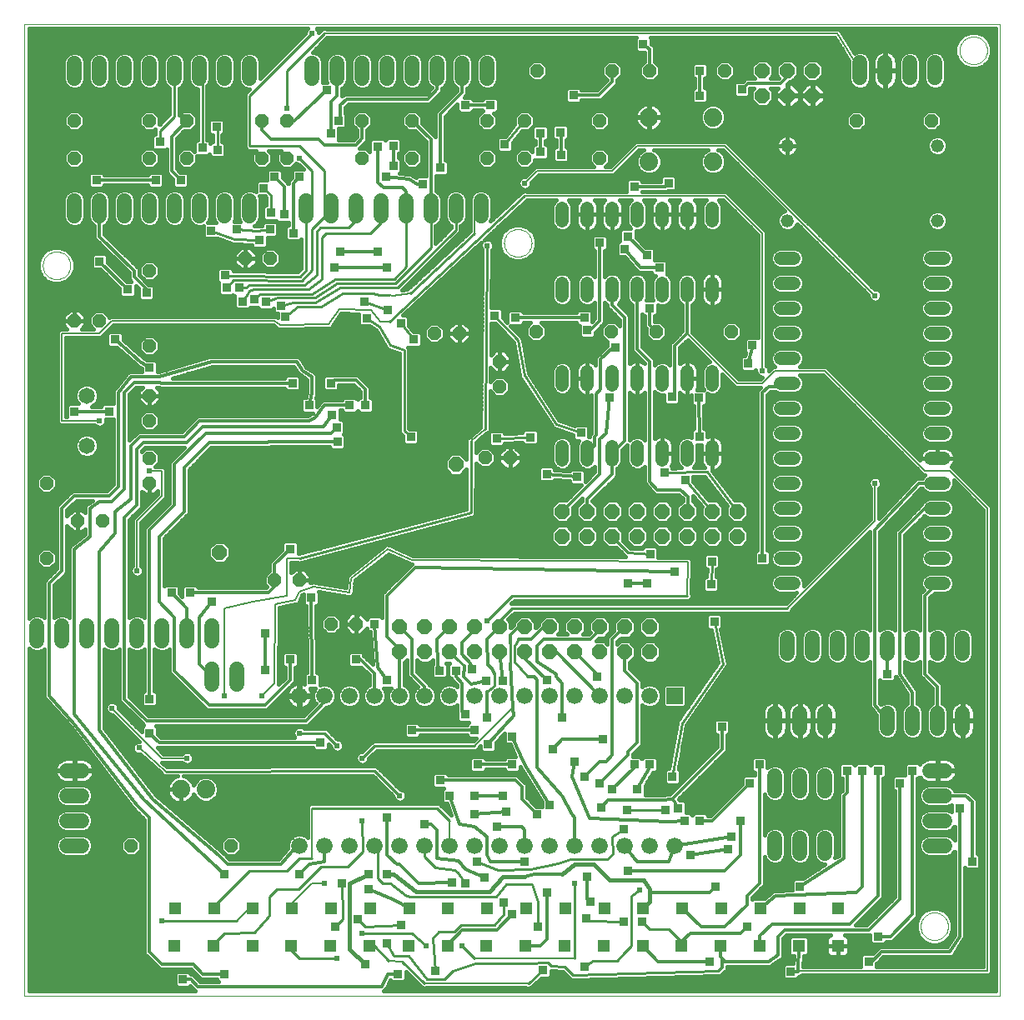
<source format=gbl>
G75*
%MOIN*%
%OFA0B0*%
%FSLAX24Y24*%
%IPPOS*%
%LPD*%
%AMOC8*
5,1,8,0,0,1.08239X$1,22.5*
%
%ADD10C,0.0000*%
%ADD11OC8,0.0600*%
%ADD12C,0.0600*%
%ADD13C,0.0520*%
%ADD14C,0.0520*%
%ADD15C,0.0740*%
%ADD16OC8,0.0520*%
%ADD17C,0.0650*%
%ADD18R,0.0660X0.0660*%
%ADD19C,0.0660*%
%ADD20R,0.0515X0.0515*%
%ADD21C,0.0160*%
%ADD22R,0.0356X0.0356*%
%ADD23C,0.0120*%
%ADD24C,0.0100*%
%ADD25C,0.0060*%
%ADD26C,0.0240*%
D10*
X000330Y000180D02*
X000330Y039050D01*
X039322Y039050D01*
X039322Y000180D01*
X000330Y000180D01*
X001067Y029393D02*
X001069Y029440D01*
X001075Y029486D01*
X001085Y029532D01*
X001098Y029577D01*
X001116Y029620D01*
X001137Y029662D01*
X001161Y029702D01*
X001189Y029739D01*
X001220Y029774D01*
X001254Y029807D01*
X001290Y029836D01*
X001329Y029862D01*
X001370Y029885D01*
X001413Y029904D01*
X001457Y029920D01*
X001502Y029932D01*
X001548Y029940D01*
X001595Y029944D01*
X001641Y029944D01*
X001688Y029940D01*
X001734Y029932D01*
X001779Y029920D01*
X001823Y029904D01*
X001866Y029885D01*
X001907Y029862D01*
X001946Y029836D01*
X001982Y029807D01*
X002016Y029774D01*
X002047Y029739D01*
X002075Y029702D01*
X002099Y029662D01*
X002120Y029620D01*
X002138Y029577D01*
X002151Y029532D01*
X002161Y029486D01*
X002167Y029440D01*
X002169Y029393D01*
X002167Y029346D01*
X002161Y029300D01*
X002151Y029254D01*
X002138Y029209D01*
X002120Y029166D01*
X002099Y029124D01*
X002075Y029084D01*
X002047Y029047D01*
X002016Y029012D01*
X001982Y028979D01*
X001946Y028950D01*
X001907Y028924D01*
X001866Y028901D01*
X001823Y028882D01*
X001779Y028866D01*
X001734Y028854D01*
X001688Y028846D01*
X001641Y028842D01*
X001595Y028842D01*
X001548Y028846D01*
X001502Y028854D01*
X001457Y028866D01*
X001413Y028882D01*
X001370Y028901D01*
X001329Y028924D01*
X001290Y028950D01*
X001254Y028979D01*
X001220Y029012D01*
X001189Y029047D01*
X001161Y029084D01*
X001137Y029124D01*
X001116Y029166D01*
X001098Y029209D01*
X001085Y029254D01*
X001075Y029300D01*
X001069Y029346D01*
X001067Y029393D01*
X019504Y030293D02*
X019506Y030340D01*
X019512Y030386D01*
X019522Y030432D01*
X019535Y030477D01*
X019553Y030520D01*
X019574Y030562D01*
X019598Y030602D01*
X019626Y030639D01*
X019657Y030674D01*
X019691Y030707D01*
X019727Y030736D01*
X019766Y030762D01*
X019807Y030785D01*
X019850Y030804D01*
X019894Y030820D01*
X019939Y030832D01*
X019985Y030840D01*
X020032Y030844D01*
X020078Y030844D01*
X020125Y030840D01*
X020171Y030832D01*
X020216Y030820D01*
X020260Y030804D01*
X020303Y030785D01*
X020344Y030762D01*
X020383Y030736D01*
X020419Y030707D01*
X020453Y030674D01*
X020484Y030639D01*
X020512Y030602D01*
X020536Y030562D01*
X020557Y030520D01*
X020575Y030477D01*
X020588Y030432D01*
X020598Y030386D01*
X020604Y030340D01*
X020606Y030293D01*
X020604Y030246D01*
X020598Y030200D01*
X020588Y030154D01*
X020575Y030109D01*
X020557Y030066D01*
X020536Y030024D01*
X020512Y029984D01*
X020484Y029947D01*
X020453Y029912D01*
X020419Y029879D01*
X020383Y029850D01*
X020344Y029824D01*
X020303Y029801D01*
X020260Y029782D01*
X020216Y029766D01*
X020171Y029754D01*
X020125Y029746D01*
X020078Y029742D01*
X020032Y029742D01*
X019985Y029746D01*
X019939Y029754D01*
X019894Y029766D01*
X019850Y029782D01*
X019807Y029801D01*
X019766Y029824D01*
X019727Y029850D01*
X019691Y029879D01*
X019657Y029912D01*
X019626Y029947D01*
X019598Y029984D01*
X019574Y030024D01*
X019553Y030066D01*
X019535Y030109D01*
X019522Y030154D01*
X019512Y030200D01*
X019506Y030246D01*
X019504Y030293D01*
X037717Y037993D02*
X037719Y038040D01*
X037725Y038086D01*
X037735Y038132D01*
X037748Y038177D01*
X037766Y038220D01*
X037787Y038262D01*
X037811Y038302D01*
X037839Y038339D01*
X037870Y038374D01*
X037904Y038407D01*
X037940Y038436D01*
X037979Y038462D01*
X038020Y038485D01*
X038063Y038504D01*
X038107Y038520D01*
X038152Y038532D01*
X038198Y038540D01*
X038245Y038544D01*
X038291Y038544D01*
X038338Y038540D01*
X038384Y038532D01*
X038429Y038520D01*
X038473Y038504D01*
X038516Y038485D01*
X038557Y038462D01*
X038596Y038436D01*
X038632Y038407D01*
X038666Y038374D01*
X038697Y038339D01*
X038725Y038302D01*
X038749Y038262D01*
X038770Y038220D01*
X038788Y038177D01*
X038801Y038132D01*
X038811Y038086D01*
X038817Y038040D01*
X038819Y037993D01*
X038817Y037946D01*
X038811Y037900D01*
X038801Y037854D01*
X038788Y037809D01*
X038770Y037766D01*
X038749Y037724D01*
X038725Y037684D01*
X038697Y037647D01*
X038666Y037612D01*
X038632Y037579D01*
X038596Y037550D01*
X038557Y037524D01*
X038516Y037501D01*
X038473Y037482D01*
X038429Y037466D01*
X038384Y037454D01*
X038338Y037446D01*
X038291Y037442D01*
X038245Y037442D01*
X038198Y037446D01*
X038152Y037454D01*
X038107Y037466D01*
X038063Y037482D01*
X038020Y037501D01*
X037979Y037524D01*
X037940Y037550D01*
X037904Y037579D01*
X037870Y037612D01*
X037839Y037647D01*
X037811Y037684D01*
X037787Y037724D01*
X037766Y037766D01*
X037748Y037809D01*
X037735Y037854D01*
X037725Y037900D01*
X037719Y037946D01*
X037717Y037993D01*
X036154Y002955D02*
X036156Y003002D01*
X036162Y003048D01*
X036172Y003094D01*
X036185Y003139D01*
X036203Y003182D01*
X036224Y003224D01*
X036248Y003264D01*
X036276Y003301D01*
X036307Y003336D01*
X036341Y003369D01*
X036377Y003398D01*
X036416Y003424D01*
X036457Y003447D01*
X036500Y003466D01*
X036544Y003482D01*
X036589Y003494D01*
X036635Y003502D01*
X036682Y003506D01*
X036728Y003506D01*
X036775Y003502D01*
X036821Y003494D01*
X036866Y003482D01*
X036910Y003466D01*
X036953Y003447D01*
X036994Y003424D01*
X037033Y003398D01*
X037069Y003369D01*
X037103Y003336D01*
X037134Y003301D01*
X037162Y003264D01*
X037186Y003224D01*
X037207Y003182D01*
X037225Y003139D01*
X037238Y003094D01*
X037248Y003048D01*
X037254Y003002D01*
X037256Y002955D01*
X037254Y002908D01*
X037248Y002862D01*
X037238Y002816D01*
X037225Y002771D01*
X037207Y002728D01*
X037186Y002686D01*
X037162Y002646D01*
X037134Y002609D01*
X037103Y002574D01*
X037069Y002541D01*
X037033Y002512D01*
X036994Y002486D01*
X036953Y002463D01*
X036910Y002444D01*
X036866Y002428D01*
X036821Y002416D01*
X036775Y002408D01*
X036728Y002404D01*
X036682Y002404D01*
X036635Y002408D01*
X036589Y002416D01*
X036544Y002428D01*
X036500Y002444D01*
X036457Y002463D01*
X036416Y002486D01*
X036377Y002512D01*
X036341Y002541D01*
X036307Y002574D01*
X036276Y002609D01*
X036248Y002646D01*
X036224Y002686D01*
X036203Y002728D01*
X036185Y002771D01*
X036172Y002816D01*
X036162Y002862D01*
X036156Y002908D01*
X036154Y002955D01*
D11*
X025330Y013930D03*
X025330Y014930D03*
X024330Y014930D03*
X024330Y013930D03*
X023330Y013930D03*
X023330Y014930D03*
X022330Y014930D03*
X022330Y013930D03*
X021330Y013930D03*
X021330Y014930D03*
X020330Y014930D03*
X020330Y013930D03*
X019330Y013930D03*
X019330Y014930D03*
X018330Y014930D03*
X018330Y013930D03*
X017330Y013930D03*
X017330Y014930D03*
X016330Y014930D03*
X016330Y013930D03*
X015330Y013930D03*
X015330Y014930D03*
X017580Y021430D03*
X021830Y019555D03*
X021830Y018555D03*
X022830Y018555D03*
X022830Y019555D03*
X023830Y019555D03*
X023830Y018555D03*
X024830Y018555D03*
X024830Y019555D03*
X025830Y019555D03*
X025830Y018555D03*
X026830Y018555D03*
X026830Y019555D03*
X027830Y019555D03*
X027830Y018555D03*
X028830Y018555D03*
X028830Y019555D03*
X029830Y036180D03*
X029830Y037180D03*
X030830Y037180D03*
X031830Y037180D03*
X031830Y036180D03*
X030830Y036180D03*
X008130Y017918D03*
D12*
X007830Y014980D02*
X007830Y014380D01*
X006830Y014380D02*
X006830Y014980D01*
X005830Y014980D02*
X005830Y014380D01*
X004830Y014380D02*
X004830Y014980D01*
X003830Y014980D02*
X003830Y014380D01*
X002830Y014380D02*
X002830Y014980D01*
X001830Y014980D02*
X001830Y014380D01*
X000830Y014380D02*
X000830Y014980D01*
X002030Y009180D02*
X002630Y009180D01*
X002630Y008180D02*
X002030Y008180D01*
X002030Y007180D02*
X002630Y007180D01*
X002630Y006180D02*
X002030Y006180D01*
X007830Y012630D02*
X007830Y013230D01*
X008830Y013230D02*
X008830Y012630D01*
X008330Y031380D02*
X008330Y031980D01*
X009330Y031980D02*
X009330Y031380D01*
X007330Y031380D02*
X007330Y031980D01*
X006330Y031980D02*
X006330Y031380D01*
X005330Y031380D02*
X005330Y031980D01*
X004330Y031980D02*
X004330Y031380D01*
X003330Y031380D02*
X003330Y031980D01*
X002330Y031980D02*
X002330Y031380D01*
X002330Y036880D02*
X002330Y037480D01*
X003330Y037480D02*
X003330Y036880D01*
X004330Y036880D02*
X004330Y037480D01*
X005330Y037480D02*
X005330Y036880D01*
X006330Y036880D02*
X006330Y037480D01*
X007330Y037480D02*
X007330Y036880D01*
X008330Y036880D02*
X008330Y037480D01*
X009330Y037480D02*
X009330Y036880D01*
X011830Y036880D02*
X011830Y037480D01*
X012830Y037480D02*
X012830Y036880D01*
X013830Y036880D02*
X013830Y037480D01*
X014830Y037480D02*
X014830Y036880D01*
X015830Y036880D02*
X015830Y037480D01*
X016830Y037480D02*
X016830Y036880D01*
X017830Y036880D02*
X017830Y037480D01*
X018830Y037480D02*
X018830Y036880D01*
X018580Y031980D02*
X018580Y031380D01*
X017580Y031380D02*
X017580Y031980D01*
X016580Y031980D02*
X016580Y031380D01*
X015580Y031380D02*
X015580Y031980D01*
X014580Y031980D02*
X014580Y031380D01*
X013580Y031380D02*
X013580Y031980D01*
X012580Y031980D02*
X012580Y031380D01*
X011580Y031380D02*
X011580Y031980D01*
X030830Y014480D02*
X030830Y013880D01*
X031830Y013880D02*
X031830Y014480D01*
X032830Y014480D02*
X032830Y013880D01*
X033830Y013880D02*
X033830Y014480D01*
X034830Y014480D02*
X034830Y013880D01*
X035830Y013880D02*
X035830Y014480D01*
X036830Y014480D02*
X036830Y013880D01*
X037830Y013880D02*
X037830Y014480D01*
X037830Y011480D02*
X037830Y010880D01*
X036830Y010880D02*
X036830Y011480D01*
X035830Y011480D02*
X035830Y010880D01*
X034830Y010880D02*
X034830Y011480D01*
X036530Y009180D02*
X037130Y009180D01*
X037130Y008180D02*
X036530Y008180D01*
X036530Y007180D02*
X037130Y007180D01*
X037130Y006180D02*
X036530Y006180D01*
X032330Y005880D02*
X032330Y006480D01*
X031330Y006480D02*
X031330Y005880D01*
X030330Y005880D02*
X030330Y006480D01*
X030330Y008380D02*
X030330Y008980D01*
X031330Y008980D02*
X031330Y008380D01*
X032330Y008380D02*
X032330Y008980D01*
X032330Y010880D02*
X032330Y011480D01*
X031330Y011480D02*
X031330Y010880D01*
X030330Y010880D02*
X030330Y011480D01*
X033730Y036893D02*
X033730Y037493D01*
X034730Y037493D02*
X034730Y036893D01*
X035730Y036893D02*
X035730Y037493D01*
X036730Y037493D02*
X036730Y036893D01*
D13*
X036830Y034180D03*
X036830Y031180D03*
X030830Y031180D03*
X030830Y034180D03*
D14*
X027830Y031690D02*
X027830Y031170D01*
X026830Y031170D02*
X026830Y031690D01*
X025830Y031690D02*
X025830Y031170D01*
X024830Y031170D02*
X024830Y031690D01*
X023830Y031690D02*
X023830Y031170D01*
X022830Y031170D02*
X022830Y031690D01*
X021830Y031690D02*
X021830Y031170D01*
X021830Y028690D02*
X021830Y028170D01*
X022830Y028170D02*
X022830Y028690D01*
X023830Y028690D02*
X023830Y028170D01*
X024830Y028170D02*
X024830Y028690D01*
X025830Y028690D02*
X025830Y028170D01*
X026830Y028170D02*
X026830Y028690D01*
X027830Y028690D02*
X027830Y028170D01*
X030570Y027680D02*
X031090Y027680D01*
X031090Y028680D02*
X030570Y028680D01*
X030570Y029680D02*
X031090Y029680D01*
X031090Y026680D02*
X030570Y026680D01*
X030570Y025680D02*
X031090Y025680D01*
X031090Y024680D02*
X030570Y024680D01*
X030570Y023680D02*
X031090Y023680D01*
X031090Y022680D02*
X030570Y022680D01*
X030570Y021680D02*
X031090Y021680D01*
X031090Y020680D02*
X030570Y020680D01*
X030570Y019680D02*
X031090Y019680D01*
X031090Y018680D02*
X030570Y018680D01*
X030570Y017680D02*
X031090Y017680D01*
X031090Y016680D02*
X030570Y016680D01*
X027830Y021620D02*
X027830Y022140D01*
X026830Y022140D02*
X026830Y021620D01*
X025830Y021620D02*
X025830Y022140D01*
X024830Y022140D02*
X024830Y021620D01*
X023830Y021620D02*
X023830Y022140D01*
X022830Y022140D02*
X022830Y021620D01*
X021830Y021620D02*
X021830Y022140D01*
X021830Y024620D02*
X021830Y025140D01*
X022830Y025140D02*
X022830Y024620D01*
X023830Y024620D02*
X023830Y025140D01*
X024830Y025140D02*
X024830Y024620D01*
X025830Y024620D02*
X025830Y025140D01*
X026830Y025140D02*
X026830Y024620D01*
X027830Y024620D02*
X027830Y025140D01*
X036570Y024680D02*
X037090Y024680D01*
X037090Y023680D02*
X036570Y023680D01*
X036570Y022680D02*
X037090Y022680D01*
X037090Y021680D02*
X036570Y021680D01*
X036570Y020680D02*
X037090Y020680D01*
X037090Y019680D02*
X036570Y019680D01*
X036570Y018680D02*
X037090Y018680D01*
X037090Y017680D02*
X036570Y017680D01*
X036570Y016680D02*
X037090Y016680D01*
X037090Y025680D02*
X036570Y025680D01*
X036570Y026680D02*
X037090Y026680D01*
X037090Y027680D02*
X036570Y027680D01*
X036570Y028680D02*
X037090Y028680D01*
X037090Y029680D02*
X036570Y029680D01*
D15*
X027860Y033540D03*
X027860Y035320D03*
X025300Y035320D03*
X025300Y033540D03*
X007580Y008430D03*
X006580Y008430D03*
D16*
X004580Y006180D03*
X008580Y006180D03*
X012580Y015055D03*
X013580Y015055D03*
X011330Y016805D03*
X010330Y016805D03*
X005330Y020680D03*
X005330Y021680D03*
X005330Y023180D03*
X005330Y024180D03*
X005330Y026180D03*
X003330Y027180D03*
X002330Y027180D03*
X005330Y029180D03*
X009168Y029668D03*
X010168Y029668D03*
X009830Y033680D03*
X010830Y033680D03*
X010830Y035180D03*
X009830Y035180D03*
X006830Y035180D03*
X006830Y033680D03*
X005330Y033680D03*
X005330Y035180D03*
X002330Y035180D03*
X002330Y033680D03*
X013830Y033680D03*
X013830Y035180D03*
X015830Y035180D03*
X015830Y033680D03*
X018830Y033680D03*
X018830Y035180D03*
X020330Y035180D03*
X020330Y033680D03*
X023330Y033680D03*
X023330Y035180D03*
X023830Y037180D03*
X025330Y037180D03*
X028330Y037180D03*
X033580Y035180D03*
X036580Y035180D03*
X028580Y026755D03*
X025580Y026755D03*
X023780Y026755D03*
X020780Y026755D03*
X019330Y025555D03*
X019330Y024555D03*
X017705Y026680D03*
X016705Y026680D03*
X018743Y021693D03*
X019743Y021693D03*
X020830Y037180D03*
X003455Y019180D03*
X002455Y019180D03*
X001205Y017680D03*
X001205Y020680D03*
D17*
X002830Y022180D03*
X002830Y024180D03*
D18*
X026330Y012180D03*
D19*
X025330Y012180D03*
X024330Y012180D03*
X023330Y012180D03*
X022330Y012180D03*
X021330Y012180D03*
X020330Y012180D03*
X019330Y012180D03*
X018330Y012180D03*
X017330Y012180D03*
X016330Y012180D03*
X015330Y012180D03*
X014330Y012180D03*
X013330Y012180D03*
X012330Y012180D03*
X011330Y012180D03*
X011330Y006180D03*
X012330Y006180D03*
X013330Y006180D03*
X014330Y006180D03*
X015330Y006180D03*
X016330Y006180D03*
X017330Y006180D03*
X018330Y006180D03*
X019330Y006180D03*
X020330Y006180D03*
X021330Y006180D03*
X022330Y006180D03*
X023330Y006180D03*
X024330Y006180D03*
X025330Y006180D03*
X026330Y006180D03*
D20*
X026630Y003690D03*
X026600Y002170D03*
X025040Y002170D03*
X025070Y003690D03*
X023510Y003690D03*
X023480Y002170D03*
X021920Y002170D03*
X021950Y003690D03*
X020390Y003690D03*
X020360Y002170D03*
X018800Y002170D03*
X018830Y003690D03*
X017270Y003690D03*
X017240Y002170D03*
X015680Y002170D03*
X015710Y003690D03*
X014150Y003690D03*
X014120Y002170D03*
X012560Y002170D03*
X012590Y003690D03*
X011030Y003690D03*
X011000Y002170D03*
X009440Y002170D03*
X009470Y003690D03*
X007910Y003690D03*
X007880Y002170D03*
X006320Y002170D03*
X006350Y003690D03*
X028190Y003690D03*
X028160Y002170D03*
X029720Y002170D03*
X029750Y003690D03*
X031310Y003690D03*
X031280Y002170D03*
X032840Y002170D03*
X032870Y003690D03*
D21*
X033563Y003005D02*
X034655Y004097D01*
X034655Y008862D01*
X034691Y008862D01*
X034773Y008944D01*
X034773Y009416D01*
X034691Y009498D01*
X034219Y009498D01*
X034143Y009422D01*
X034066Y009498D01*
X033594Y009498D01*
X033518Y009422D01*
X033441Y009498D01*
X032969Y009498D01*
X032887Y009416D01*
X032887Y008944D01*
X032969Y008862D01*
X033005Y008862D01*
X033005Y008388D01*
X032997Y008380D01*
X032880Y008263D01*
X032880Y005789D01*
X032728Y005692D01*
X032770Y005792D01*
X032770Y006568D01*
X032703Y006729D01*
X032579Y006853D01*
X032418Y006920D01*
X032242Y006920D01*
X032081Y006853D01*
X031957Y006729D01*
X031890Y006568D01*
X031890Y005792D01*
X031957Y005631D01*
X032081Y005507D01*
X032242Y005440D01*
X032337Y005440D01*
X031455Y004873D01*
X031094Y004873D01*
X031012Y004791D01*
X031012Y004405D01*
X030372Y004380D01*
X030305Y004388D01*
X030292Y004377D01*
X030274Y004377D01*
X030228Y004327D01*
X029928Y004087D01*
X029435Y004087D01*
X029405Y004058D01*
X029405Y004097D01*
X029905Y004597D01*
X029905Y005756D01*
X029957Y005631D01*
X030081Y005507D01*
X030242Y005440D01*
X030418Y005440D01*
X030579Y005507D01*
X030703Y005631D01*
X030770Y005792D01*
X030770Y006568D01*
X030703Y006729D01*
X030579Y006853D01*
X030418Y006920D01*
X030242Y006920D01*
X030081Y006853D01*
X029957Y006729D01*
X029905Y006604D01*
X029905Y008256D01*
X029957Y008131D01*
X030081Y008007D01*
X030242Y007940D01*
X030418Y007940D01*
X030579Y008007D01*
X030703Y008131D01*
X030770Y008292D01*
X030770Y009068D01*
X030703Y009229D01*
X030579Y009353D01*
X030418Y009420D01*
X030242Y009420D01*
X030081Y009353D01*
X030023Y009295D01*
X030023Y009666D01*
X029941Y009748D01*
X029469Y009748D01*
X029387Y009666D01*
X029387Y009194D01*
X029469Y009112D01*
X029505Y009112D01*
X029505Y008998D01*
X029094Y008998D01*
X029012Y008916D01*
X029012Y008645D01*
X027747Y007380D01*
X027648Y007380D01*
X027648Y007416D01*
X027566Y007498D01*
X027094Y007498D01*
X027018Y007422D01*
X026941Y007498D01*
X026773Y007498D01*
X026773Y007916D01*
X026691Y007998D01*
X026530Y007998D01*
X026530Y008013D01*
X026494Y008048D01*
X026490Y008057D01*
X028405Y009972D01*
X028405Y010612D01*
X028441Y010612D01*
X028523Y010694D01*
X028523Y011166D01*
X028441Y011248D01*
X027969Y011248D01*
X027887Y011166D01*
X027887Y010694D01*
X027969Y010612D01*
X028005Y010612D01*
X028005Y010138D01*
X026114Y008247D01*
X025819Y008217D01*
X025148Y008210D01*
X025148Y008584D01*
X025450Y009112D01*
X025566Y009112D01*
X025648Y009194D01*
X025648Y009666D01*
X025566Y009748D01*
X025094Y009748D01*
X025017Y009672D01*
X024941Y009748D01*
X024655Y009748D01*
X024655Y009847D01*
X025030Y010222D01*
X025030Y011815D01*
X025064Y011782D01*
X025237Y011710D01*
X025423Y011710D01*
X025596Y011782D01*
X025728Y011914D01*
X025800Y012087D01*
X025800Y012273D01*
X025728Y012446D01*
X025596Y012578D01*
X025423Y012650D01*
X025237Y012650D01*
X025064Y012578D01*
X025030Y012545D01*
X025030Y012763D01*
X024913Y012880D01*
X024530Y013263D01*
X024530Y013508D01*
X024770Y013748D01*
X024770Y014112D01*
X024512Y014370D01*
X024148Y014370D01*
X024030Y014252D01*
X024030Y014347D01*
X024173Y014490D01*
X024512Y014490D01*
X024770Y014748D01*
X024770Y015112D01*
X024512Y015370D01*
X024148Y015370D01*
X023890Y015112D01*
X023890Y014773D01*
X023747Y014630D01*
X023630Y014513D01*
X023630Y014252D01*
X023512Y014370D01*
X023178Y014370D01*
X023298Y014490D01*
X023512Y014490D01*
X023770Y014748D01*
X023770Y015112D01*
X023512Y015370D01*
X023148Y015370D01*
X022890Y015112D01*
X022890Y014748D01*
X022940Y014698D01*
X022872Y014630D01*
X022652Y014630D01*
X022770Y014748D01*
X022770Y015112D01*
X022512Y015370D01*
X022148Y015370D01*
X021890Y015112D01*
X021890Y014748D01*
X022008Y014630D01*
X021652Y014630D01*
X021770Y014748D01*
X021770Y015112D01*
X021512Y015370D01*
X021148Y015370D01*
X020890Y015112D01*
X020890Y015023D01*
X020770Y014903D01*
X020770Y015112D01*
X020512Y015370D01*
X020148Y015370D01*
X019890Y015112D01*
X019890Y015023D01*
X019770Y014903D01*
X019770Y015112D01*
X019650Y015232D01*
X019909Y015490D01*
X030909Y015490D01*
X031020Y015601D01*
X031020Y015630D01*
X034130Y018740D01*
X034130Y014802D01*
X034079Y014853D01*
X033918Y014920D01*
X033742Y014920D01*
X033581Y014853D01*
X033457Y014729D01*
X033390Y014568D01*
X033390Y013792D01*
X033457Y013631D01*
X033581Y013507D01*
X033742Y013440D01*
X033918Y013440D01*
X034079Y013507D01*
X034130Y013558D01*
X034130Y011816D01*
X034122Y011745D01*
X034130Y011735D01*
X034130Y011722D01*
X034181Y011671D01*
X034390Y011410D01*
X034390Y010792D01*
X034457Y010631D01*
X034581Y010507D01*
X034742Y010440D01*
X034918Y010440D01*
X035079Y010507D01*
X035203Y010631D01*
X035270Y010792D01*
X035270Y011568D01*
X035203Y011729D01*
X035079Y011853D01*
X034918Y011920D01*
X034742Y011920D01*
X034581Y011853D01*
X034562Y011835D01*
X034530Y011875D01*
X034530Y012801D01*
X034594Y012737D01*
X035066Y012737D01*
X035148Y012819D01*
X035148Y012954D01*
X035175Y012928D01*
X035630Y012244D01*
X035630Y011873D01*
X035581Y011853D01*
X035457Y011729D01*
X035390Y011568D01*
X035390Y010792D01*
X035457Y010631D01*
X035581Y010507D01*
X035742Y010440D01*
X035918Y010440D01*
X036079Y010507D01*
X036203Y010631D01*
X036270Y010792D01*
X036270Y011568D01*
X036203Y011729D01*
X036079Y011853D01*
X036030Y011873D01*
X036030Y012285D01*
X036042Y012347D01*
X036030Y012366D01*
X036030Y012388D01*
X035985Y012432D01*
X035530Y013116D01*
X035530Y013558D01*
X035581Y013507D01*
X035742Y013440D01*
X035918Y013440D01*
X036079Y013507D01*
X036130Y013558D01*
X036130Y012972D01*
X036247Y012855D01*
X036630Y012472D01*
X036630Y011873D01*
X036581Y011853D01*
X036457Y011729D01*
X036390Y011568D01*
X036390Y010792D01*
X036457Y010631D01*
X036581Y010507D01*
X036742Y010440D01*
X036918Y010440D01*
X037079Y010507D01*
X037203Y010631D01*
X037270Y010792D01*
X037270Y011568D01*
X037203Y011729D01*
X037079Y011853D01*
X037030Y011873D01*
X037030Y012638D01*
X036530Y013138D01*
X036530Y013558D01*
X036581Y013507D01*
X036742Y013440D01*
X036918Y013440D01*
X037079Y013507D01*
X037203Y013631D01*
X037270Y013792D01*
X037270Y014568D01*
X037203Y014729D01*
X037079Y014853D01*
X036918Y014920D01*
X036742Y014920D01*
X036581Y014853D01*
X036530Y014802D01*
X036530Y016097D01*
X036713Y016280D01*
X037170Y016280D01*
X037317Y016341D01*
X037429Y016453D01*
X037490Y016600D01*
X037490Y016760D01*
X037429Y016907D01*
X037317Y017019D01*
X037170Y017080D01*
X036490Y017080D01*
X036343Y017019D01*
X036231Y016907D01*
X036170Y016760D01*
X036170Y016600D01*
X036231Y016453D01*
X036276Y016409D01*
X036130Y016263D01*
X036130Y014802D01*
X036079Y014853D01*
X035918Y014920D01*
X035742Y014920D01*
X035581Y014853D01*
X035530Y014802D01*
X035530Y018597D01*
X036309Y019376D01*
X036343Y019341D01*
X036490Y019280D01*
X037170Y019280D01*
X037317Y019341D01*
X037429Y019453D01*
X037490Y019600D01*
X037490Y019760D01*
X037429Y019907D01*
X037317Y020019D01*
X037170Y020080D01*
X036490Y020080D01*
X036343Y020019D01*
X036231Y019907D01*
X036201Y019833D01*
X035247Y018880D01*
X035130Y018763D01*
X035130Y014802D01*
X035079Y014853D01*
X034918Y014920D01*
X034742Y014920D01*
X034581Y014853D01*
X034530Y014802D01*
X034530Y018726D01*
X036167Y020480D01*
X036220Y020480D01*
X036231Y020453D01*
X036343Y020341D01*
X036490Y020280D01*
X037170Y020280D01*
X037317Y020341D01*
X037429Y020453D01*
X037490Y020600D01*
X037490Y020760D01*
X037476Y020794D01*
X038660Y019610D01*
X038660Y001350D01*
X034398Y001350D01*
X034398Y001465D01*
X034405Y001472D01*
X034405Y001472D01*
X034663Y001730D01*
X037275Y001730D01*
X037298Y001716D01*
X037355Y001730D01*
X037413Y001730D01*
X037432Y001749D01*
X037459Y001756D01*
X037489Y001806D01*
X037530Y001847D01*
X037530Y001875D01*
X037864Y002431D01*
X037905Y002472D01*
X037905Y002500D01*
X037919Y002523D01*
X037905Y002580D01*
X037905Y005301D01*
X037969Y005237D01*
X038441Y005237D01*
X038523Y005319D01*
X038523Y005791D01*
X038441Y005873D01*
X038405Y005873D01*
X038405Y008013D01*
X038155Y008263D01*
X038038Y008380D01*
X037523Y008380D01*
X037503Y008429D01*
X037379Y008553D01*
X037218Y008620D01*
X036442Y008620D01*
X036281Y008553D01*
X036157Y008429D01*
X036090Y008268D01*
X036090Y008092D01*
X036157Y007931D01*
X036281Y007807D01*
X036442Y007740D01*
X037218Y007740D01*
X037379Y007807D01*
X037387Y007815D01*
X037387Y007545D01*
X037379Y007553D01*
X037218Y007620D01*
X036442Y007620D01*
X036281Y007553D01*
X036157Y007429D01*
X036090Y007268D01*
X036090Y007092D01*
X036157Y006931D01*
X036281Y006807D01*
X036442Y006740D01*
X037218Y006740D01*
X037379Y006807D01*
X037503Y006931D01*
X037505Y006936D01*
X037505Y006424D01*
X037503Y006429D01*
X037379Y006553D01*
X037218Y006620D01*
X036442Y006620D01*
X036281Y006553D01*
X036157Y006429D01*
X036090Y006268D01*
X036090Y006092D01*
X036157Y005931D01*
X036281Y005807D01*
X036442Y005740D01*
X037218Y005740D01*
X037379Y005807D01*
X037503Y005931D01*
X037505Y005936D01*
X037505Y002610D01*
X037217Y002130D01*
X034497Y002130D01*
X034380Y002013D01*
X034380Y002013D01*
X034240Y001873D01*
X033844Y001873D01*
X033762Y001791D01*
X033762Y001350D01*
X031470Y001350D01*
X031475Y001773D01*
X031595Y001773D01*
X031677Y001855D01*
X031677Y002485D01*
X031595Y002567D01*
X030965Y002567D01*
X030883Y002485D01*
X030883Y001855D01*
X030965Y001773D01*
X031075Y001773D01*
X031071Y001473D01*
X030731Y001473D01*
X030649Y001391D01*
X030649Y000919D01*
X030731Y000837D01*
X031204Y000837D01*
X031286Y000919D01*
X031286Y000955D01*
X031348Y000954D01*
X031349Y000955D01*
X031350Y000955D01*
X031405Y001010D01*
X038900Y001010D01*
X039000Y001110D01*
X039000Y019750D01*
X038900Y019850D01*
X037400Y021350D01*
X037382Y021350D01*
X037426Y021393D01*
X037466Y021449D01*
X037498Y021511D01*
X037519Y021577D01*
X037530Y021645D01*
X037530Y021680D01*
X037530Y021715D01*
X037519Y021783D01*
X037498Y021849D01*
X037466Y021911D01*
X037426Y021967D01*
X037377Y022016D01*
X037321Y022056D01*
X037259Y022088D01*
X037193Y022109D01*
X037125Y022120D01*
X036830Y022120D01*
X036830Y021680D01*
X036830Y021680D01*
X037530Y021680D01*
X036830Y021680D01*
X036830Y021680D01*
X036830Y021680D01*
X036130Y021680D01*
X036130Y021715D01*
X036141Y021783D01*
X036162Y021849D01*
X036194Y021911D01*
X036234Y021967D01*
X036283Y022016D01*
X036339Y022056D01*
X036401Y022088D01*
X036467Y022109D01*
X036535Y022120D01*
X036830Y022120D01*
X036830Y021680D01*
X036130Y021680D01*
X036130Y021645D01*
X036135Y021616D01*
X032400Y025350D01*
X031326Y025350D01*
X031429Y025453D01*
X031490Y025600D01*
X031490Y025760D01*
X031429Y025907D01*
X031317Y026019D01*
X031170Y026080D01*
X030490Y026080D01*
X030343Y026019D01*
X030231Y025907D01*
X030170Y025760D01*
X030170Y025600D01*
X030231Y025453D01*
X030334Y025350D01*
X030260Y025350D01*
X030160Y025250D01*
X030090Y025180D01*
X030090Y025232D01*
X030050Y025327D01*
X030000Y025378D01*
X030000Y030750D01*
X029900Y030850D01*
X028400Y032350D01*
X025023Y032350D01*
X025023Y032355D01*
X026038Y032355D01*
X026045Y032362D01*
X026316Y032362D01*
X026398Y032444D01*
X026398Y032916D01*
X026316Y032998D01*
X025844Y032998D01*
X025762Y032916D01*
X025762Y032755D01*
X025023Y032755D01*
X025023Y032791D01*
X024941Y032873D01*
X024469Y032873D01*
X024387Y032791D01*
X024387Y032350D01*
X020431Y032350D01*
X020415Y032367D01*
X020258Y032373D01*
X018971Y031175D01*
X019020Y031292D01*
X019020Y032068D01*
X018953Y032229D01*
X018829Y032353D01*
X018668Y032420D01*
X018492Y032420D01*
X018331Y032353D01*
X018207Y032229D01*
X018140Y032068D01*
X018140Y031292D01*
X018160Y031244D01*
X018160Y030781D01*
X015632Y028425D01*
X015430Y028398D01*
X017659Y030628D01*
X017770Y030739D01*
X017770Y030982D01*
X017829Y031007D01*
X017953Y031131D01*
X018020Y031292D01*
X018020Y032068D01*
X017953Y032229D01*
X017829Y032353D01*
X017668Y032420D01*
X017492Y032420D01*
X017331Y032353D01*
X017207Y032229D01*
X017140Y032068D01*
X017140Y031292D01*
X017207Y031131D01*
X017331Y031007D01*
X017390Y030982D01*
X017390Y030896D01*
X016770Y030276D01*
X016770Y030982D01*
X016829Y031007D01*
X016953Y031131D01*
X017020Y031292D01*
X017020Y032068D01*
X016953Y032229D01*
X016829Y032353D01*
X016780Y032373D01*
X016780Y032987D01*
X017191Y032987D01*
X017273Y033069D01*
X017273Y033541D01*
X017191Y033623D01*
X017155Y033623D01*
X017155Y035347D01*
X017637Y035829D01*
X017637Y035569D01*
X017719Y035487D01*
X018191Y035487D01*
X018273Y035569D01*
X018273Y035605D01*
X018637Y035605D01*
X018637Y035569D01*
X018645Y035561D01*
X018430Y035346D01*
X018430Y035014D01*
X018664Y034780D01*
X018996Y034780D01*
X019230Y035014D01*
X019230Y035346D01*
X019089Y035487D01*
X019191Y035487D01*
X019273Y035569D01*
X019273Y036041D01*
X019191Y036123D01*
X018719Y036123D01*
X018637Y036041D01*
X018637Y036005D01*
X018273Y036005D01*
X018273Y036041D01*
X018191Y036123D01*
X017931Y036123D01*
X018030Y036222D01*
X018030Y036487D01*
X018079Y036507D01*
X018203Y036631D01*
X018270Y036792D01*
X018270Y037568D01*
X018203Y037729D01*
X018079Y037853D01*
X017918Y037920D01*
X017742Y037920D01*
X017581Y037853D01*
X017457Y037729D01*
X017390Y037568D01*
X017390Y036792D01*
X017457Y036631D01*
X017581Y036507D01*
X017630Y036487D01*
X017630Y036388D01*
X016755Y035513D01*
X016755Y034538D01*
X016230Y035063D01*
X016230Y035346D01*
X015996Y035580D01*
X015664Y035580D01*
X015430Y035346D01*
X015430Y035014D01*
X015664Y034780D01*
X015947Y034780D01*
X016380Y034347D01*
X016380Y032973D01*
X016031Y032973D01*
X015976Y032917D01*
X015837Y032997D01*
X015809Y033032D01*
X015768Y033037D01*
X015733Y033057D01*
X015689Y033045D01*
X015338Y033083D01*
X015398Y033144D01*
X015398Y033616D01*
X015316Y033698D01*
X015280Y033698D01*
X015280Y033862D01*
X015316Y033862D01*
X015398Y033944D01*
X015398Y034416D01*
X016311Y034416D01*
X016380Y034258D02*
X015398Y034258D01*
X015398Y034416D02*
X015316Y034498D01*
X014844Y034498D01*
X014762Y034416D01*
X014748Y034416D01*
X014762Y034416D02*
X014762Y034402D01*
X014691Y034473D01*
X014219Y034473D01*
X014137Y034391D01*
X014137Y033939D01*
X013996Y034080D01*
X013725Y034080D01*
X013913Y034268D01*
X014030Y034385D01*
X014030Y034814D01*
X014230Y035014D01*
X014230Y035346D01*
X013996Y035580D01*
X013664Y035580D01*
X013430Y035346D01*
X013430Y035014D01*
X013630Y034814D01*
X013630Y034550D01*
X013497Y034417D01*
X012872Y034417D01*
X012898Y034444D01*
X012898Y034862D01*
X013116Y034862D01*
X013198Y034944D01*
X013198Y035416D01*
X013155Y035459D01*
X013155Y035722D01*
X013288Y035855D01*
X016538Y035855D01*
X016913Y036230D01*
X017030Y036347D01*
X017030Y036487D01*
X017079Y036507D01*
X017203Y036631D01*
X017270Y036792D01*
X017270Y037568D01*
X017203Y037729D01*
X017079Y037853D01*
X016918Y037920D01*
X016742Y037920D01*
X016581Y037853D01*
X016457Y037729D01*
X016390Y037568D01*
X016390Y036792D01*
X016457Y036631D01*
X016581Y036507D01*
X016611Y036494D01*
X016372Y036255D01*
X013122Y036255D01*
X013030Y036163D01*
X013030Y036487D01*
X013079Y036507D01*
X013203Y036631D01*
X013270Y036792D01*
X013270Y037568D01*
X013203Y037729D01*
X013079Y037853D01*
X012918Y037920D01*
X012742Y037920D01*
X012581Y037853D01*
X012457Y037729D01*
X012390Y037568D01*
X012390Y036792D01*
X012419Y036723D01*
X012241Y036723D01*
X012270Y036792D01*
X012270Y037568D01*
X012203Y037729D01*
X012079Y037853D01*
X011918Y037920D01*
X011839Y037920D01*
X012429Y038510D01*
X024793Y038510D01*
X024749Y038466D01*
X024749Y037994D01*
X024831Y037912D01*
X025130Y037912D01*
X025130Y037546D01*
X024930Y037346D01*
X024930Y037014D01*
X025164Y036780D01*
X025496Y036780D01*
X025730Y037014D01*
X025730Y037346D01*
X025530Y037546D01*
X025530Y037994D01*
X025542Y038013D01*
X025530Y038075D01*
X025530Y038138D01*
X025514Y038154D01*
X025510Y038175D01*
X025457Y038210D01*
X025413Y038255D01*
X025391Y038255D01*
X025386Y038258D01*
X025386Y038466D01*
X025342Y038510D01*
X032734Y038510D01*
X033293Y037587D01*
X033290Y037580D01*
X033290Y036805D01*
X033357Y036643D01*
X033481Y036519D01*
X033642Y036453D01*
X033818Y036453D01*
X033979Y036519D01*
X034103Y036643D01*
X034170Y036805D01*
X034170Y037580D01*
X034103Y037742D01*
X033979Y037866D01*
X033818Y037932D01*
X033642Y037932D01*
X033513Y037879D01*
X033000Y038727D01*
X033000Y038750D01*
X032965Y038786D01*
X032939Y038828D01*
X032917Y038834D01*
X032900Y038850D01*
X032851Y038850D01*
X032802Y038862D01*
X032783Y038850D01*
X012429Y038850D01*
X012409Y038870D01*
X012251Y038870D01*
X012090Y038709D01*
X012090Y038732D01*
X012050Y038827D01*
X012008Y038870D01*
X039142Y038870D01*
X039142Y000360D01*
X014693Y000360D01*
X014715Y000382D01*
X014750Y000394D01*
X014771Y000438D01*
X014805Y000472D01*
X014805Y000510D01*
X014947Y000809D01*
X015019Y000737D01*
X015491Y000737D01*
X015573Y000819D01*
X015573Y001134D01*
X016257Y000488D01*
X016414Y000492D01*
X016430Y000510D01*
X020369Y000498D01*
X020389Y000478D01*
X020546Y000478D01*
X020611Y000543D01*
X020988Y000887D01*
X021291Y000887D01*
X021373Y000969D01*
X021373Y001190D01*
X021384Y001190D01*
X021842Y001147D01*
X022055Y000926D01*
X022055Y000921D01*
X022109Y000870D01*
X022160Y000817D01*
X022166Y000816D01*
X022170Y000813D01*
X022243Y000815D01*
X022317Y000813D01*
X022321Y000817D01*
X027990Y000987D01*
X027997Y000980D01*
X028163Y000980D01*
X028405Y001222D01*
X028405Y001355D01*
X030060Y001355D01*
X030122Y001343D01*
X030141Y001355D01*
X030163Y001355D01*
X030207Y001400D01*
X030516Y001605D01*
X030538Y001605D01*
X030582Y001650D01*
X030635Y001685D01*
X030639Y001706D01*
X030655Y001722D01*
X030655Y001785D01*
X030667Y001847D01*
X030655Y001866D01*
X030655Y002472D01*
X030788Y002605D01*
X032550Y002605D01*
X032513Y002595D01*
X032472Y002572D01*
X032438Y002538D01*
X032415Y002497D01*
X032403Y002451D01*
X032403Y002170D01*
X032403Y001889D01*
X032415Y001843D01*
X032438Y001802D01*
X032472Y001768D01*
X032513Y001745D01*
X032559Y001733D01*
X032840Y001733D01*
X032840Y002170D01*
X033277Y002170D01*
X033277Y002451D01*
X033265Y002497D01*
X033242Y002538D01*
X033208Y002572D01*
X033167Y002595D01*
X033130Y002605D01*
X034137Y002605D01*
X034137Y002319D01*
X034219Y002237D01*
X034691Y002237D01*
X034773Y002319D01*
X034773Y002355D01*
X035038Y002355D01*
X035155Y002472D01*
X036030Y003347D01*
X036030Y008862D01*
X036066Y008862D01*
X036125Y008921D01*
X036164Y008867D01*
X036217Y008814D01*
X036278Y008769D01*
X036346Y008735D01*
X036418Y008712D01*
X036492Y008700D01*
X036810Y008700D01*
X036810Y009160D01*
X036850Y009160D01*
X036850Y009200D01*
X036810Y009200D01*
X036810Y009660D01*
X036492Y009660D01*
X036418Y009648D01*
X036346Y009625D01*
X036278Y009591D01*
X036217Y009546D01*
X036164Y009493D01*
X036125Y009439D01*
X036066Y009498D01*
X035594Y009498D01*
X035512Y009416D01*
X035512Y008998D01*
X035094Y008998D01*
X035012Y008916D01*
X035012Y008444D01*
X035094Y008362D01*
X035130Y008362D01*
X035130Y004138D01*
X033997Y003005D01*
X033563Y003005D01*
X033591Y003033D02*
X034025Y003033D01*
X034184Y003192D02*
X033749Y003192D01*
X033908Y003350D02*
X034342Y003350D01*
X034501Y003509D02*
X034066Y003509D01*
X034225Y003667D02*
X034659Y003667D01*
X034818Y003826D02*
X034383Y003826D01*
X034542Y003984D02*
X034976Y003984D01*
X035130Y004143D02*
X034655Y004143D01*
X034655Y004301D02*
X035130Y004301D01*
X035130Y004460D02*
X034655Y004460D01*
X034655Y004618D02*
X035130Y004618D01*
X035130Y004777D02*
X034655Y004777D01*
X034655Y004935D02*
X035130Y004935D01*
X035130Y005094D02*
X034655Y005094D01*
X034655Y005252D02*
X035130Y005252D01*
X035130Y005411D02*
X034655Y005411D01*
X034655Y005569D02*
X035130Y005569D01*
X035130Y005728D02*
X034655Y005728D01*
X034655Y005886D02*
X035130Y005886D01*
X035130Y006045D02*
X034655Y006045D01*
X034655Y006203D02*
X035130Y006203D01*
X035130Y006362D02*
X034655Y006362D01*
X034655Y006520D02*
X035130Y006520D01*
X035130Y006679D02*
X034655Y006679D01*
X034655Y006837D02*
X035130Y006837D01*
X035130Y006996D02*
X034655Y006996D01*
X034655Y007154D02*
X035130Y007154D01*
X035130Y007313D02*
X034655Y007313D01*
X034655Y007471D02*
X035130Y007471D01*
X035130Y007630D02*
X034655Y007630D01*
X034655Y007788D02*
X035130Y007788D01*
X035130Y007947D02*
X034655Y007947D01*
X034655Y008105D02*
X035130Y008105D01*
X035130Y008264D02*
X034655Y008264D01*
X034655Y008422D02*
X035034Y008422D01*
X035012Y008581D02*
X034655Y008581D01*
X034655Y008739D02*
X035012Y008739D01*
X035012Y008898D02*
X034727Y008898D01*
X034773Y009056D02*
X035512Y009056D01*
X035512Y009215D02*
X034773Y009215D01*
X034773Y009373D02*
X035512Y009373D01*
X036203Y009532D02*
X030023Y009532D01*
X030023Y009373D02*
X030129Y009373D01*
X029999Y009690D02*
X038660Y009690D01*
X038660Y009532D02*
X037457Y009532D01*
X037443Y009546D02*
X037382Y009591D01*
X037314Y009625D01*
X037242Y009648D01*
X037168Y009660D01*
X036850Y009660D01*
X036850Y009200D01*
X037610Y009200D01*
X037610Y009218D01*
X037598Y009292D01*
X037575Y009364D01*
X037541Y009432D01*
X037496Y009493D01*
X037443Y009546D01*
X037570Y009373D02*
X038660Y009373D01*
X038660Y009215D02*
X037610Y009215D01*
X037610Y009160D02*
X036850Y009160D01*
X036850Y008700D01*
X037168Y008700D01*
X037242Y008712D01*
X037314Y008735D01*
X037382Y008769D01*
X037443Y008814D01*
X037496Y008867D01*
X037541Y008928D01*
X037575Y008996D01*
X037598Y009068D01*
X037610Y009142D01*
X037610Y009160D01*
X037594Y009056D02*
X038660Y009056D01*
X038660Y008898D02*
X037518Y008898D01*
X037322Y008739D02*
X038660Y008739D01*
X038660Y008581D02*
X037313Y008581D01*
X037506Y008422D02*
X038660Y008422D01*
X038660Y008264D02*
X038154Y008264D01*
X038313Y008105D02*
X038660Y008105D01*
X038660Y007947D02*
X038405Y007947D01*
X038405Y007788D02*
X038660Y007788D01*
X038660Y007630D02*
X038405Y007630D01*
X038405Y007471D02*
X038660Y007471D01*
X038660Y007313D02*
X038405Y007313D01*
X038405Y007154D02*
X038660Y007154D01*
X038660Y006996D02*
X038405Y006996D01*
X038405Y006837D02*
X038660Y006837D01*
X038660Y006679D02*
X038405Y006679D01*
X038405Y006520D02*
X038660Y006520D01*
X038660Y006362D02*
X038405Y006362D01*
X038405Y006203D02*
X038660Y006203D01*
X038660Y006045D02*
X038405Y006045D01*
X038405Y005886D02*
X038660Y005886D01*
X038660Y005728D02*
X038523Y005728D01*
X038523Y005569D02*
X038660Y005569D01*
X038660Y005411D02*
X038523Y005411D01*
X038456Y005252D02*
X038660Y005252D01*
X038660Y005094D02*
X037905Y005094D01*
X037905Y005252D02*
X037954Y005252D01*
X037905Y004935D02*
X038660Y004935D01*
X038660Y004777D02*
X037905Y004777D01*
X037905Y004618D02*
X038660Y004618D01*
X038660Y004460D02*
X037905Y004460D01*
X037905Y004301D02*
X038660Y004301D01*
X038660Y004143D02*
X037905Y004143D01*
X037905Y003984D02*
X038660Y003984D01*
X038660Y003826D02*
X037905Y003826D01*
X037905Y003667D02*
X038660Y003667D01*
X038660Y003509D02*
X037905Y003509D01*
X037905Y003350D02*
X038660Y003350D01*
X038660Y003192D02*
X037905Y003192D01*
X037905Y003033D02*
X038660Y003033D01*
X038660Y002875D02*
X037905Y002875D01*
X037905Y002716D02*
X038660Y002716D01*
X038660Y002558D02*
X037911Y002558D01*
X037845Y002399D02*
X038660Y002399D01*
X038660Y002241D02*
X037750Y002241D01*
X037654Y002082D02*
X038660Y002082D01*
X038660Y001924D02*
X037559Y001924D01*
X037464Y001765D02*
X038660Y001765D01*
X038660Y001607D02*
X034539Y001607D01*
X034398Y001448D02*
X038660Y001448D01*
X039000Y001448D02*
X039142Y001448D01*
X039142Y001290D02*
X039000Y001290D01*
X039000Y001131D02*
X039142Y001131D01*
X039142Y000973D02*
X031368Y000973D01*
X031471Y001448D02*
X033762Y001448D01*
X033762Y001607D02*
X031473Y001607D01*
X031475Y001765D02*
X032478Y001765D01*
X032403Y001924D02*
X031677Y001924D01*
X031677Y002082D02*
X032403Y002082D01*
X032403Y002170D02*
X032840Y002170D01*
X032840Y002170D01*
X033277Y002170D01*
X033277Y001889D01*
X033265Y001843D01*
X033242Y001802D01*
X033208Y001768D01*
X033167Y001745D01*
X033121Y001733D01*
X032840Y001733D01*
X032840Y002170D01*
X032840Y002170D01*
X032840Y002170D01*
X032403Y002170D01*
X032403Y002241D02*
X031677Y002241D01*
X031677Y002399D02*
X032403Y002399D01*
X032458Y002558D02*
X031605Y002558D01*
X030955Y002558D02*
X030740Y002558D01*
X030655Y002399D02*
X030883Y002399D01*
X030883Y002241D02*
X030655Y002241D01*
X030655Y002082D02*
X030883Y002082D01*
X030883Y001924D02*
X030655Y001924D01*
X030655Y001765D02*
X031075Y001765D01*
X031073Y001607D02*
X030539Y001607D01*
X030706Y001448D02*
X030280Y001448D01*
X030649Y001290D02*
X028405Y001290D01*
X028314Y001131D02*
X030649Y001131D01*
X030649Y000973D02*
X027499Y000973D01*
X025070Y003690D02*
X025330Y003950D01*
X025330Y004305D01*
X025330Y004430D01*
X025080Y004805D01*
X023705Y004805D01*
X023080Y005430D01*
X022330Y005430D01*
X021830Y005055D01*
X020330Y004930D02*
X019455Y004930D01*
X018905Y004355D01*
X015980Y004355D01*
X015080Y005055D01*
X014830Y005055D01*
X014080Y005055D02*
X013330Y004680D01*
X013330Y002055D01*
X013955Y001430D01*
X014874Y000656D02*
X016079Y000656D01*
X015912Y000814D02*
X015568Y000814D01*
X015573Y000973D02*
X015744Y000973D01*
X015577Y001131D02*
X015573Y001131D01*
X016247Y000497D02*
X014805Y000497D01*
X016418Y000497D02*
X020369Y000497D01*
X020566Y000497D02*
X039142Y000497D01*
X039142Y000656D02*
X020735Y000656D01*
X020909Y000814D02*
X022168Y000814D01*
X022212Y000814D02*
X022292Y000814D01*
X022318Y000814D02*
X039142Y000814D01*
X039142Y001607D02*
X039000Y001607D01*
X039000Y001765D02*
X039142Y001765D01*
X039142Y001924D02*
X039000Y001924D01*
X039000Y002082D02*
X039142Y002082D01*
X039142Y002241D02*
X039000Y002241D01*
X039000Y002399D02*
X039142Y002399D01*
X039142Y002558D02*
X039000Y002558D01*
X039000Y002716D02*
X039142Y002716D01*
X039142Y002875D02*
X039000Y002875D01*
X039000Y003033D02*
X039142Y003033D01*
X039142Y003192D02*
X039000Y003192D01*
X039000Y003350D02*
X039142Y003350D01*
X039142Y003509D02*
X039000Y003509D01*
X039000Y003667D02*
X039142Y003667D01*
X039142Y003826D02*
X039000Y003826D01*
X039000Y003984D02*
X039142Y003984D01*
X039142Y004143D02*
X039000Y004143D01*
X039000Y004301D02*
X039142Y004301D01*
X039142Y004460D02*
X039000Y004460D01*
X039000Y004618D02*
X039142Y004618D01*
X039142Y004777D02*
X039000Y004777D01*
X039000Y004935D02*
X039142Y004935D01*
X039142Y005094D02*
X039000Y005094D01*
X039000Y005252D02*
X039142Y005252D01*
X039142Y005411D02*
X039000Y005411D01*
X039000Y005569D02*
X039142Y005569D01*
X039142Y005728D02*
X039000Y005728D01*
X039000Y005886D02*
X039142Y005886D01*
X039142Y006045D02*
X039000Y006045D01*
X039000Y006203D02*
X039142Y006203D01*
X039142Y006362D02*
X039000Y006362D01*
X039000Y006520D02*
X039142Y006520D01*
X039142Y006679D02*
X039000Y006679D01*
X039000Y006837D02*
X039142Y006837D01*
X039142Y006996D02*
X039000Y006996D01*
X039000Y007154D02*
X039142Y007154D01*
X039142Y007313D02*
X039000Y007313D01*
X039000Y007471D02*
X039142Y007471D01*
X039142Y007630D02*
X039000Y007630D01*
X039000Y007788D02*
X039142Y007788D01*
X039142Y007947D02*
X039000Y007947D01*
X039000Y008105D02*
X039142Y008105D01*
X039142Y008264D02*
X039000Y008264D01*
X039000Y008422D02*
X039142Y008422D01*
X039142Y008581D02*
X039000Y008581D01*
X039000Y008739D02*
X039142Y008739D01*
X039142Y008898D02*
X039000Y008898D01*
X039000Y009056D02*
X039142Y009056D01*
X039142Y009215D02*
X039000Y009215D01*
X039000Y009373D02*
X039142Y009373D01*
X039142Y009532D02*
X039000Y009532D01*
X039000Y009690D02*
X039142Y009690D01*
X039142Y009849D02*
X039000Y009849D01*
X039000Y010007D02*
X039142Y010007D01*
X039142Y010166D02*
X039000Y010166D01*
X039000Y010324D02*
X039142Y010324D01*
X039142Y010483D02*
X039000Y010483D01*
X039000Y010641D02*
X039142Y010641D01*
X039142Y010800D02*
X039000Y010800D01*
X039000Y010958D02*
X039142Y010958D01*
X039142Y011117D02*
X039000Y011117D01*
X039000Y011275D02*
X039142Y011275D01*
X039142Y011434D02*
X039000Y011434D01*
X039000Y011592D02*
X039142Y011592D01*
X039142Y011751D02*
X039000Y011751D01*
X039000Y011909D02*
X039142Y011909D01*
X039142Y012068D02*
X039000Y012068D01*
X039000Y012226D02*
X039142Y012226D01*
X039142Y012385D02*
X039000Y012385D01*
X039000Y012543D02*
X039142Y012543D01*
X039142Y012702D02*
X039000Y012702D01*
X039000Y012860D02*
X039142Y012860D01*
X039142Y013019D02*
X039000Y013019D01*
X039000Y013177D02*
X039142Y013177D01*
X039142Y013336D02*
X039000Y013336D01*
X039000Y013494D02*
X039142Y013494D01*
X039142Y013653D02*
X039000Y013653D01*
X039000Y013811D02*
X039142Y013811D01*
X039142Y013970D02*
X039000Y013970D01*
X039000Y014128D02*
X039142Y014128D01*
X039142Y014287D02*
X039000Y014287D01*
X039000Y014445D02*
X039142Y014445D01*
X039142Y014604D02*
X039000Y014604D01*
X039000Y014762D02*
X039142Y014762D01*
X039142Y014921D02*
X039000Y014921D01*
X039000Y015079D02*
X039142Y015079D01*
X039142Y015238D02*
X039000Y015238D01*
X039000Y015396D02*
X039142Y015396D01*
X039142Y015555D02*
X039000Y015555D01*
X039000Y015713D02*
X039142Y015713D01*
X039142Y015872D02*
X039000Y015872D01*
X039000Y016030D02*
X039142Y016030D01*
X039142Y016189D02*
X039000Y016189D01*
X039000Y016347D02*
X039142Y016347D01*
X039142Y016506D02*
X039000Y016506D01*
X039000Y016664D02*
X039142Y016664D01*
X039142Y016823D02*
X039000Y016823D01*
X039000Y016981D02*
X039142Y016981D01*
X039142Y017140D02*
X039000Y017140D01*
X039000Y017298D02*
X039142Y017298D01*
X039142Y017457D02*
X039000Y017457D01*
X039000Y017615D02*
X039142Y017615D01*
X039142Y017774D02*
X039000Y017774D01*
X039000Y017932D02*
X039142Y017932D01*
X039142Y018091D02*
X039000Y018091D01*
X039000Y018249D02*
X039142Y018249D01*
X039142Y018408D02*
X039000Y018408D01*
X039000Y018566D02*
X039142Y018566D01*
X039142Y018725D02*
X039000Y018725D01*
X039000Y018883D02*
X039142Y018883D01*
X039142Y019042D02*
X039000Y019042D01*
X039000Y019200D02*
X039142Y019200D01*
X039142Y019359D02*
X039000Y019359D01*
X039000Y019517D02*
X039142Y019517D01*
X039142Y019676D02*
X039000Y019676D01*
X038916Y019834D02*
X039142Y019834D01*
X039142Y019993D02*
X038758Y019993D01*
X038599Y020151D02*
X039142Y020151D01*
X039142Y020310D02*
X038441Y020310D01*
X038282Y020468D02*
X039142Y020468D01*
X039142Y020627D02*
X038124Y020627D01*
X037965Y020785D02*
X039142Y020785D01*
X039142Y020944D02*
X037807Y020944D01*
X037648Y021102D02*
X039142Y021102D01*
X039142Y021261D02*
X037490Y021261D01*
X037444Y021419D02*
X039142Y021419D01*
X039142Y021578D02*
X037519Y021578D01*
X037527Y021736D02*
X039142Y021736D01*
X039142Y021895D02*
X037475Y021895D01*
X037325Y022053D02*
X039142Y022053D01*
X039142Y022212D02*
X035539Y022212D01*
X035380Y022370D02*
X036314Y022370D01*
X036343Y022341D02*
X036490Y022280D01*
X037170Y022280D01*
X037317Y022341D01*
X037429Y022453D01*
X037490Y022600D01*
X037490Y022760D01*
X037429Y022907D01*
X037317Y023019D01*
X037170Y023080D01*
X036490Y023080D01*
X036343Y023019D01*
X036231Y022907D01*
X036170Y022760D01*
X036170Y022600D01*
X036231Y022453D01*
X036343Y022341D01*
X036200Y022529D02*
X035222Y022529D01*
X035063Y022687D02*
X036170Y022687D01*
X036206Y022846D02*
X034905Y022846D01*
X034746Y023004D02*
X036328Y023004D01*
X036490Y023280D02*
X036343Y023341D01*
X036231Y023453D01*
X036170Y023600D01*
X036170Y023760D01*
X036231Y023907D01*
X036343Y024019D01*
X036490Y024080D01*
X037170Y024080D01*
X037317Y024019D01*
X037429Y023907D01*
X037490Y023760D01*
X037490Y023600D01*
X037429Y023453D01*
X037317Y023341D01*
X037170Y023280D01*
X036490Y023280D01*
X036391Y023321D02*
X034429Y023321D01*
X034271Y023480D02*
X036220Y023480D01*
X036170Y023638D02*
X034112Y023638D01*
X033954Y023797D02*
X036185Y023797D01*
X036279Y023955D02*
X033795Y023955D01*
X033637Y024114D02*
X039142Y024114D01*
X039142Y024272D02*
X033478Y024272D01*
X033320Y024431D02*
X036254Y024431D01*
X036231Y024453D02*
X036343Y024341D01*
X036490Y024280D01*
X037170Y024280D01*
X037317Y024341D01*
X037429Y024453D01*
X037490Y024600D01*
X037490Y024760D01*
X037429Y024907D01*
X037317Y025019D01*
X037170Y025080D01*
X036490Y025080D01*
X036343Y025019D01*
X036231Y024907D01*
X036170Y024760D01*
X036170Y024600D01*
X036231Y024453D01*
X036175Y024589D02*
X033161Y024589D01*
X033003Y024748D02*
X036170Y024748D01*
X036231Y024906D02*
X032844Y024906D01*
X032686Y025065D02*
X036453Y025065D01*
X036490Y025280D02*
X036343Y025341D01*
X036231Y025453D01*
X036170Y025600D01*
X036170Y025760D01*
X036231Y025907D01*
X036343Y026019D01*
X036490Y026080D01*
X037170Y026080D01*
X037317Y026019D01*
X037429Y025907D01*
X037490Y025760D01*
X037490Y025600D01*
X037429Y025453D01*
X037317Y025341D01*
X037170Y025280D01*
X036490Y025280D01*
X036303Y025382D02*
X031357Y025382D01*
X031465Y025540D02*
X036195Y025540D01*
X036170Y025699D02*
X031490Y025699D01*
X031450Y025857D02*
X036210Y025857D01*
X036340Y026016D02*
X031320Y026016D01*
X031170Y026280D02*
X031317Y026341D01*
X031429Y026453D01*
X031490Y026600D01*
X031490Y026760D01*
X031429Y026907D01*
X031317Y027019D01*
X031170Y027080D01*
X030490Y027080D01*
X030343Y027019D01*
X030231Y026907D01*
X030170Y026760D01*
X030170Y026600D01*
X030231Y026453D01*
X030343Y026341D01*
X030490Y026280D01*
X031170Y026280D01*
X031296Y026333D02*
X036364Y026333D01*
X036343Y026341D02*
X036490Y026280D01*
X037170Y026280D01*
X037317Y026341D01*
X037429Y026453D01*
X037490Y026600D01*
X037490Y026760D01*
X037429Y026907D01*
X037317Y027019D01*
X037170Y027080D01*
X036490Y027080D01*
X036343Y027019D01*
X036231Y026907D01*
X036170Y026760D01*
X036170Y026600D01*
X036231Y026453D01*
X036343Y026341D01*
X036215Y026491D02*
X031445Y026491D01*
X031490Y026650D02*
X036170Y026650D01*
X036190Y026808D02*
X031470Y026808D01*
X031369Y026967D02*
X036291Y026967D01*
X036482Y027284D02*
X031178Y027284D01*
X031170Y027280D02*
X031317Y027341D01*
X031429Y027453D01*
X031490Y027600D01*
X031490Y027760D01*
X031429Y027907D01*
X031317Y028019D01*
X031170Y028080D01*
X030490Y028080D01*
X030343Y028019D01*
X030231Y027907D01*
X030170Y027760D01*
X030170Y027600D01*
X030231Y027453D01*
X030343Y027341D01*
X030490Y027280D01*
X031170Y027280D01*
X031418Y027442D02*
X036242Y027442D01*
X036231Y027453D02*
X036343Y027341D01*
X036490Y027280D01*
X037170Y027280D01*
X037317Y027341D01*
X037429Y027453D01*
X037490Y027600D01*
X037490Y027760D01*
X037429Y027907D01*
X037317Y028019D01*
X037170Y028080D01*
X036490Y028080D01*
X036343Y028019D01*
X036231Y027907D01*
X036170Y027760D01*
X036170Y027600D01*
X036231Y027453D01*
X036170Y027601D02*
X031490Y027601D01*
X031490Y027759D02*
X036170Y027759D01*
X036242Y027918D02*
X031418Y027918D01*
X031179Y028076D02*
X034092Y028076D01*
X034110Y028033D02*
X034183Y027960D01*
X034278Y027920D01*
X034382Y027920D01*
X034477Y027960D01*
X034550Y028033D01*
X034590Y028128D01*
X034590Y028232D01*
X034550Y028327D01*
X034477Y028400D01*
X034382Y028440D01*
X034310Y028440D01*
X028400Y034350D01*
X024760Y034350D01*
X024660Y034250D01*
X023760Y033350D01*
X023566Y033350D01*
X023730Y033514D01*
X023730Y033846D01*
X023496Y034080D01*
X023164Y034080D01*
X022930Y033846D01*
X022930Y033514D01*
X023094Y033350D01*
X020760Y033350D01*
X020660Y033250D01*
X020350Y032940D01*
X020278Y032940D01*
X020183Y032900D01*
X020110Y032827D01*
X020070Y032732D01*
X020070Y032628D01*
X020110Y032533D01*
X020183Y032460D01*
X020278Y032420D01*
X020382Y032420D01*
X020477Y032460D01*
X020550Y032533D01*
X020590Y032628D01*
X020590Y032700D01*
X020900Y033010D01*
X023900Y033010D01*
X024900Y034010D01*
X025102Y034010D01*
X025011Y033972D01*
X024868Y033829D01*
X024790Y033641D01*
X024790Y033439D01*
X024868Y033251D01*
X025011Y033108D01*
X025199Y033030D01*
X025401Y033030D01*
X025589Y033108D01*
X025732Y033251D01*
X025810Y033439D01*
X025810Y033641D01*
X025732Y033829D01*
X025589Y033972D01*
X025498Y034010D01*
X027662Y034010D01*
X027571Y033972D01*
X027428Y033829D01*
X027350Y033641D01*
X027350Y033439D01*
X027428Y033251D01*
X027571Y033108D01*
X027759Y033030D01*
X027961Y033030D01*
X028149Y033108D01*
X028292Y033251D01*
X028370Y033439D01*
X028370Y033641D01*
X028292Y033829D01*
X028149Y033972D01*
X028058Y034010D01*
X028260Y034010D01*
X030707Y031562D01*
X030603Y031519D01*
X030491Y031407D01*
X030430Y031260D01*
X030430Y031100D01*
X030491Y030953D01*
X030603Y030841D01*
X030750Y030780D01*
X030910Y030780D01*
X031057Y030841D01*
X031169Y030953D01*
X031212Y031057D01*
X034070Y028200D01*
X034070Y028128D01*
X034110Y028033D01*
X034035Y028235D02*
X030000Y028235D01*
X030000Y028393D02*
X030291Y028393D01*
X030343Y028341D02*
X030490Y028280D01*
X031170Y028280D01*
X031317Y028341D01*
X031429Y028453D01*
X031490Y028600D01*
X031490Y028760D01*
X031429Y028907D01*
X031317Y029019D01*
X031170Y029080D01*
X030490Y029080D01*
X030343Y029019D01*
X030231Y028907D01*
X030170Y028760D01*
X030170Y028600D01*
X030231Y028453D01*
X030343Y028341D01*
X030190Y028552D02*
X030000Y028552D01*
X030000Y028710D02*
X030170Y028710D01*
X030215Y028869D02*
X030000Y028869D01*
X030000Y029027D02*
X030363Y029027D01*
X030490Y029280D02*
X030343Y029341D01*
X030231Y029453D01*
X030170Y029600D01*
X030170Y029760D01*
X030231Y029907D01*
X030343Y030019D01*
X030490Y030080D01*
X031170Y030080D01*
X031317Y030019D01*
X031429Y029907D01*
X031490Y029760D01*
X031490Y029600D01*
X031429Y029453D01*
X031317Y029341D01*
X031170Y029280D01*
X030490Y029280D01*
X030340Y029344D02*
X030000Y029344D01*
X030000Y029186D02*
X033084Y029186D01*
X032926Y029344D02*
X031320Y029344D01*
X031449Y029503D02*
X032767Y029503D01*
X032609Y029661D02*
X031490Y029661D01*
X031465Y029820D02*
X032450Y029820D01*
X032292Y029978D02*
X031358Y029978D01*
X031816Y030454D02*
X030000Y030454D01*
X030000Y030612D02*
X031658Y030612D01*
X031499Y030771D02*
X029980Y030771D01*
X029821Y030929D02*
X030515Y030929D01*
X030435Y031088D02*
X029663Y031088D01*
X029504Y031246D02*
X030430Y031246D01*
X030490Y031405D02*
X029346Y031405D01*
X029187Y031563D02*
X030707Y031563D01*
X030548Y031722D02*
X029029Y031722D01*
X028870Y031880D02*
X030390Y031880D01*
X030231Y032039D02*
X028712Y032039D01*
X028553Y032197D02*
X030073Y032197D01*
X029914Y032356D02*
X026038Y032356D01*
X026132Y032010D02*
X026528Y032010D01*
X026494Y031977D01*
X026454Y031921D01*
X026422Y031859D01*
X026401Y031793D01*
X026390Y031725D01*
X026390Y031430D01*
X026830Y031430D01*
X027270Y031430D01*
X027270Y031725D01*
X027259Y031793D01*
X027238Y031859D01*
X027206Y031921D01*
X027166Y031977D01*
X027132Y032010D01*
X027584Y032010D01*
X027491Y031917D01*
X027430Y031770D01*
X027430Y031090D01*
X027491Y030943D01*
X027603Y030831D01*
X027750Y030770D01*
X027910Y030770D01*
X028057Y030831D01*
X028169Y030943D01*
X028230Y031090D01*
X028230Y031770D01*
X028169Y031917D01*
X028076Y032010D01*
X028260Y032010D01*
X029660Y030610D01*
X029660Y026511D01*
X029194Y026511D01*
X029112Y026429D01*
X029112Y025956D01*
X029161Y025907D01*
X029134Y025786D01*
X029031Y025786D01*
X028949Y025704D01*
X028949Y025231D01*
X029031Y025149D01*
X029504Y025149D01*
X029570Y025216D01*
X029570Y025128D01*
X029610Y025033D01*
X029683Y024960D01*
X029778Y024920D01*
X029830Y024920D01*
X029760Y024850D01*
X028900Y024850D01*
X027030Y026720D01*
X027030Y027820D01*
X027057Y027831D01*
X027169Y027943D01*
X027230Y028090D01*
X027230Y028770D01*
X027169Y028917D01*
X027057Y029029D01*
X026910Y029090D01*
X026750Y029090D01*
X026603Y029029D01*
X026491Y028917D01*
X026430Y028770D01*
X026430Y028090D01*
X026491Y027943D01*
X026603Y027831D01*
X026630Y027820D01*
X026630Y026763D01*
X026247Y026380D01*
X026130Y026263D01*
X026130Y025406D01*
X026057Y025479D01*
X025910Y025540D01*
X025750Y025540D01*
X025603Y025479D01*
X025530Y025406D01*
X025530Y025638D01*
X025030Y026138D01*
X025030Y027426D01*
X025094Y027362D01*
X025130Y027362D01*
X025130Y026922D01*
X025180Y026872D01*
X025180Y026589D01*
X025414Y026355D01*
X025746Y026355D01*
X025980Y026589D01*
X025980Y026921D01*
X025746Y027155D01*
X025530Y027155D01*
X025530Y027362D01*
X025566Y027362D01*
X025648Y027444D01*
X025648Y027812D01*
X025750Y027770D01*
X025910Y027770D01*
X026057Y027831D01*
X026169Y027943D01*
X026230Y028090D01*
X026230Y028770D01*
X026169Y028917D01*
X026057Y029029D01*
X026005Y029051D01*
X026023Y029069D01*
X026023Y029541D01*
X025941Y029623D01*
X025523Y029623D01*
X025523Y030041D01*
X025441Y030123D01*
X025170Y030123D01*
X024773Y030520D01*
X024773Y030770D01*
X024910Y030770D01*
X025057Y030831D01*
X025169Y030943D01*
X025230Y031090D01*
X025230Y031770D01*
X025169Y031917D01*
X025076Y032010D01*
X025528Y032010D01*
X025494Y031977D01*
X025454Y031921D01*
X025422Y031859D01*
X025401Y031793D01*
X025390Y031725D01*
X025390Y031430D01*
X025830Y031430D01*
X026270Y031430D01*
X026270Y031725D01*
X026259Y031793D01*
X026238Y031859D01*
X026206Y031921D01*
X026166Y031977D01*
X026132Y032010D01*
X026227Y031880D02*
X026433Y031880D01*
X026390Y031722D02*
X026270Y031722D01*
X026270Y031563D02*
X026390Y031563D01*
X026390Y031430D02*
X026390Y031135D01*
X026401Y031067D01*
X026422Y031001D01*
X026454Y030939D01*
X026494Y030883D01*
X026543Y030834D01*
X026599Y030794D01*
X026661Y030762D01*
X026727Y030741D01*
X026795Y030730D01*
X026830Y030730D01*
X026865Y030730D01*
X026933Y030741D01*
X026999Y030762D01*
X027061Y030794D01*
X027117Y030834D01*
X027166Y030883D01*
X027206Y030939D01*
X027238Y031001D01*
X027259Y031067D01*
X027270Y031135D01*
X027270Y031430D01*
X026830Y031430D01*
X026830Y031430D01*
X026830Y030730D01*
X026830Y031430D01*
X026830Y031430D01*
X026830Y031430D01*
X026390Y031430D01*
X026390Y031405D02*
X026270Y031405D01*
X026270Y031430D02*
X025830Y031430D01*
X025830Y031430D01*
X025830Y030730D01*
X025865Y030730D01*
X025933Y030741D01*
X025999Y030762D01*
X026061Y030794D01*
X026117Y030834D01*
X026166Y030883D01*
X026206Y030939D01*
X026238Y031001D01*
X026259Y031067D01*
X026270Y031135D01*
X026270Y031430D01*
X026270Y031246D02*
X026390Y031246D01*
X026398Y031088D02*
X026262Y031088D01*
X026199Y030929D02*
X026461Y030929D01*
X026645Y030771D02*
X026015Y030771D01*
X025830Y030771D02*
X025830Y030771D01*
X025830Y030730D02*
X025830Y031430D01*
X025830Y031430D01*
X025830Y031430D01*
X025390Y031430D01*
X025390Y031135D01*
X025401Y031067D01*
X025422Y031001D01*
X025454Y030939D01*
X025494Y030883D01*
X025543Y030834D01*
X025599Y030794D01*
X025661Y030762D01*
X025727Y030741D01*
X025795Y030730D01*
X025830Y030730D01*
X025645Y030771D02*
X024911Y030771D01*
X024773Y030612D02*
X029658Y030612D01*
X029660Y030454D02*
X024839Y030454D01*
X024998Y030295D02*
X029660Y030295D01*
X029660Y030137D02*
X025156Y030137D01*
X025523Y029978D02*
X029660Y029978D01*
X029660Y029820D02*
X025523Y029820D01*
X025523Y029661D02*
X029660Y029661D01*
X029660Y029503D02*
X026023Y029503D01*
X026023Y029344D02*
X029660Y029344D01*
X029660Y029186D02*
X026023Y029186D01*
X026059Y029027D02*
X026601Y029027D01*
X026471Y028869D02*
X026189Y028869D01*
X026230Y028710D02*
X026430Y028710D01*
X026430Y028552D02*
X026230Y028552D01*
X026230Y028393D02*
X026430Y028393D01*
X026430Y028235D02*
X026230Y028235D01*
X026224Y028076D02*
X026436Y028076D01*
X026517Y027918D02*
X026143Y027918D01*
X026630Y027759D02*
X025648Y027759D01*
X025648Y027601D02*
X026630Y027601D01*
X026630Y027442D02*
X025646Y027442D01*
X025530Y027284D02*
X026630Y027284D01*
X026630Y027125D02*
X025776Y027125D01*
X025934Y026967D02*
X026630Y026967D01*
X026630Y026808D02*
X025980Y026808D01*
X025980Y026650D02*
X026517Y026650D01*
X026358Y026491D02*
X025882Y026491D01*
X026200Y026333D02*
X025030Y026333D01*
X025030Y026491D02*
X025278Y026491D01*
X025180Y026650D02*
X025030Y026650D01*
X025030Y026808D02*
X025180Y026808D01*
X025130Y026967D02*
X025030Y026967D01*
X025030Y027125D02*
X025130Y027125D01*
X025130Y027284D02*
X025030Y027284D01*
X024630Y027284D02*
X024530Y027284D01*
X024530Y027388D02*
X024413Y027505D01*
X024072Y027846D01*
X024169Y027943D01*
X024230Y028090D01*
X024230Y028770D01*
X024169Y028917D01*
X024057Y029029D01*
X023910Y029090D01*
X023750Y029090D01*
X023603Y029029D01*
X023530Y028956D01*
X023530Y029987D01*
X023566Y029987D01*
X023648Y030069D01*
X023648Y030541D01*
X023566Y030623D01*
X023094Y030623D01*
X023012Y030541D01*
X023012Y030069D01*
X023094Y029987D01*
X023130Y029987D01*
X023130Y028956D01*
X023057Y029029D01*
X022910Y029090D01*
X022750Y029090D01*
X022603Y029029D01*
X022491Y028917D01*
X022430Y028770D01*
X022430Y028090D01*
X022491Y027943D01*
X022603Y027831D01*
X022750Y027770D01*
X022910Y027770D01*
X023057Y027831D01*
X023130Y027904D01*
X023130Y027263D01*
X023023Y027156D01*
X023023Y027541D01*
X022941Y027623D01*
X022469Y027623D01*
X022387Y027541D01*
X022387Y027505D01*
X020273Y027505D01*
X020273Y027541D01*
X020191Y027623D01*
X019719Y027623D01*
X019637Y027541D01*
X019637Y027117D01*
X019448Y027318D01*
X019448Y027616D01*
X019366Y027698D01*
X018995Y027698D01*
X019018Y030000D01*
X019050Y030033D01*
X019090Y030128D01*
X019090Y030232D01*
X019050Y030327D01*
X018977Y030400D01*
X018882Y030440D01*
X018778Y030440D01*
X018708Y030411D01*
X020426Y032010D01*
X021584Y032010D01*
X021491Y031917D01*
X021430Y031770D01*
X021430Y031090D01*
X021491Y030943D01*
X021603Y030831D01*
X021750Y030770D01*
X021910Y030770D01*
X022057Y030831D01*
X022169Y030943D01*
X022230Y031090D01*
X022230Y031770D01*
X022169Y031917D01*
X022076Y032010D01*
X022528Y032010D01*
X022494Y031977D01*
X022454Y031921D01*
X022422Y031859D01*
X022401Y031793D01*
X022390Y031725D01*
X022390Y031430D01*
X022830Y031430D01*
X023270Y031430D01*
X023270Y031725D01*
X023259Y031793D01*
X023238Y031859D01*
X023206Y031921D01*
X023166Y031977D01*
X023132Y032010D01*
X023528Y032010D01*
X023494Y031977D01*
X023454Y031921D01*
X023422Y031859D01*
X023401Y031793D01*
X023390Y031725D01*
X023390Y031430D01*
X023830Y031430D01*
X024270Y031430D01*
X024270Y031725D01*
X024259Y031793D01*
X024238Y031859D01*
X024206Y031921D01*
X024166Y031977D01*
X024132Y032010D01*
X024584Y032010D01*
X024491Y031917D01*
X024430Y031770D01*
X024430Y031090D01*
X024491Y030943D01*
X024561Y030873D01*
X024219Y030873D01*
X024137Y030791D01*
X024137Y030373D01*
X024094Y030373D01*
X024012Y030291D01*
X024012Y029819D01*
X024094Y029737D01*
X024335Y029737D01*
X024755Y029233D01*
X024755Y029222D01*
X024807Y029170D01*
X024854Y029113D01*
X024865Y029112D01*
X024872Y029105D01*
X024946Y029105D01*
X025019Y029098D01*
X025027Y029105D01*
X025387Y029105D01*
X025387Y029069D01*
X025469Y028987D01*
X025561Y028987D01*
X025491Y028917D01*
X025430Y028770D01*
X025430Y028090D01*
X025468Y027998D01*
X025192Y027998D01*
X025230Y028090D01*
X025230Y028770D01*
X025169Y028917D01*
X025057Y029029D01*
X024910Y029090D01*
X024750Y029090D01*
X024603Y029029D01*
X024491Y028917D01*
X024430Y028770D01*
X024430Y028090D01*
X024491Y027943D01*
X024603Y027831D01*
X024630Y027820D01*
X024630Y025972D01*
X025130Y025472D01*
X025130Y025462D01*
X025117Y025476D01*
X025061Y025516D01*
X024999Y025548D01*
X024933Y025569D01*
X024865Y025580D01*
X024830Y025580D01*
X024830Y024880D01*
X024830Y024880D01*
X024830Y025580D01*
X024795Y025580D01*
X024727Y025569D01*
X024661Y025548D01*
X024599Y025516D01*
X024543Y025476D01*
X024530Y025462D01*
X024530Y027388D01*
X024476Y027442D02*
X024630Y027442D01*
X024630Y027601D02*
X024317Y027601D01*
X024159Y027759D02*
X024630Y027759D01*
X024517Y027918D02*
X024143Y027918D01*
X024224Y028076D02*
X024436Y028076D01*
X024430Y028235D02*
X024230Y028235D01*
X024230Y028393D02*
X024430Y028393D01*
X024430Y028552D02*
X024230Y028552D01*
X024230Y028710D02*
X024430Y028710D01*
X024471Y028869D02*
X024189Y028869D01*
X024059Y029027D02*
X024601Y029027D01*
X024792Y029186D02*
X023530Y029186D01*
X023530Y029344D02*
X024662Y029344D01*
X024530Y029503D02*
X023530Y029503D01*
X023530Y029661D02*
X024398Y029661D01*
X024012Y029820D02*
X023530Y029820D01*
X023530Y029978D02*
X024012Y029978D01*
X024012Y030137D02*
X023648Y030137D01*
X023648Y030295D02*
X024016Y030295D01*
X024137Y030454D02*
X023648Y030454D01*
X023577Y030612D02*
X024137Y030612D01*
X024137Y030771D02*
X024015Y030771D01*
X023999Y030762D02*
X024061Y030794D01*
X024117Y030834D01*
X024166Y030883D01*
X024206Y030939D01*
X024238Y031001D01*
X024259Y031067D01*
X024270Y031135D01*
X024270Y031430D01*
X023830Y031430D01*
X023830Y031430D01*
X023830Y030730D01*
X023865Y030730D01*
X023933Y030741D01*
X023999Y030762D01*
X023830Y030771D02*
X023830Y030771D01*
X023830Y030730D02*
X023830Y031430D01*
X023830Y031430D01*
X023830Y031430D01*
X023390Y031430D01*
X023390Y031135D01*
X023401Y031067D01*
X023422Y031001D01*
X023454Y030939D01*
X023494Y030883D01*
X023543Y030834D01*
X023599Y030794D01*
X023661Y030762D01*
X023727Y030741D01*
X023795Y030730D01*
X023830Y030730D01*
X023645Y030771D02*
X023015Y030771D01*
X022999Y030762D02*
X023061Y030794D01*
X023117Y030834D01*
X023166Y030883D01*
X023206Y030939D01*
X023238Y031001D01*
X023259Y031067D01*
X023270Y031135D01*
X023270Y031430D01*
X022830Y031430D01*
X022830Y031430D01*
X022830Y030730D01*
X022865Y030730D01*
X022933Y030741D01*
X022999Y030762D01*
X022830Y030771D02*
X022830Y030771D01*
X022830Y030730D02*
X022830Y031430D01*
X022830Y031430D01*
X022830Y031430D01*
X022390Y031430D01*
X022390Y031135D01*
X022401Y031067D01*
X022422Y031001D01*
X022454Y030939D01*
X022494Y030883D01*
X022543Y030834D01*
X022599Y030794D01*
X022661Y030762D01*
X022727Y030741D01*
X022795Y030730D01*
X022830Y030730D01*
X022645Y030771D02*
X021911Y030771D01*
X021749Y030771D02*
X020611Y030771D01*
X020675Y030707D02*
X020469Y030912D01*
X020200Y031024D01*
X019910Y031024D01*
X019641Y030912D01*
X019435Y030707D01*
X019324Y030438D01*
X019324Y030147D01*
X019435Y029878D01*
X019641Y029673D01*
X019910Y029561D01*
X020200Y029561D01*
X020469Y029673D01*
X020675Y029878D01*
X020786Y030147D01*
X020786Y030438D01*
X020675Y030707D01*
X020714Y030612D02*
X023083Y030612D01*
X023012Y030454D02*
X020780Y030454D01*
X020786Y030295D02*
X023012Y030295D01*
X023012Y030137D02*
X020782Y030137D01*
X020716Y029978D02*
X023130Y029978D01*
X023130Y029820D02*
X020616Y029820D01*
X020441Y029661D02*
X023130Y029661D01*
X023130Y029503D02*
X019013Y029503D01*
X019015Y029661D02*
X019669Y029661D01*
X019494Y029820D02*
X019016Y029820D01*
X019018Y029978D02*
X019394Y029978D01*
X019328Y030137D02*
X019090Y030137D01*
X019064Y030295D02*
X019324Y030295D01*
X019330Y030454D02*
X018754Y030454D01*
X018604Y030315D02*
X018570Y030232D01*
X018570Y030128D01*
X018610Y030033D01*
X018638Y030004D01*
X018566Y022916D01*
X018152Y022558D01*
X018115Y022558D01*
X018003Y022447D01*
X017999Y021633D01*
X017762Y021870D01*
X017398Y021870D01*
X017140Y021612D01*
X017140Y021248D01*
X017398Y020990D01*
X017762Y020990D01*
X017998Y021225D01*
X017991Y019639D01*
X011273Y017861D01*
X011273Y018291D01*
X011191Y018373D01*
X010719Y018373D01*
X010637Y018291D01*
X010637Y018020D01*
X010247Y017630D01*
X010130Y017513D01*
X010130Y017171D01*
X009930Y016971D01*
X009930Y016639D01*
X010031Y016539D01*
X009997Y016505D01*
X007273Y016505D01*
X007273Y016541D01*
X007191Y016623D01*
X006719Y016623D01*
X006637Y016541D01*
X006637Y016156D01*
X006523Y016270D01*
X006523Y016541D01*
X006441Y016623D01*
X005969Y016623D01*
X005905Y016559D01*
X005905Y018472D01*
X006905Y019472D01*
X006905Y021222D01*
X007788Y022105D01*
X010150Y022105D01*
X010175Y022130D01*
X012524Y022130D01*
X012524Y022094D01*
X012606Y022012D01*
X013079Y022012D01*
X013161Y022094D01*
X013161Y022566D01*
X013090Y022636D01*
X013136Y022681D01*
X013136Y023154D01*
X013054Y023236D01*
X012948Y023236D01*
X012948Y023605D01*
X013012Y023605D01*
X013012Y023569D01*
X013094Y023487D01*
X013566Y023487D01*
X013643Y023563D01*
X013719Y023487D01*
X014191Y023487D01*
X014273Y023569D01*
X014273Y024041D01*
X014191Y024123D01*
X014155Y024123D01*
X014155Y024513D01*
X013780Y024888D01*
X013663Y025005D01*
X012622Y025005D01*
X012615Y024998D01*
X012344Y024998D01*
X012262Y024916D01*
X012262Y024444D01*
X012344Y024362D01*
X012816Y024362D01*
X012898Y024444D01*
X012898Y024605D01*
X013497Y024605D01*
X013755Y024347D01*
X013755Y024123D01*
X013719Y024123D01*
X013643Y024047D01*
X013566Y024123D01*
X013094Y024123D01*
X013012Y024041D01*
X013012Y024005D01*
X012397Y024005D01*
X012384Y024015D01*
X012316Y024005D01*
X012247Y024005D01*
X012236Y023994D01*
X012220Y023991D01*
X012179Y023936D01*
X012130Y023888D01*
X012130Y023872D01*
X012023Y023729D01*
X012023Y024041D01*
X011981Y024083D01*
X012011Y024203D01*
X012030Y024222D01*
X012030Y024280D01*
X012044Y024337D01*
X012030Y024360D01*
X012030Y024869D01*
X012042Y024888D01*
X012030Y024950D01*
X012030Y025013D01*
X012014Y025029D01*
X012010Y025050D01*
X011957Y025085D01*
X011913Y025130D01*
X011891Y025130D01*
X011599Y025324D01*
X011405Y025616D01*
X011405Y025638D01*
X011360Y025682D01*
X011325Y025735D01*
X011304Y025739D01*
X011288Y025755D01*
X011225Y025755D01*
X011163Y025767D01*
X011144Y025755D01*
X007881Y025755D01*
X007853Y025770D01*
X007801Y025755D01*
X007747Y025755D01*
X007725Y025732D01*
X005676Y025130D01*
X005648Y025130D01*
X005648Y025541D01*
X005566Y025623D01*
X005213Y025623D01*
X005077Y025714D01*
X004273Y026417D01*
X004273Y026666D01*
X004191Y026748D01*
X003719Y026748D01*
X003637Y026666D01*
X003637Y026194D01*
X003719Y026112D01*
X004015Y026112D01*
X004772Y025449D01*
X004775Y025435D01*
X004833Y025396D01*
X004886Y025350D01*
X004901Y025351D01*
X005012Y025277D01*
X005012Y025130D01*
X004650Y025130D01*
X004640Y025138D01*
X004569Y025130D01*
X004497Y025130D01*
X004488Y025121D01*
X004476Y025120D01*
X004431Y025064D01*
X004380Y025013D01*
X004380Y025000D01*
X003931Y024439D01*
X003880Y024388D01*
X003880Y024375D01*
X003872Y024365D01*
X003880Y024294D01*
X003880Y023873D01*
X003469Y023873D01*
X003387Y023791D01*
X003387Y023755D01*
X003019Y023755D01*
X003093Y023786D01*
X003224Y023917D01*
X003295Y024088D01*
X003295Y024272D01*
X003880Y024272D01*
X003880Y024114D02*
X003295Y024114D01*
X003295Y024272D02*
X003224Y024443D01*
X003093Y024574D01*
X002922Y024645D01*
X002738Y024645D01*
X002567Y024574D01*
X002436Y024443D01*
X002365Y024272D01*
X002000Y024272D01*
X002000Y024114D02*
X002365Y024114D01*
X002365Y024088D02*
X002436Y023917D01*
X002479Y023873D01*
X002094Y023873D01*
X002012Y023791D01*
X002012Y023350D01*
X002000Y023350D01*
X002000Y026510D01*
X003400Y026510D01*
X003900Y027010D01*
X010272Y027010D01*
X010431Y026889D01*
X010473Y026847D01*
X010485Y026847D01*
X010495Y026840D01*
X010554Y026848D01*
X012426Y026860D01*
X012439Y026851D01*
X012495Y026860D01*
X012552Y026860D01*
X012563Y026872D01*
X012578Y026874D01*
X012611Y026920D01*
X012650Y026961D01*
X012650Y026976D01*
X012992Y027459D01*
X013687Y027452D01*
X013687Y027044D01*
X013769Y026962D01*
X014134Y026962D01*
X014377Y026796D01*
X014800Y026101D01*
X014831Y026039D01*
X014841Y026035D01*
X014846Y026026D01*
X014914Y026010D01*
X015315Y025870D01*
X015315Y022853D01*
X015311Y022850D01*
X015315Y022775D01*
X015315Y022701D01*
X015319Y022698D01*
X015319Y022692D01*
X015374Y022642D01*
X015426Y022590D01*
X015432Y022590D01*
X015462Y022562D01*
X015462Y022294D01*
X015544Y022212D01*
X016016Y022212D01*
X016098Y022294D01*
X016098Y022766D01*
X016016Y022848D01*
X015713Y022848D01*
X015695Y022864D01*
X015695Y025973D01*
X015710Y026017D01*
X015695Y026048D01*
X015695Y026084D01*
X015667Y026112D01*
X016129Y026112D01*
X016211Y026194D01*
X016211Y026666D01*
X016129Y026748D01*
X015884Y026748D01*
X015698Y026983D01*
X015698Y027316D01*
X015616Y027398D01*
X015470Y027398D01*
X018604Y030315D01*
X018596Y030295D02*
X018583Y030295D01*
X018570Y030137D02*
X018413Y030137D01*
X018243Y029978D02*
X018638Y029978D01*
X018636Y029820D02*
X018072Y029820D01*
X017902Y029661D02*
X018635Y029661D01*
X018633Y029503D02*
X017732Y029503D01*
X017561Y029344D02*
X018631Y029344D01*
X018630Y029186D02*
X017391Y029186D01*
X017221Y029027D02*
X018628Y029027D01*
X018627Y028869D02*
X017050Y028869D01*
X016880Y028710D02*
X018625Y028710D01*
X018623Y028552D02*
X016710Y028552D01*
X016539Y028393D02*
X018622Y028393D01*
X018620Y028235D02*
X016369Y028235D01*
X016199Y028076D02*
X018618Y028076D01*
X018617Y027918D02*
X016028Y027918D01*
X015858Y027759D02*
X018615Y027759D01*
X018614Y027601D02*
X015688Y027601D01*
X015517Y027442D02*
X018612Y027442D01*
X018610Y027284D02*
X015698Y027284D01*
X015698Y027125D02*
X018609Y027125D01*
X018607Y026967D02*
X018041Y026967D01*
X018145Y026862D02*
X017887Y027120D01*
X017705Y027120D01*
X017705Y026680D01*
X018145Y026680D01*
X018145Y026862D01*
X018145Y026808D02*
X018605Y026808D01*
X018604Y026650D02*
X018145Y026650D01*
X018145Y026680D02*
X017705Y026680D01*
X017705Y026680D01*
X017705Y026680D01*
X017705Y026240D01*
X017887Y026240D01*
X018145Y026498D01*
X018145Y026680D01*
X018138Y026491D02*
X018602Y026491D01*
X018601Y026333D02*
X017980Y026333D01*
X017705Y026333D02*
X017705Y026333D01*
X017705Y026240D02*
X017705Y026680D01*
X017705Y026680D01*
X017705Y026680D01*
X017265Y026680D01*
X017265Y026862D01*
X017523Y027120D01*
X017705Y027120D01*
X017705Y026680D01*
X017265Y026680D01*
X017265Y026498D01*
X017523Y026240D01*
X017705Y026240D01*
X017705Y026491D02*
X017705Y026491D01*
X017705Y026650D02*
X017705Y026650D01*
X017705Y026808D02*
X017705Y026808D01*
X017705Y026967D02*
X017705Y026967D01*
X017369Y026967D02*
X016984Y026967D01*
X016871Y027080D02*
X016539Y027080D01*
X016305Y026846D01*
X016305Y026514D01*
X016539Y026280D01*
X016871Y026280D01*
X017105Y026514D01*
X017105Y026846D01*
X016871Y027080D01*
X017105Y026808D02*
X017265Y026808D01*
X017265Y026650D02*
X017105Y026650D01*
X017082Y026491D02*
X017272Y026491D01*
X017430Y026333D02*
X016923Y026333D01*
X016487Y026333D02*
X016211Y026333D01*
X016211Y026491D02*
X016328Y026491D01*
X016305Y026650D02*
X016211Y026650D01*
X016305Y026808D02*
X015836Y026808D01*
X015711Y026967D02*
X016426Y026967D01*
X016191Y026174D02*
X018599Y026174D01*
X018597Y026016D02*
X015710Y026016D01*
X015695Y025857D02*
X018596Y025857D01*
X018594Y025699D02*
X015695Y025699D01*
X015695Y025540D02*
X018592Y025540D01*
X018591Y025382D02*
X015695Y025382D01*
X015695Y025223D02*
X018589Y025223D01*
X018588Y025065D02*
X015695Y025065D01*
X015695Y024906D02*
X018586Y024906D01*
X018584Y024748D02*
X015695Y024748D01*
X015695Y024589D02*
X018583Y024589D01*
X018581Y024431D02*
X015695Y024431D01*
X015695Y024272D02*
X018579Y024272D01*
X018578Y024114D02*
X015695Y024114D01*
X015695Y023955D02*
X018576Y023955D01*
X018575Y023797D02*
X015695Y023797D01*
X015695Y023638D02*
X018573Y023638D01*
X018571Y023480D02*
X015695Y023480D01*
X015695Y023321D02*
X018570Y023321D01*
X018568Y023163D02*
X015695Y023163D01*
X015695Y023004D02*
X018567Y023004D01*
X018485Y022846D02*
X016019Y022846D01*
X016098Y022687D02*
X018302Y022687D01*
X018085Y022529D02*
X016098Y022529D01*
X016098Y022370D02*
X018003Y022370D01*
X018002Y022212D02*
X013161Y022212D01*
X013161Y022370D02*
X015462Y022370D01*
X015462Y022529D02*
X013161Y022529D01*
X013136Y022687D02*
X015325Y022687D01*
X015312Y022846D02*
X013136Y022846D01*
X013136Y023004D02*
X015315Y023004D01*
X015315Y023163D02*
X013127Y023163D01*
X012948Y023321D02*
X015315Y023321D01*
X015315Y023480D02*
X012948Y023480D01*
X013084Y024114D02*
X011988Y024114D01*
X012023Y023955D02*
X012193Y023955D01*
X012074Y023797D02*
X012023Y023797D01*
X011841Y023487D02*
X011823Y023463D01*
X011658Y023380D01*
X007247Y023380D01*
X006622Y022755D01*
X004872Y022755D01*
X004530Y022413D01*
X004530Y024226D01*
X004804Y024518D01*
X005045Y024518D01*
X004890Y024362D01*
X004890Y024180D01*
X005330Y024180D01*
X005770Y024180D01*
X005770Y024362D01*
X005615Y024518D01*
X005685Y024518D01*
X005722Y024505D01*
X005747Y024480D01*
X005798Y024480D01*
X005845Y024464D01*
X005877Y024480D01*
X010724Y024480D01*
X010724Y024444D01*
X010806Y024362D01*
X011279Y024362D01*
X011361Y024444D01*
X011361Y024916D01*
X011279Y024998D01*
X010806Y024998D01*
X010724Y024916D01*
X010724Y024880D01*
X006244Y024880D01*
X007859Y025355D01*
X011098Y025355D01*
X011267Y025102D01*
X011275Y025060D01*
X011311Y025036D01*
X011335Y025000D01*
X011377Y024992D01*
X011630Y024823D01*
X011630Y024330D01*
X011578Y024123D01*
X011469Y024123D01*
X011387Y024041D01*
X011387Y023569D01*
X011469Y023487D01*
X011841Y023487D01*
X011836Y023480D02*
X005596Y023480D01*
X005496Y023580D02*
X005730Y023346D01*
X005730Y023014D01*
X005496Y022780D01*
X005164Y022780D01*
X004930Y023014D01*
X004930Y023346D01*
X005164Y023580D01*
X005496Y023580D01*
X005512Y023740D02*
X005770Y023998D01*
X005770Y024180D01*
X005330Y024180D01*
X005330Y024180D01*
X005330Y024180D01*
X005330Y023740D01*
X005512Y023740D01*
X005569Y023797D02*
X011387Y023797D01*
X011387Y023955D02*
X005727Y023955D01*
X005770Y024114D02*
X011459Y024114D01*
X011616Y024272D02*
X005770Y024272D01*
X005702Y024431D02*
X010738Y024431D01*
X010724Y024906D02*
X006332Y024906D01*
X005993Y025223D02*
X005648Y025223D01*
X005648Y025382D02*
X006531Y025382D01*
X006871Y025065D02*
X011274Y025065D01*
X011186Y025223D02*
X007410Y025223D01*
X007070Y025540D02*
X005648Y025540D01*
X005496Y025780D02*
X005730Y026014D01*
X005730Y026346D01*
X005496Y026580D01*
X005164Y026580D01*
X004930Y026346D01*
X004930Y026014D01*
X005164Y025780D01*
X005496Y025780D01*
X005573Y025857D02*
X015315Y025857D01*
X015315Y025699D02*
X011350Y025699D01*
X011455Y025540D02*
X015315Y025540D01*
X015315Y025382D02*
X011561Y025382D01*
X011751Y025223D02*
X015315Y025223D01*
X015315Y025065D02*
X011989Y025065D01*
X012039Y024906D02*
X012262Y024906D01*
X012262Y024748D02*
X012030Y024748D01*
X012030Y024589D02*
X012262Y024589D01*
X012275Y024431D02*
X012030Y024431D01*
X012030Y024272D02*
X013755Y024272D01*
X013709Y024114D02*
X013576Y024114D01*
X013672Y024431D02*
X012885Y024431D01*
X012898Y024589D02*
X013513Y024589D01*
X013762Y024906D02*
X015315Y024906D01*
X015315Y024748D02*
X013920Y024748D01*
X014079Y024589D02*
X015315Y024589D01*
X015315Y024431D02*
X014155Y024431D01*
X014155Y024272D02*
X015315Y024272D01*
X015315Y024114D02*
X014201Y024114D01*
X014273Y023955D02*
X015315Y023955D01*
X015315Y023797D02*
X014273Y023797D01*
X014273Y023638D02*
X015315Y023638D01*
X013120Y022053D02*
X018001Y022053D01*
X018000Y021895D02*
X007577Y021895D01*
X007736Y022053D02*
X012565Y022053D01*
X011387Y023638D02*
X004530Y023638D01*
X004530Y023480D02*
X005064Y023480D01*
X004930Y023321D02*
X004530Y023321D01*
X004530Y023163D02*
X004930Y023163D01*
X004940Y023004D02*
X004530Y023004D01*
X004530Y022846D02*
X005099Y022846D01*
X004804Y022687D02*
X004530Y022687D01*
X004530Y022529D02*
X004646Y022529D01*
X005111Y022053D02*
X005137Y022053D01*
X005164Y022080D02*
X005030Y021946D01*
X005030Y021972D01*
X005163Y022105D01*
X006722Y022105D01*
X006247Y021630D01*
X006130Y021513D01*
X006130Y019888D01*
X005247Y019005D01*
X005130Y018888D01*
X005130Y015302D01*
X005079Y015353D01*
X004918Y015420D01*
X004742Y015420D01*
X004581Y015353D01*
X004530Y015302D01*
X004530Y019222D01*
X005030Y019722D01*
X005030Y020358D01*
X005148Y020240D01*
X005330Y020240D01*
X005512Y020240D01*
X005660Y020388D01*
X005660Y020250D01*
X004660Y019250D01*
X004660Y017378D01*
X004610Y017327D01*
X004570Y017232D01*
X004570Y017128D01*
X004610Y017033D01*
X004683Y016960D01*
X004778Y016920D01*
X004882Y016920D01*
X004977Y016960D01*
X005050Y017033D01*
X005090Y017128D01*
X005090Y017232D01*
X005050Y017327D01*
X005000Y017378D01*
X005000Y019110D01*
X005900Y020010D01*
X006000Y020110D01*
X006000Y021250D01*
X005900Y021350D01*
X005566Y021350D01*
X005730Y021514D01*
X005730Y021846D01*
X005496Y022080D01*
X005164Y022080D01*
X005523Y022053D02*
X006670Y022053D01*
X006512Y021895D02*
X005681Y021895D01*
X005730Y021736D02*
X006353Y021736D01*
X006195Y021578D02*
X005730Y021578D01*
X005635Y021419D02*
X006130Y021419D01*
X006130Y021261D02*
X005990Y021261D01*
X006000Y021102D02*
X006130Y021102D01*
X006130Y020944D02*
X006000Y020944D01*
X006000Y020785D02*
X006130Y020785D01*
X006130Y020627D02*
X006000Y020627D01*
X006000Y020468D02*
X006130Y020468D01*
X006130Y020310D02*
X006000Y020310D01*
X006000Y020151D02*
X006130Y020151D01*
X006130Y019993D02*
X005883Y019993D01*
X005724Y019834D02*
X006076Y019834D01*
X005918Y019676D02*
X005566Y019676D01*
X005407Y019517D02*
X005759Y019517D01*
X005601Y019359D02*
X005249Y019359D01*
X005090Y019200D02*
X005442Y019200D01*
X005284Y019042D02*
X005000Y019042D01*
X005000Y018883D02*
X005130Y018883D01*
X005130Y018725D02*
X005000Y018725D01*
X005000Y018566D02*
X005130Y018566D01*
X005130Y018408D02*
X005000Y018408D01*
X005000Y018249D02*
X005130Y018249D01*
X005130Y018091D02*
X005000Y018091D01*
X005000Y017932D02*
X005130Y017932D01*
X005130Y017774D02*
X005000Y017774D01*
X005000Y017615D02*
X005130Y017615D01*
X005130Y017457D02*
X005000Y017457D01*
X005063Y017298D02*
X005130Y017298D01*
X005130Y017140D02*
X005090Y017140D01*
X005130Y016981D02*
X004999Y016981D01*
X005130Y016823D02*
X004530Y016823D01*
X004530Y016981D02*
X004661Y016981D01*
X004570Y017140D02*
X004530Y017140D01*
X004530Y017298D02*
X004597Y017298D01*
X004660Y017457D02*
X004530Y017457D01*
X004530Y017615D02*
X004660Y017615D01*
X004660Y017774D02*
X004530Y017774D01*
X004530Y017932D02*
X004660Y017932D01*
X004660Y018091D02*
X004530Y018091D01*
X004530Y018249D02*
X004660Y018249D01*
X004660Y018408D02*
X004530Y018408D01*
X004530Y018566D02*
X004660Y018566D01*
X004660Y018725D02*
X004530Y018725D01*
X004530Y018883D02*
X004660Y018883D01*
X004660Y019042D02*
X004530Y019042D01*
X004530Y019200D02*
X004660Y019200D01*
X004666Y019359D02*
X004768Y019359D01*
X004825Y019517D02*
X004927Y019517D01*
X004983Y019676D02*
X005085Y019676D01*
X005030Y019834D02*
X005244Y019834D01*
X005402Y019993D02*
X005030Y019993D01*
X005030Y020151D02*
X005561Y020151D01*
X005582Y020310D02*
X005660Y020310D01*
X005330Y020310D02*
X005330Y020310D01*
X005330Y020240D02*
X005330Y020680D01*
X005330Y020680D01*
X005330Y020240D01*
X005330Y020468D02*
X005330Y020468D01*
X005330Y020627D02*
X005330Y020627D01*
X005078Y020310D02*
X005030Y020310D01*
X003880Y020638D02*
X003622Y020380D01*
X002247Y020380D01*
X002130Y020263D01*
X001630Y019763D01*
X001630Y017263D01*
X001130Y016763D01*
X001130Y015302D01*
X001079Y015353D01*
X000918Y015420D01*
X000742Y015420D01*
X000581Y015353D01*
X000510Y015282D01*
X000510Y038870D01*
X011652Y038870D01*
X011610Y038827D01*
X011570Y038732D01*
X011570Y038689D01*
X009770Y036889D01*
X009770Y037568D01*
X009703Y037729D01*
X009579Y037853D01*
X009418Y037920D01*
X009242Y037920D01*
X009081Y037853D01*
X008957Y037729D01*
X008890Y037568D01*
X008890Y036792D01*
X008957Y036631D01*
X009081Y036507D01*
X009242Y036440D01*
X009321Y036440D01*
X009251Y036370D01*
X009140Y036259D01*
X009140Y034101D01*
X009251Y033990D01*
X009574Y033990D01*
X009430Y033846D01*
X009430Y033514D01*
X009664Y033280D01*
X009996Y033280D01*
X010230Y033514D01*
X010230Y033846D01*
X010086Y033990D01*
X010574Y033990D01*
X010430Y033846D01*
X010430Y033514D01*
X010664Y033280D01*
X010996Y033280D01*
X011179Y033463D01*
X011183Y033460D01*
X011278Y033420D01*
X011321Y033420D01*
X011493Y033248D01*
X011094Y033248D01*
X011012Y033166D01*
X011012Y032895D01*
X010880Y032763D01*
X010880Y032663D01*
X010648Y032895D01*
X010648Y033166D01*
X010566Y033248D01*
X010094Y033248D01*
X010012Y033166D01*
X010012Y032798D01*
X009656Y032798D01*
X009574Y032716D01*
X009574Y032355D01*
X009418Y032420D01*
X009242Y032420D01*
X009081Y032353D01*
X008957Y032229D01*
X008890Y032068D01*
X008890Y031292D01*
X008950Y031148D01*
X008710Y031148D01*
X008770Y031292D01*
X008770Y032068D01*
X008703Y032229D01*
X008579Y032353D01*
X008418Y032420D01*
X008242Y032420D01*
X008081Y032353D01*
X007957Y032229D01*
X007890Y032068D01*
X007890Y031292D01*
X007957Y031131D01*
X007990Y031098D01*
X007670Y031098D01*
X007703Y031131D01*
X007770Y031292D01*
X007770Y032068D01*
X007703Y032229D01*
X007579Y032353D01*
X007418Y032420D01*
X007242Y032420D01*
X007081Y032353D01*
X006957Y032229D01*
X006890Y032068D01*
X006890Y031292D01*
X006957Y031131D01*
X007081Y031007D01*
X007242Y030940D01*
X007418Y030940D01*
X007474Y030964D01*
X007474Y030544D01*
X007556Y030462D01*
X008029Y030462D01*
X008046Y030479D01*
X008596Y030268D01*
X008619Y030243D01*
X008666Y030241D01*
X008710Y030224D01*
X008742Y030239D01*
X009412Y030214D01*
X009412Y030156D01*
X009494Y030074D01*
X009966Y030074D01*
X010048Y030156D01*
X010048Y030512D01*
X010379Y030512D01*
X010461Y030594D01*
X010461Y031066D01*
X010379Y031148D01*
X009906Y031148D01*
X009824Y031066D01*
X009824Y030991D01*
X009602Y030971D01*
X009506Y030977D01*
X009579Y031007D01*
X009703Y031131D01*
X009770Y031292D01*
X009770Y032068D01*
X009731Y032162D01*
X009942Y032162D01*
X009990Y032114D01*
X009990Y031823D01*
X009944Y031823D01*
X009862Y031741D01*
X009862Y031269D01*
X009944Y031187D01*
X010394Y031187D01*
X010469Y031112D01*
X010880Y031112D01*
X010880Y030998D01*
X010844Y030998D01*
X010762Y030916D01*
X010762Y030444D01*
X010844Y030362D01*
X011316Y030362D01*
X011390Y030436D01*
X011390Y029288D01*
X011268Y029146D01*
X008673Y029169D01*
X008673Y029229D01*
X008591Y029311D01*
X008119Y029311D01*
X008037Y029229D01*
X008037Y028756D01*
X008087Y028706D01*
X008087Y028269D01*
X008169Y028187D01*
X008641Y028187D01*
X008655Y028201D01*
X008681Y028174D01*
X008724Y028174D01*
X008724Y027719D01*
X008806Y027637D01*
X009279Y027637D01*
X009361Y027719D01*
X009361Y027724D01*
X009662Y027724D01*
X009662Y027706D01*
X009744Y027624D01*
X010216Y027624D01*
X010274Y027683D01*
X010274Y027544D01*
X010356Y027462D01*
X010449Y027462D01*
X010449Y027303D01*
X010442Y027308D01*
X010400Y027350D01*
X010388Y027350D01*
X010377Y027358D01*
X010319Y027350D01*
X003760Y027350D01*
X003730Y027320D01*
X003730Y027346D01*
X003496Y027580D01*
X003164Y027580D01*
X002930Y027346D01*
X002930Y027014D01*
X003094Y026850D01*
X002622Y026850D01*
X002770Y026998D01*
X002770Y027180D01*
X002770Y027362D01*
X002512Y027620D01*
X002330Y027620D01*
X002330Y027180D01*
X002330Y027180D01*
X002770Y027180D01*
X002330Y027180D01*
X002330Y027180D01*
X002330Y027180D01*
X001890Y027180D01*
X001890Y027362D01*
X002148Y027620D01*
X002330Y027620D01*
X002330Y027180D01*
X001890Y027180D01*
X001890Y026998D01*
X002038Y026850D01*
X001760Y026850D01*
X001660Y026750D01*
X001660Y023110D01*
X001760Y023010D01*
X003132Y023010D01*
X003183Y022960D01*
X003278Y022920D01*
X003382Y022920D01*
X003477Y022960D01*
X003550Y023033D01*
X003590Y023128D01*
X003590Y023232D01*
X003588Y023237D01*
X003880Y023237D01*
X003880Y020638D01*
X003869Y020627D02*
X001605Y020627D01*
X001605Y020514D02*
X001371Y020280D01*
X001039Y020280D01*
X000805Y020514D01*
X000805Y020846D01*
X001039Y021080D01*
X001371Y021080D01*
X001605Y020846D01*
X001605Y020514D01*
X001559Y020468D02*
X003710Y020468D01*
X003880Y020785D02*
X001605Y020785D01*
X001507Y020944D02*
X003880Y020944D01*
X003880Y021102D02*
X000510Y021102D01*
X000510Y020944D02*
X000903Y020944D01*
X000805Y020785D02*
X000510Y020785D01*
X000510Y020627D02*
X000805Y020627D01*
X000851Y020468D02*
X000510Y020468D01*
X000510Y020310D02*
X001010Y020310D01*
X001400Y020310D02*
X002177Y020310D01*
X002018Y020151D02*
X000510Y020151D01*
X000510Y019993D02*
X001860Y019993D01*
X001701Y019834D02*
X000510Y019834D01*
X000510Y019676D02*
X001630Y019676D01*
X001630Y019517D02*
X000510Y019517D01*
X000510Y019359D02*
X001630Y019359D01*
X001630Y019200D02*
X000510Y019200D01*
X000510Y019042D02*
X001630Y019042D01*
X001630Y018883D02*
X000510Y018883D01*
X000510Y018725D02*
X001630Y018725D01*
X001630Y018566D02*
X000510Y018566D01*
X000510Y018408D02*
X001630Y018408D01*
X001630Y018249D02*
X000510Y018249D01*
X000510Y018091D02*
X001630Y018091D01*
X001630Y017932D02*
X001519Y017932D01*
X001605Y017846D02*
X001371Y018080D01*
X001039Y018080D01*
X000805Y017846D01*
X000805Y017514D01*
X001039Y017280D01*
X001371Y017280D01*
X001605Y017514D01*
X001605Y017846D01*
X001605Y017774D02*
X001630Y017774D01*
X001630Y017615D02*
X001605Y017615D01*
X001630Y017457D02*
X001547Y017457D01*
X001630Y017298D02*
X001389Y017298D01*
X001507Y017140D02*
X000510Y017140D01*
X000510Y017298D02*
X001021Y017298D01*
X000863Y017457D02*
X000510Y017457D01*
X000510Y017615D02*
X000805Y017615D01*
X000805Y017774D02*
X000510Y017774D01*
X000510Y017932D02*
X000891Y017932D01*
X000510Y016981D02*
X001348Y016981D01*
X001190Y016823D02*
X000510Y016823D01*
X000510Y016664D02*
X001130Y016664D01*
X001130Y016506D02*
X000510Y016506D01*
X000510Y016347D02*
X001130Y016347D01*
X001130Y016189D02*
X000510Y016189D01*
X000510Y016030D02*
X001130Y016030D01*
X001130Y015872D02*
X000510Y015872D01*
X000510Y015713D02*
X001130Y015713D01*
X001130Y015555D02*
X000510Y015555D01*
X000510Y015396D02*
X000685Y015396D01*
X000975Y015396D02*
X001130Y015396D01*
X001530Y015396D02*
X001685Y015396D01*
X001742Y015420D02*
X001581Y015353D01*
X001530Y015302D01*
X001530Y016597D01*
X001913Y016980D01*
X002030Y017097D01*
X002030Y018983D01*
X002273Y018740D01*
X002455Y018740D01*
X002637Y018740D01*
X002755Y018858D01*
X002755Y018651D01*
X002260Y018255D01*
X002247Y018255D01*
X002196Y018204D01*
X002140Y018159D01*
X002139Y018147D01*
X002130Y018138D01*
X002130Y018066D01*
X002122Y017995D01*
X002130Y017985D01*
X002130Y015302D01*
X002079Y015353D01*
X001918Y015420D01*
X001742Y015420D01*
X001975Y015396D02*
X002130Y015396D01*
X002130Y015555D02*
X001530Y015555D01*
X001530Y015713D02*
X002130Y015713D01*
X002130Y015872D02*
X001530Y015872D01*
X001530Y016030D02*
X002130Y016030D01*
X002130Y016189D02*
X001530Y016189D01*
X001530Y016347D02*
X002130Y016347D01*
X002130Y016506D02*
X001530Y016506D01*
X001597Y016664D02*
X002130Y016664D01*
X002130Y016823D02*
X001755Y016823D01*
X001914Y016981D02*
X002130Y016981D01*
X002130Y017140D02*
X002030Y017140D01*
X002030Y017298D02*
X002130Y017298D01*
X002130Y017457D02*
X002030Y017457D01*
X002030Y017615D02*
X002130Y017615D01*
X002130Y017774D02*
X002030Y017774D01*
X002030Y017932D02*
X002130Y017932D01*
X002130Y018091D02*
X002030Y018091D01*
X002030Y018249D02*
X002241Y018249D01*
X002451Y018408D02*
X002030Y018408D01*
X002030Y018566D02*
X002649Y018566D01*
X002755Y018725D02*
X002030Y018725D01*
X002030Y018883D02*
X002130Y018883D01*
X002455Y018883D02*
X002455Y018883D01*
X002455Y018740D02*
X002455Y019180D01*
X002455Y019180D01*
X002455Y019620D01*
X002637Y019620D01*
X002755Y019502D01*
X002755Y019619D01*
X002743Y019638D01*
X002755Y019700D01*
X002755Y019763D01*
X002771Y019779D01*
X002775Y019800D01*
X002828Y019835D01*
X002872Y019880D01*
X002894Y019880D01*
X003044Y019980D01*
X002413Y019980D01*
X002030Y019597D01*
X002030Y019377D01*
X002273Y019620D01*
X002455Y019620D01*
X002455Y019180D01*
X002455Y018740D01*
X002455Y019042D02*
X002455Y019042D01*
X002455Y019180D02*
X002455Y019180D01*
X002455Y019200D02*
X002455Y019200D01*
X002455Y019359D02*
X002455Y019359D01*
X002455Y019517D02*
X002455Y019517D01*
X002740Y019517D02*
X002755Y019517D01*
X002750Y019676D02*
X002108Y019676D01*
X002170Y019517D02*
X002030Y019517D01*
X002267Y019834D02*
X002825Y019834D01*
X003880Y021261D02*
X000510Y021261D01*
X000510Y021419D02*
X003880Y021419D01*
X003880Y021578D02*
X000510Y021578D01*
X000510Y021736D02*
X002687Y021736D01*
X002738Y021715D02*
X002922Y021715D01*
X003093Y021786D01*
X003224Y021917D01*
X003295Y022088D01*
X003295Y022272D01*
X003224Y022443D01*
X003093Y022574D01*
X002922Y022645D01*
X002738Y022645D01*
X002567Y022574D01*
X002436Y022443D01*
X002365Y022272D01*
X002365Y022088D01*
X002436Y021917D01*
X002567Y021786D01*
X002738Y021715D01*
X002973Y021736D02*
X003880Y021736D01*
X003880Y021895D02*
X003202Y021895D01*
X003281Y022053D02*
X003880Y022053D01*
X003880Y022212D02*
X003295Y022212D01*
X003255Y022370D02*
X003880Y022370D01*
X003880Y022529D02*
X003139Y022529D01*
X003138Y023004D02*
X000510Y023004D01*
X000510Y022846D02*
X003880Y022846D01*
X003880Y023004D02*
X003522Y023004D01*
X003590Y023163D02*
X003880Y023163D01*
X003880Y022687D02*
X000510Y022687D01*
X000510Y022529D02*
X002521Y022529D01*
X002405Y022370D02*
X000510Y022370D01*
X000510Y022212D02*
X002365Y022212D01*
X002379Y022053D02*
X000510Y022053D01*
X000510Y021895D02*
X002458Y021895D01*
X001660Y023163D02*
X000510Y023163D01*
X000510Y023321D02*
X001660Y023321D01*
X001660Y023480D02*
X000510Y023480D01*
X000510Y023638D02*
X001660Y023638D01*
X001660Y023797D02*
X000510Y023797D01*
X000510Y023955D02*
X001660Y023955D01*
X001660Y024114D02*
X000510Y024114D01*
X000510Y024272D02*
X001660Y024272D01*
X001660Y024431D02*
X000510Y024431D01*
X000510Y024589D02*
X001660Y024589D01*
X001660Y024748D02*
X000510Y024748D01*
X000510Y024906D02*
X001660Y024906D01*
X001660Y025065D02*
X000510Y025065D01*
X000510Y025223D02*
X001660Y025223D01*
X001660Y025382D02*
X000510Y025382D01*
X000510Y025540D02*
X001660Y025540D01*
X001660Y025699D02*
X000510Y025699D01*
X000510Y025857D02*
X001660Y025857D01*
X001660Y026016D02*
X000510Y026016D01*
X000510Y026174D02*
X001660Y026174D01*
X001660Y026333D02*
X000510Y026333D01*
X000510Y026491D02*
X001660Y026491D01*
X001660Y026650D02*
X000510Y026650D01*
X000510Y026808D02*
X001718Y026808D01*
X001921Y026967D02*
X000510Y026967D01*
X000510Y027125D02*
X001890Y027125D01*
X001890Y027284D02*
X000510Y027284D01*
X000510Y027442D02*
X001970Y027442D01*
X002128Y027601D02*
X000510Y027601D01*
X000510Y027759D02*
X008724Y027759D01*
X008724Y027918D02*
X000510Y027918D01*
X000510Y028076D02*
X004887Y028076D01*
X004887Y028069D02*
X004969Y027987D01*
X005441Y027987D01*
X005523Y028069D01*
X005523Y028541D01*
X005441Y028623D01*
X005295Y028623D01*
X004905Y029013D01*
X004905Y029263D01*
X003530Y030638D01*
X003530Y030987D01*
X003579Y031007D01*
X003703Y031131D01*
X003770Y031292D01*
X003770Y032068D01*
X003703Y032229D01*
X003579Y032353D01*
X003418Y032420D01*
X003242Y032420D01*
X003081Y032353D01*
X002957Y032229D01*
X002890Y032068D01*
X002890Y031292D01*
X002957Y031131D01*
X003081Y031007D01*
X003130Y030987D01*
X003130Y030472D01*
X003247Y030355D01*
X004505Y029097D01*
X004505Y028847D01*
X004604Y028748D01*
X004420Y028748D01*
X003648Y029520D01*
X003648Y029791D01*
X003566Y029873D01*
X003094Y029873D01*
X003012Y029791D01*
X003012Y029319D01*
X003094Y029237D01*
X003365Y029237D01*
X004137Y028465D01*
X004137Y028194D01*
X004219Y028112D01*
X004691Y028112D01*
X004773Y028194D01*
X004773Y028579D01*
X004887Y028465D01*
X004887Y028069D01*
X004887Y028235D02*
X004773Y028235D01*
X004773Y028393D02*
X004887Y028393D01*
X004801Y028552D02*
X004773Y028552D01*
X004505Y028869D02*
X004299Y028869D01*
X004141Y029027D02*
X004505Y029027D01*
X004417Y029186D02*
X003982Y029186D01*
X003824Y029344D02*
X004258Y029344D01*
X004100Y029503D02*
X003665Y029503D01*
X003648Y029661D02*
X003941Y029661D01*
X003783Y029820D02*
X003620Y029820D01*
X003624Y029978D02*
X002066Y029978D01*
X002032Y030012D02*
X001763Y030124D01*
X001472Y030124D01*
X001203Y030012D01*
X000998Y029807D01*
X000886Y029538D01*
X000886Y029247D01*
X000998Y028978D01*
X001203Y028773D01*
X001472Y028661D01*
X001763Y028661D01*
X002032Y028773D01*
X002237Y028978D01*
X002349Y029247D01*
X002349Y029538D01*
X002237Y029807D01*
X002032Y030012D01*
X002224Y029820D02*
X003040Y029820D01*
X003012Y029661D02*
X002298Y029661D01*
X002349Y029503D02*
X003012Y029503D01*
X003012Y029344D02*
X002349Y029344D01*
X002323Y029186D02*
X003417Y029186D01*
X003575Y029027D02*
X002258Y029027D01*
X002128Y028869D02*
X003734Y028869D01*
X003892Y028710D02*
X001881Y028710D01*
X001354Y028710D02*
X000510Y028710D01*
X000510Y028552D02*
X004051Y028552D01*
X004137Y028393D02*
X000510Y028393D01*
X000510Y028235D02*
X004137Y028235D01*
X003634Y027442D02*
X010449Y027442D01*
X010274Y027601D02*
X002532Y027601D01*
X002330Y027601D02*
X002330Y027601D01*
X002330Y027442D02*
X002330Y027442D01*
X002330Y027284D02*
X002330Y027284D01*
X002690Y027442D02*
X003026Y027442D01*
X002930Y027284D02*
X002770Y027284D01*
X002770Y027125D02*
X002930Y027125D01*
X002978Y026967D02*
X002739Y026967D01*
X002000Y026491D02*
X003637Y026491D01*
X003637Y026333D02*
X002000Y026333D01*
X002000Y026174D02*
X003657Y026174D01*
X003637Y026650D02*
X003540Y026650D01*
X003698Y026808D02*
X014359Y026808D01*
X014466Y026650D02*
X004273Y026650D01*
X004273Y026491D02*
X005075Y026491D01*
X004930Y026333D02*
X004370Y026333D01*
X004551Y026174D02*
X004930Y026174D01*
X004930Y026016D02*
X004732Y026016D01*
X004914Y025857D02*
X005087Y025857D01*
X005100Y025699D02*
X007609Y025699D01*
X005730Y026016D02*
X014891Y026016D01*
X014756Y026174D02*
X005730Y026174D01*
X005730Y026333D02*
X014659Y026333D01*
X014563Y026491D02*
X005585Y026491D01*
X004668Y025540D02*
X002000Y025540D01*
X002000Y025382D02*
X004850Y025382D01*
X005012Y025223D02*
X002000Y025223D01*
X002000Y025065D02*
X004432Y025065D01*
X004305Y024906D02*
X002000Y024906D01*
X002000Y024748D02*
X004178Y024748D01*
X004051Y024589D02*
X003058Y024589D01*
X003230Y024431D02*
X003923Y024431D01*
X003880Y023955D02*
X003240Y023955D01*
X003104Y023797D02*
X003392Y023797D01*
X002420Y023955D02*
X002000Y023955D01*
X002000Y023797D02*
X002017Y023797D01*
X002000Y023638D02*
X002012Y023638D01*
X002000Y023480D02*
X002012Y023480D01*
X002365Y024088D02*
X002365Y024272D01*
X002430Y024431D02*
X002000Y024431D01*
X002000Y024589D02*
X002602Y024589D01*
X002000Y025699D02*
X004487Y025699D01*
X004306Y025857D02*
X002000Y025857D01*
X002000Y026016D02*
X004125Y026016D01*
X003857Y026967D02*
X010329Y026967D01*
X008724Y028076D02*
X005523Y028076D01*
X005523Y028235D02*
X008121Y028235D01*
X008087Y028393D02*
X005523Y028393D01*
X005513Y028552D02*
X008087Y028552D01*
X008083Y028710D02*
X005208Y028710D01*
X005164Y028780D02*
X004930Y029014D01*
X004930Y029346D01*
X005164Y029580D01*
X005496Y029580D01*
X005730Y029346D01*
X005730Y029014D01*
X005496Y028780D01*
X005164Y028780D01*
X005076Y028869D02*
X005049Y028869D01*
X004930Y029027D02*
X004905Y029027D01*
X004905Y029186D02*
X004930Y029186D01*
X004930Y029344D02*
X004824Y029344D01*
X004665Y029503D02*
X005087Y029503D01*
X004507Y029661D02*
X008727Y029661D01*
X008727Y029667D02*
X008728Y029485D01*
X008985Y029228D01*
X009167Y029228D01*
X009167Y029667D01*
X009168Y029667D01*
X009168Y029668D01*
X009607Y029668D01*
X009607Y029850D01*
X009350Y030107D01*
X009168Y030107D01*
X009168Y029668D01*
X009167Y029668D01*
X009167Y030107D01*
X008985Y030107D01*
X008728Y029850D01*
X008728Y029668D01*
X009167Y029668D01*
X009167Y029667D01*
X008727Y029667D01*
X008728Y029820D02*
X004348Y029820D01*
X004190Y029978D02*
X008856Y029978D01*
X009167Y029978D02*
X009168Y029978D01*
X009167Y029820D02*
X009168Y029820D01*
X009168Y029667D02*
X009607Y029667D01*
X009607Y029485D01*
X009350Y029228D01*
X009168Y029227D01*
X009168Y029667D01*
X009167Y029661D02*
X009168Y029661D01*
X009167Y029503D02*
X009168Y029503D01*
X009167Y029344D02*
X009168Y029344D01*
X009466Y029344D02*
X009925Y029344D01*
X010002Y029268D02*
X010333Y029268D01*
X010567Y029502D01*
X010567Y029833D01*
X010333Y030067D01*
X010002Y030067D01*
X009768Y029833D01*
X009768Y029502D01*
X010002Y029268D01*
X009768Y029503D02*
X009607Y029503D01*
X009607Y029661D02*
X009768Y029661D01*
X009768Y029820D02*
X009607Y029820D01*
X009479Y029978D02*
X009912Y029978D01*
X010028Y030137D02*
X011390Y030137D01*
X011390Y030295D02*
X010048Y030295D01*
X010048Y030454D02*
X010762Y030454D01*
X010762Y030612D02*
X010461Y030612D01*
X010461Y030771D02*
X010762Y030771D01*
X010775Y030929D02*
X010461Y030929D01*
X010439Y031088D02*
X010880Y031088D01*
X009885Y031246D02*
X009751Y031246D01*
X009770Y031405D02*
X009862Y031405D01*
X009862Y031563D02*
X009770Y031563D01*
X009770Y031722D02*
X009862Y031722D01*
X009770Y031880D02*
X009990Y031880D01*
X009990Y032039D02*
X009770Y032039D01*
X009574Y032356D02*
X009573Y032356D01*
X009574Y032514D02*
X006843Y032514D01*
X006816Y032487D02*
X006898Y032569D01*
X006898Y033041D01*
X006816Y033123D01*
X006545Y033123D01*
X006405Y033263D01*
X006405Y034472D01*
X006713Y034780D01*
X006996Y034780D01*
X007230Y035014D01*
X007230Y035346D01*
X006996Y035580D01*
X006664Y035580D01*
X006507Y035423D01*
X006507Y036477D01*
X006579Y036507D01*
X006703Y036631D01*
X006770Y036792D01*
X006770Y037568D01*
X006703Y037729D01*
X006579Y037853D01*
X006418Y037920D01*
X006242Y037920D01*
X006081Y037853D01*
X005957Y037729D01*
X005890Y037568D01*
X005890Y036792D01*
X005957Y036631D01*
X006081Y036507D01*
X006128Y036488D01*
X006128Y035434D01*
X005730Y035036D01*
X005730Y035346D01*
X005496Y035580D01*
X005164Y035580D01*
X004930Y035346D01*
X004930Y035014D01*
X005164Y034780D01*
X005496Y034780D01*
X005553Y034837D01*
X005553Y034648D01*
X005506Y034648D01*
X005424Y034566D01*
X005424Y034094D01*
X005438Y034080D01*
X005164Y034080D01*
X004930Y033846D01*
X004930Y033514D01*
X005164Y033280D01*
X005496Y033280D01*
X005730Y033514D01*
X005730Y033846D01*
X005564Y034012D01*
X005979Y034012D01*
X006005Y034038D01*
X006005Y033097D01*
X006122Y032980D01*
X006262Y032840D01*
X006262Y032569D01*
X006344Y032487D01*
X006816Y032487D01*
X006898Y032673D02*
X009574Y032673D01*
X010012Y032831D02*
X006898Y032831D01*
X006898Y032990D02*
X010012Y032990D01*
X010012Y033148D02*
X006520Y033148D01*
X006664Y033280D02*
X006996Y033280D01*
X007230Y033514D01*
X007230Y033787D01*
X007679Y033787D01*
X007724Y033833D01*
X007724Y033781D01*
X007806Y033699D01*
X008279Y033699D01*
X008361Y033781D01*
X008361Y034254D01*
X008279Y034336D01*
X008232Y034336D01*
X008232Y034612D01*
X008241Y034612D01*
X008323Y034694D01*
X008323Y035166D01*
X008241Y035248D01*
X007769Y035248D01*
X007687Y035166D01*
X007687Y034694D01*
X007769Y034612D01*
X007853Y034612D01*
X007853Y034336D01*
X007806Y034336D01*
X007761Y034290D01*
X007761Y034341D01*
X007679Y034423D01*
X007632Y034423D01*
X007632Y036560D01*
X007703Y036631D01*
X007770Y036792D01*
X007770Y037568D01*
X007703Y037729D01*
X007579Y037853D01*
X007418Y037920D01*
X007242Y037920D01*
X007081Y037853D01*
X006957Y037729D01*
X006890Y037568D01*
X006890Y036792D01*
X006957Y036631D01*
X007081Y036507D01*
X007242Y036440D01*
X007253Y036440D01*
X007253Y034423D01*
X007206Y034423D01*
X007124Y034341D01*
X007124Y033951D01*
X006996Y034080D01*
X006664Y034080D01*
X006430Y033846D01*
X006430Y033514D01*
X006664Y033280D01*
X006638Y033307D02*
X006405Y033307D01*
X006405Y033465D02*
X006479Y033465D01*
X006430Y033624D02*
X006405Y033624D01*
X006405Y033782D02*
X006430Y033782D01*
X006405Y033941D02*
X006525Y033941D01*
X006405Y034099D02*
X007124Y034099D01*
X007124Y034258D02*
X006405Y034258D01*
X006405Y034416D02*
X007199Y034416D01*
X007253Y034575D02*
X006507Y034575D01*
X006666Y034733D02*
X007253Y034733D01*
X007253Y034892D02*
X007107Y034892D01*
X007230Y035050D02*
X007253Y035050D01*
X007253Y035209D02*
X007230Y035209D01*
X007209Y035367D02*
X007253Y035367D01*
X007253Y035526D02*
X007050Y035526D01*
X007253Y035684D02*
X006507Y035684D01*
X006507Y035526D02*
X006610Y035526D01*
X006507Y035843D02*
X007253Y035843D01*
X007253Y036001D02*
X006507Y036001D01*
X006507Y036160D02*
X007253Y036160D01*
X007253Y036318D02*
X006507Y036318D01*
X006507Y036477D02*
X007154Y036477D01*
X006955Y036635D02*
X006705Y036635D01*
X006770Y036794D02*
X006890Y036794D01*
X006890Y036952D02*
X006770Y036952D01*
X006770Y037111D02*
X006890Y037111D01*
X006890Y037269D02*
X006770Y037269D01*
X006770Y037428D02*
X006890Y037428D01*
X006898Y037586D02*
X006762Y037586D01*
X006688Y037745D02*
X006972Y037745D01*
X007202Y037903D02*
X006458Y037903D01*
X006202Y037903D02*
X005458Y037903D01*
X005418Y037920D02*
X005242Y037920D01*
X005081Y037853D01*
X004957Y037729D01*
X004890Y037568D01*
X004890Y036792D01*
X004957Y036631D01*
X005081Y036507D01*
X005242Y036440D01*
X005418Y036440D01*
X005579Y036507D01*
X005703Y036631D01*
X005770Y036792D01*
X005770Y037568D01*
X005703Y037729D01*
X005579Y037853D01*
X005418Y037920D01*
X005202Y037903D02*
X004458Y037903D01*
X004418Y037920D02*
X004242Y037920D01*
X004081Y037853D01*
X003957Y037729D01*
X003890Y037568D01*
X003890Y036792D01*
X003957Y036631D01*
X004081Y036507D01*
X004242Y036440D01*
X004418Y036440D01*
X004579Y036507D01*
X004703Y036631D01*
X004770Y036792D01*
X004770Y037568D01*
X004703Y037729D01*
X004579Y037853D01*
X004418Y037920D01*
X004202Y037903D02*
X003458Y037903D01*
X003418Y037920D02*
X003242Y037920D01*
X003081Y037853D01*
X002957Y037729D01*
X002890Y037568D01*
X002890Y036792D01*
X002957Y036631D01*
X003081Y036507D01*
X003242Y036440D01*
X003418Y036440D01*
X003579Y036507D01*
X003703Y036631D01*
X003770Y036792D01*
X003770Y037568D01*
X003703Y037729D01*
X003579Y037853D01*
X003418Y037920D01*
X003202Y037903D02*
X002458Y037903D01*
X002418Y037920D02*
X002242Y037920D01*
X002081Y037853D01*
X001957Y037729D01*
X001890Y037568D01*
X001890Y036792D01*
X001957Y036631D01*
X002081Y036507D01*
X002242Y036440D01*
X002418Y036440D01*
X002579Y036507D01*
X002703Y036631D01*
X002770Y036792D01*
X002770Y037568D01*
X002703Y037729D01*
X002579Y037853D01*
X002418Y037920D01*
X002202Y037903D02*
X000510Y037903D01*
X000510Y037745D02*
X001972Y037745D01*
X001898Y037586D02*
X000510Y037586D01*
X000510Y037428D02*
X001890Y037428D01*
X001890Y037269D02*
X000510Y037269D01*
X000510Y037111D02*
X001890Y037111D01*
X001890Y036952D02*
X000510Y036952D01*
X000510Y036794D02*
X001890Y036794D01*
X001955Y036635D02*
X000510Y036635D01*
X000510Y036477D02*
X002154Y036477D01*
X002506Y036477D02*
X003154Y036477D01*
X002955Y036635D02*
X002705Y036635D01*
X002770Y036794D02*
X002890Y036794D01*
X002890Y036952D02*
X002770Y036952D01*
X002770Y037111D02*
X002890Y037111D01*
X002890Y037269D02*
X002770Y037269D01*
X002770Y037428D02*
X002890Y037428D01*
X002898Y037586D02*
X002762Y037586D01*
X002688Y037745D02*
X002972Y037745D01*
X003688Y037745D02*
X003972Y037745D01*
X003898Y037586D02*
X003762Y037586D01*
X003770Y037428D02*
X003890Y037428D01*
X003890Y037269D02*
X003770Y037269D01*
X003770Y037111D02*
X003890Y037111D01*
X003890Y036952D02*
X003770Y036952D01*
X003770Y036794D02*
X003890Y036794D01*
X003955Y036635D02*
X003705Y036635D01*
X003506Y036477D02*
X004154Y036477D01*
X004506Y036477D02*
X005154Y036477D01*
X004955Y036635D02*
X004705Y036635D01*
X004770Y036794D02*
X004890Y036794D01*
X004890Y036952D02*
X004770Y036952D01*
X004770Y037111D02*
X004890Y037111D01*
X004890Y037269D02*
X004770Y037269D01*
X004770Y037428D02*
X004890Y037428D01*
X004898Y037586D02*
X004762Y037586D01*
X004688Y037745D02*
X004972Y037745D01*
X005688Y037745D02*
X005972Y037745D01*
X005898Y037586D02*
X005762Y037586D01*
X005770Y037428D02*
X005890Y037428D01*
X005890Y037269D02*
X005770Y037269D01*
X005770Y037111D02*
X005890Y037111D01*
X005890Y036952D02*
X005770Y036952D01*
X005770Y036794D02*
X005890Y036794D01*
X005955Y036635D02*
X005705Y036635D01*
X005506Y036477D02*
X006128Y036477D01*
X006128Y036318D02*
X000510Y036318D01*
X000510Y036160D02*
X006128Y036160D01*
X006128Y036001D02*
X000510Y036001D01*
X000510Y035843D02*
X006128Y035843D01*
X006128Y035684D02*
X000510Y035684D01*
X000510Y035526D02*
X002110Y035526D01*
X002164Y035580D02*
X001930Y035346D01*
X001930Y035014D01*
X002164Y034780D01*
X002496Y034780D01*
X002730Y035014D01*
X002730Y035346D01*
X002496Y035580D01*
X002164Y035580D01*
X001951Y035367D02*
X000510Y035367D01*
X000510Y035209D02*
X001930Y035209D01*
X001930Y035050D02*
X000510Y035050D01*
X000510Y034892D02*
X002053Y034892D01*
X002607Y034892D02*
X005053Y034892D01*
X004930Y035050D02*
X002730Y035050D01*
X002730Y035209D02*
X004930Y035209D01*
X004951Y035367D02*
X002709Y035367D01*
X002550Y035526D02*
X005110Y035526D01*
X005550Y035526D02*
X006128Y035526D01*
X006061Y035367D02*
X005709Y035367D01*
X005730Y035209D02*
X005902Y035209D01*
X005744Y035050D02*
X005730Y035050D01*
X005553Y034733D02*
X000510Y034733D01*
X000510Y034575D02*
X005433Y034575D01*
X005424Y034416D02*
X000510Y034416D01*
X000510Y034258D02*
X005424Y034258D01*
X005424Y034099D02*
X000510Y034099D01*
X000510Y033941D02*
X002025Y033941D01*
X001930Y033846D02*
X002164Y034080D01*
X002496Y034080D01*
X002730Y033846D01*
X002730Y033514D01*
X002496Y033280D01*
X002164Y033280D01*
X001930Y033514D01*
X001930Y033846D01*
X001930Y033782D02*
X000510Y033782D01*
X000510Y033624D02*
X001930Y033624D01*
X001979Y033465D02*
X000510Y033465D01*
X000510Y033307D02*
X002138Y033307D01*
X002522Y033307D02*
X005138Y033307D01*
X004979Y033465D02*
X002681Y033465D01*
X002730Y033624D02*
X004930Y033624D01*
X004930Y033782D02*
X002730Y033782D01*
X002635Y033941D02*
X005025Y033941D01*
X005635Y033941D02*
X006005Y033941D01*
X006005Y033782D02*
X005730Y033782D01*
X005730Y033624D02*
X006005Y033624D01*
X006005Y033465D02*
X005681Y033465D01*
X005522Y033307D02*
X006005Y033307D01*
X006005Y033148D02*
X000510Y033148D01*
X000510Y032990D02*
X002887Y032990D01*
X002887Y033041D02*
X002887Y032569D01*
X002969Y032487D01*
X003441Y032487D01*
X003523Y032569D01*
X003523Y032605D01*
X005262Y032605D01*
X005262Y032569D01*
X005344Y032487D01*
X005816Y032487D01*
X005898Y032569D01*
X005898Y033041D01*
X005816Y033123D01*
X005344Y033123D01*
X005262Y033041D01*
X005262Y033005D01*
X003523Y033005D01*
X003523Y033041D01*
X003441Y033123D01*
X002969Y033123D01*
X002887Y033041D01*
X002887Y032831D02*
X000510Y032831D01*
X000510Y032673D02*
X002887Y032673D01*
X002942Y032514D02*
X000510Y032514D01*
X000510Y032356D02*
X002087Y032356D01*
X002081Y032353D02*
X001957Y032229D01*
X001890Y032068D01*
X001890Y031292D01*
X001957Y031131D01*
X002081Y031007D01*
X002242Y030940D01*
X002418Y030940D01*
X002579Y031007D01*
X002703Y031131D01*
X002770Y031292D01*
X002770Y032068D01*
X002703Y032229D01*
X002579Y032353D01*
X002418Y032420D01*
X002242Y032420D01*
X002081Y032353D01*
X001944Y032197D02*
X000510Y032197D01*
X000510Y032039D02*
X001890Y032039D01*
X001890Y031880D02*
X000510Y031880D01*
X000510Y031722D02*
X001890Y031722D01*
X001890Y031563D02*
X000510Y031563D01*
X000510Y031405D02*
X001890Y031405D01*
X001909Y031246D02*
X000510Y031246D01*
X000510Y031088D02*
X002000Y031088D01*
X002660Y031088D02*
X003000Y031088D01*
X002909Y031246D02*
X002751Y031246D01*
X002770Y031405D02*
X002890Y031405D01*
X002890Y031563D02*
X002770Y031563D01*
X002770Y031722D02*
X002890Y031722D01*
X002890Y031880D02*
X002770Y031880D01*
X002770Y032039D02*
X002890Y032039D01*
X002944Y032197D02*
X002716Y032197D01*
X002573Y032356D02*
X003087Y032356D01*
X003468Y032514D02*
X005317Y032514D01*
X005242Y032420D02*
X005081Y032353D01*
X004957Y032229D01*
X004890Y032068D01*
X004890Y031292D01*
X004957Y031131D01*
X005081Y031007D01*
X005242Y030940D01*
X005418Y030940D01*
X005579Y031007D01*
X005703Y031131D01*
X005770Y031292D01*
X005770Y032068D01*
X005703Y032229D01*
X005579Y032353D01*
X005418Y032420D01*
X005242Y032420D01*
X005087Y032356D02*
X004573Y032356D01*
X004579Y032353D02*
X004418Y032420D01*
X004242Y032420D01*
X004081Y032353D01*
X003957Y032229D01*
X003890Y032068D01*
X003890Y031292D01*
X003957Y031131D01*
X004081Y031007D01*
X004242Y030940D01*
X004418Y030940D01*
X004579Y031007D01*
X004703Y031131D01*
X004770Y031292D01*
X004770Y032068D01*
X004703Y032229D01*
X004579Y032353D01*
X004716Y032197D02*
X004944Y032197D01*
X004890Y032039D02*
X004770Y032039D01*
X004770Y031880D02*
X004890Y031880D01*
X004890Y031722D02*
X004770Y031722D01*
X004770Y031563D02*
X004890Y031563D01*
X004890Y031405D02*
X004770Y031405D01*
X004751Y031246D02*
X004909Y031246D01*
X005000Y031088D02*
X004660Y031088D01*
X004000Y031088D02*
X003660Y031088D01*
X003751Y031246D02*
X003909Y031246D01*
X003890Y031405D02*
X003770Y031405D01*
X003770Y031563D02*
X003890Y031563D01*
X003890Y031722D02*
X003770Y031722D01*
X003770Y031880D02*
X003890Y031880D01*
X003890Y032039D02*
X003770Y032039D01*
X003716Y032197D02*
X003944Y032197D01*
X004087Y032356D02*
X003573Y032356D01*
X003530Y030929D02*
X007474Y030929D01*
X007474Y030771D02*
X003530Y030771D01*
X003556Y030612D02*
X007474Y030612D01*
X007000Y031088D02*
X006660Y031088D01*
X006703Y031131D02*
X006579Y031007D01*
X006418Y030940D01*
X006242Y030940D01*
X006081Y031007D01*
X005957Y031131D01*
X005890Y031292D01*
X005890Y032068D01*
X005957Y032229D01*
X006081Y032353D01*
X006242Y032420D01*
X006418Y032420D01*
X006579Y032353D01*
X006703Y032229D01*
X006770Y032068D01*
X006770Y031292D01*
X006703Y031131D01*
X006751Y031246D02*
X006909Y031246D01*
X006890Y031405D02*
X006770Y031405D01*
X006770Y031563D02*
X006890Y031563D01*
X006890Y031722D02*
X006770Y031722D01*
X006770Y031880D02*
X006890Y031880D01*
X006890Y032039D02*
X006770Y032039D01*
X006716Y032197D02*
X006944Y032197D01*
X007087Y032356D02*
X006573Y032356D01*
X006317Y032514D02*
X005843Y032514D01*
X005898Y032673D02*
X006262Y032673D01*
X006262Y032831D02*
X005898Y032831D01*
X005898Y032990D02*
X006113Y032990D01*
X006087Y032356D02*
X005573Y032356D01*
X005716Y032197D02*
X005944Y032197D01*
X005890Y032039D02*
X005770Y032039D01*
X005770Y031880D02*
X005890Y031880D01*
X005890Y031722D02*
X005770Y031722D01*
X005770Y031563D02*
X005890Y031563D01*
X005890Y031405D02*
X005770Y031405D01*
X005751Y031246D02*
X005909Y031246D01*
X006000Y031088D02*
X005660Y031088D01*
X005573Y029503D02*
X008727Y029503D01*
X008869Y029344D02*
X005730Y029344D01*
X005730Y029186D02*
X008037Y029186D01*
X008037Y029027D02*
X005730Y029027D01*
X005584Y028869D02*
X008037Y028869D01*
X008673Y029186D02*
X011302Y029186D01*
X011390Y029344D02*
X010410Y029344D01*
X010567Y029503D02*
X011390Y029503D01*
X011390Y029661D02*
X010567Y029661D01*
X010567Y029820D02*
X011390Y029820D01*
X011390Y029978D02*
X010423Y029978D01*
X009846Y031088D02*
X009660Y031088D01*
X008909Y031246D02*
X008751Y031246D01*
X008770Y031405D02*
X008890Y031405D01*
X008890Y031563D02*
X008770Y031563D01*
X008770Y031722D02*
X008890Y031722D01*
X008890Y031880D02*
X008770Y031880D01*
X008770Y032039D02*
X008890Y032039D01*
X008944Y032197D02*
X008716Y032197D01*
X008573Y032356D02*
X009087Y032356D01*
X008087Y032356D02*
X007573Y032356D01*
X007716Y032197D02*
X007944Y032197D01*
X007890Y032039D02*
X007770Y032039D01*
X007770Y031880D02*
X007890Y031880D01*
X007890Y031722D02*
X007770Y031722D01*
X007770Y031563D02*
X007890Y031563D01*
X007890Y031405D02*
X007770Y031405D01*
X007751Y031246D02*
X007909Y031246D01*
X008113Y030454D02*
X003714Y030454D01*
X003873Y030295D02*
X008526Y030295D01*
X009432Y030137D02*
X004031Y030137D01*
X003466Y030137D02*
X000510Y030137D01*
X000510Y030295D02*
X003307Y030295D01*
X003149Y030454D02*
X000510Y030454D01*
X000510Y030612D02*
X003130Y030612D01*
X003130Y030771D02*
X000510Y030771D01*
X000510Y030929D02*
X003130Y030929D01*
X001169Y029978D02*
X000510Y029978D01*
X000510Y029820D02*
X001010Y029820D01*
X000937Y029661D02*
X000510Y029661D01*
X000510Y029503D02*
X000886Y029503D01*
X000886Y029344D02*
X000510Y029344D01*
X000510Y029186D02*
X000912Y029186D01*
X000977Y029027D02*
X000510Y029027D01*
X000510Y028869D02*
X001107Y028869D01*
X004722Y024431D02*
X004958Y024431D01*
X004890Y024272D02*
X004573Y024272D01*
X004530Y024114D02*
X004890Y024114D01*
X004890Y024180D02*
X004890Y023998D01*
X005148Y023740D01*
X005330Y023740D01*
X005330Y024180D01*
X005330Y024180D01*
X004890Y024180D01*
X004933Y023955D02*
X004530Y023955D01*
X004530Y023797D02*
X005091Y023797D01*
X005330Y023797D02*
X005330Y023797D01*
X005330Y023955D02*
X005330Y023955D01*
X005330Y024114D02*
X005330Y024114D01*
X005730Y023321D02*
X007188Y023321D01*
X007030Y023163D02*
X005730Y023163D01*
X005720Y023004D02*
X006871Y023004D01*
X006713Y022846D02*
X005561Y022846D01*
X007102Y021419D02*
X017140Y021419D01*
X017140Y021261D02*
X006943Y021261D01*
X006905Y021102D02*
X017286Y021102D01*
X017140Y021578D02*
X007260Y021578D01*
X007419Y021736D02*
X017264Y021736D01*
X017896Y021736D02*
X018000Y021736D01*
X018380Y021896D02*
X018382Y022307D01*
X018795Y022665D01*
X018832Y022664D01*
X018944Y022774D01*
X018960Y024359D01*
X019164Y024155D01*
X019496Y024155D01*
X019730Y024389D01*
X019730Y024721D01*
X019496Y024955D01*
X019164Y024955D01*
X018964Y024755D01*
X018970Y025293D01*
X019148Y025115D01*
X019330Y025115D01*
X019512Y025115D01*
X019770Y025373D01*
X019770Y025555D01*
X019770Y025737D01*
X019512Y025995D01*
X019330Y025995D01*
X019330Y025555D01*
X019330Y025555D01*
X019770Y025555D01*
X019330Y025555D01*
X019330Y025555D01*
X019330Y025995D01*
X019148Y025995D01*
X018975Y025823D01*
X018988Y027062D01*
X019168Y027062D01*
X019878Y026304D01*
X020111Y025008D01*
X020103Y024967D01*
X020125Y024933D01*
X020132Y024894D01*
X020166Y024870D01*
X021414Y022962D01*
X021441Y022903D01*
X021456Y022898D01*
X021464Y022885D01*
X021528Y022872D01*
X022262Y022606D01*
X022262Y022456D01*
X022344Y022374D01*
X022499Y022374D01*
X022491Y022367D01*
X022430Y022220D01*
X022430Y021540D01*
X022491Y021393D01*
X022603Y021281D01*
X022750Y021220D01*
X022910Y021220D01*
X023057Y021281D01*
X023130Y021354D01*
X023130Y021138D01*
X022748Y020756D01*
X022748Y021166D01*
X022666Y021248D01*
X022194Y021248D01*
X022112Y021166D01*
X022112Y021163D01*
X021523Y021224D01*
X021523Y021291D01*
X021441Y021373D01*
X020969Y021373D01*
X020887Y021291D01*
X020887Y020819D01*
X020969Y020737D01*
X021441Y020737D01*
X021523Y020819D01*
X021523Y020822D01*
X022112Y020761D01*
X022112Y020694D01*
X022194Y020612D01*
X022604Y020612D01*
X021987Y019995D01*
X021648Y019995D01*
X021390Y019737D01*
X021390Y019373D01*
X021648Y019115D01*
X022012Y019115D01*
X022270Y019373D01*
X022270Y019712D01*
X022630Y020072D01*
X022630Y019977D01*
X022390Y019737D01*
X022390Y019373D01*
X022648Y019115D01*
X023012Y019115D01*
X023270Y019373D01*
X023270Y019737D01*
X023033Y019975D01*
X023913Y020855D01*
X024030Y020972D01*
X024030Y021270D01*
X024057Y021281D01*
X024169Y021393D01*
X024230Y021540D01*
X024230Y021997D01*
X024430Y022197D01*
X024430Y021540D01*
X024491Y021393D01*
X024603Y021281D01*
X024750Y021220D01*
X024910Y021220D01*
X025057Y021281D01*
X025130Y021354D01*
X025130Y020761D01*
X025125Y020684D01*
X025130Y020679D01*
X025130Y020672D01*
X025184Y020618D01*
X025428Y020344D01*
X025428Y020340D01*
X025483Y020282D01*
X025536Y020223D01*
X025539Y020222D01*
X025542Y020220D01*
X025621Y020218D01*
X025701Y020213D01*
X025704Y020215D01*
X026481Y020194D01*
X026641Y020062D01*
X026639Y019986D01*
X026390Y019737D01*
X026390Y019373D01*
X026648Y019115D01*
X027012Y019115D01*
X027270Y019373D01*
X027270Y019737D01*
X027039Y019969D01*
X027041Y020081D01*
X027049Y020091D01*
X027043Y020162D01*
X027043Y020178D01*
X027407Y019755D01*
X027390Y019737D01*
X027390Y019373D01*
X027648Y019115D01*
X028012Y019115D01*
X028270Y019373D01*
X028270Y019737D01*
X028012Y019995D01*
X027702Y019995D01*
X027061Y020739D01*
X027061Y020928D01*
X027526Y020938D01*
X028424Y019771D01*
X028390Y019737D01*
X028390Y019373D01*
X028648Y019115D01*
X029012Y019115D01*
X029270Y019373D01*
X029270Y019737D01*
X029012Y019995D01*
X028731Y019995D01*
X027819Y021180D01*
X027830Y021180D01*
X027865Y021180D01*
X027933Y021191D01*
X027999Y021212D01*
X028061Y021244D01*
X028117Y021284D01*
X028166Y021333D01*
X028206Y021389D01*
X028238Y021451D01*
X028259Y021517D01*
X028270Y021585D01*
X028270Y021880D01*
X028270Y022175D01*
X028259Y022243D01*
X028238Y022309D01*
X028206Y022371D01*
X028166Y022427D01*
X028117Y022476D01*
X028061Y022516D01*
X027999Y022548D01*
X027933Y022569D01*
X027865Y022580D01*
X027830Y022580D01*
X027830Y021880D01*
X027830Y021880D01*
X028270Y021880D01*
X027830Y021880D01*
X027830Y021880D01*
X027830Y022580D01*
X027795Y022580D01*
X027727Y022569D01*
X027661Y022548D01*
X027623Y022528D01*
X027623Y022779D01*
X027541Y022861D01*
X027502Y022861D01*
X027495Y023774D01*
X027529Y023774D01*
X027611Y023856D01*
X027611Y024278D01*
X027750Y024220D01*
X027910Y024220D01*
X028057Y024281D01*
X028169Y024393D01*
X028230Y024540D01*
X028230Y025040D01*
X028660Y024610D01*
X028760Y024510D01*
X029752Y024510D01*
X029630Y024388D01*
X029630Y017998D01*
X029594Y017998D01*
X029512Y017916D01*
X029512Y017444D01*
X029594Y017362D01*
X030066Y017362D01*
X030148Y017444D01*
X030148Y017916D01*
X030066Y017998D01*
X030030Y017998D01*
X030030Y024222D01*
X030163Y024355D01*
X030329Y024355D01*
X030343Y024341D01*
X030490Y024280D01*
X031170Y024280D01*
X031317Y024341D01*
X031429Y024453D01*
X031490Y024600D01*
X031490Y024760D01*
X031429Y024907D01*
X031326Y025010D01*
X032260Y025010D01*
X036160Y021110D01*
X036260Y021010D01*
X036334Y021010D01*
X036231Y020907D01*
X036220Y020880D01*
X036159Y020880D01*
X036156Y020883D01*
X036077Y020880D01*
X035997Y020880D01*
X035994Y020877D01*
X035990Y020877D01*
X035936Y020819D01*
X035880Y020763D01*
X035880Y020759D01*
X034500Y019280D01*
X034500Y020482D01*
X034550Y020533D01*
X034590Y020628D01*
X034590Y020732D01*
X034550Y020827D01*
X034477Y020900D01*
X034382Y020940D01*
X034278Y020940D01*
X034183Y020900D01*
X034110Y020827D01*
X034070Y020732D01*
X034070Y020628D01*
X034110Y020533D01*
X034160Y020482D01*
X034160Y019250D01*
X031476Y016566D01*
X031490Y016600D01*
X031490Y016760D01*
X031429Y016907D01*
X031317Y017019D01*
X031170Y017080D01*
X030490Y017080D01*
X030343Y017019D01*
X030231Y016907D01*
X030170Y016760D01*
X030170Y016600D01*
X030231Y016453D01*
X030343Y016341D01*
X030490Y016280D01*
X031170Y016280D01*
X031204Y016294D01*
X030780Y015870D01*
X019789Y015870D01*
X019909Y015990D01*
X026909Y015990D01*
X027020Y016101D01*
X027020Y016259D01*
X027001Y016278D01*
X027012Y017471D01*
X027012Y017541D01*
X027013Y017611D01*
X027013Y017612D01*
X026963Y017662D01*
X026914Y017712D01*
X026844Y017712D01*
X026774Y017713D01*
X026773Y017713D01*
X025661Y017721D01*
X025661Y018091D01*
X025579Y018173D01*
X025106Y018173D01*
X025024Y018091D01*
X025024Y018063D01*
X024552Y018090D01*
X024270Y018378D01*
X024270Y018737D01*
X024012Y018995D01*
X023648Y018995D01*
X023390Y018737D01*
X023390Y018373D01*
X023648Y018115D01*
X023995Y018115D01*
X024329Y017775D01*
X024370Y017729D01*
X015867Y017787D01*
X014962Y018193D01*
X014944Y018216D01*
X014900Y018221D01*
X014860Y018239D01*
X014833Y018229D01*
X014804Y018232D01*
X014770Y018204D01*
X014729Y018189D01*
X014717Y018162D01*
X013327Y017055D01*
X013325Y017055D01*
X013272Y017012D01*
X013219Y016969D01*
X013219Y016967D01*
X013217Y016965D01*
X013211Y016897D01*
X013203Y016829D01*
X013205Y016827D01*
X013177Y016504D01*
X011946Y016718D01*
X011904Y016739D01*
X011879Y016730D01*
X011852Y016735D01*
X011815Y016708D01*
X011770Y016693D01*
X011770Y016805D01*
X011770Y016987D01*
X011512Y017245D01*
X011330Y017245D01*
X011330Y016805D01*
X011330Y016805D01*
X011770Y016805D01*
X011330Y016805D01*
X011330Y016805D01*
X011330Y017245D01*
X011148Y017245D01*
X011000Y017097D01*
X011000Y017510D01*
X011244Y017510D01*
X011303Y017476D01*
X018204Y019302D01*
X018258Y019302D01*
X018278Y019322D01*
X018305Y019329D01*
X018332Y019375D01*
X018370Y019413D01*
X018370Y019441D01*
X018384Y019465D01*
X018370Y019517D01*
X021390Y019517D01*
X021390Y019676D02*
X018371Y019676D01*
X018371Y019834D02*
X021487Y019834D01*
X021645Y019993D02*
X018372Y019993D01*
X018373Y020151D02*
X022143Y020151D01*
X022302Y020310D02*
X018374Y020310D01*
X018374Y020468D02*
X022460Y020468D01*
X022179Y020627D02*
X018375Y020627D01*
X018376Y020785D02*
X020921Y020785D01*
X020887Y020944D02*
X018376Y020944D01*
X018377Y021102D02*
X020887Y021102D01*
X020887Y021261D02*
X019933Y021261D01*
X019925Y021253D02*
X019743Y021252D01*
X019743Y021692D01*
X019743Y021693D01*
X020182Y021693D01*
X020182Y021875D01*
X019925Y022132D01*
X019743Y022132D01*
X019743Y021693D01*
X019742Y021693D01*
X019742Y022132D01*
X019560Y022132D01*
X019303Y021875D01*
X019303Y021693D01*
X019742Y021693D01*
X019742Y021692D01*
X019743Y021692D01*
X020182Y021692D01*
X020182Y021510D01*
X019925Y021253D01*
X019742Y021253D02*
X019742Y021692D01*
X019303Y021692D01*
X019303Y021510D01*
X019560Y021253D01*
X019742Y021253D01*
X019742Y021261D02*
X019743Y021261D01*
X019742Y021419D02*
X019743Y021419D01*
X019742Y021578D02*
X019743Y021578D01*
X019742Y021736D02*
X019743Y021736D01*
X019742Y021895D02*
X019743Y021895D01*
X019742Y022053D02*
X019743Y022053D01*
X020004Y022053D02*
X021430Y022053D01*
X021430Y021895D02*
X020163Y021895D01*
X020182Y021736D02*
X021430Y021736D01*
X021430Y021578D02*
X020182Y021578D01*
X020091Y021419D02*
X021480Y021419D01*
X021491Y021393D02*
X021603Y021281D01*
X021750Y021220D01*
X021910Y021220D01*
X022057Y021281D01*
X022169Y021393D01*
X022230Y021540D01*
X022230Y022220D01*
X022169Y022367D01*
X022057Y022479D01*
X021910Y022540D01*
X021750Y022540D01*
X021603Y022479D01*
X021491Y022367D01*
X021430Y022220D01*
X021430Y021540D01*
X021491Y021393D01*
X021523Y021261D02*
X021653Y021261D01*
X022007Y021261D02*
X022653Y021261D01*
X022748Y021102D02*
X023094Y021102D01*
X023130Y021261D02*
X023007Y021261D01*
X022936Y020944D02*
X022748Y020944D01*
X022748Y020785D02*
X022777Y020785D01*
X023209Y020151D02*
X026533Y020151D01*
X026639Y019993D02*
X026015Y019993D01*
X026012Y019995D02*
X025648Y019995D01*
X025390Y019737D01*
X025390Y019373D01*
X025648Y019115D01*
X026012Y019115D01*
X026270Y019373D01*
X026270Y019737D01*
X026012Y019995D01*
X026173Y019834D02*
X026487Y019834D01*
X026390Y019676D02*
X026270Y019676D01*
X026270Y019517D02*
X026390Y019517D01*
X026404Y019359D02*
X026256Y019359D01*
X026097Y019200D02*
X026563Y019200D01*
X026648Y018995D02*
X026390Y018737D01*
X026390Y018373D01*
X026648Y018115D01*
X027012Y018115D01*
X027270Y018373D01*
X027270Y018737D01*
X027012Y018995D01*
X026648Y018995D01*
X026536Y018883D02*
X026124Y018883D01*
X026012Y018995D02*
X026270Y018737D01*
X026270Y018373D01*
X026012Y018115D01*
X025648Y018115D01*
X025390Y018373D01*
X025390Y018737D01*
X025648Y018995D01*
X026012Y018995D01*
X026270Y018725D02*
X026390Y018725D01*
X026390Y018566D02*
X026270Y018566D01*
X026270Y018408D02*
X026390Y018408D01*
X026514Y018249D02*
X026146Y018249D01*
X025661Y018091D02*
X029630Y018091D01*
X029630Y018249D02*
X029146Y018249D01*
X029270Y018373D02*
X029012Y018115D01*
X028648Y018115D01*
X028390Y018373D01*
X028390Y018737D01*
X028648Y018995D01*
X029012Y018995D01*
X029270Y018737D01*
X029270Y018373D01*
X029270Y018408D02*
X029630Y018408D01*
X029630Y018566D02*
X029270Y018566D01*
X029270Y018725D02*
X029630Y018725D01*
X029630Y018883D02*
X029124Y018883D01*
X029097Y019200D02*
X029630Y019200D01*
X029630Y019042D02*
X017218Y019042D01*
X016931Y019359D02*
X006791Y019359D01*
X006905Y019517D02*
X017530Y019517D01*
X017817Y019200D02*
X021563Y019200D01*
X021648Y018995D02*
X021390Y018737D01*
X021390Y018373D01*
X021648Y018115D01*
X022012Y018115D01*
X022270Y018373D01*
X022270Y018737D01*
X022012Y018995D01*
X021648Y018995D01*
X021536Y018883D02*
X016619Y018883D01*
X016332Y019200D02*
X006633Y019200D01*
X006474Y019042D02*
X015733Y019042D01*
X016020Y018725D02*
X021390Y018725D01*
X021390Y018566D02*
X015421Y018566D01*
X015134Y018883D02*
X006316Y018883D01*
X006157Y018725D02*
X014535Y018725D01*
X014822Y018408D02*
X021390Y018408D01*
X021514Y018249D02*
X014223Y018249D01*
X014428Y017932D02*
X013025Y017932D01*
X012738Y018249D02*
X011273Y018249D01*
X011273Y018091D02*
X012139Y018091D01*
X012426Y017774D02*
X014229Y017774D01*
X014030Y017615D02*
X011827Y017615D01*
X011540Y017932D02*
X011273Y017932D01*
X011000Y017457D02*
X013831Y017457D01*
X013632Y017298D02*
X011000Y017298D01*
X011000Y017140D02*
X011042Y017140D01*
X011330Y017140D02*
X011330Y017140D01*
X011330Y016981D02*
X011330Y016981D01*
X011330Y016823D02*
X011330Y016823D01*
X011618Y017140D02*
X013433Y017140D01*
X013234Y016981D02*
X011770Y016981D01*
X011770Y016823D02*
X013204Y016823D01*
X013191Y016664D02*
X012258Y016664D01*
X012096Y016347D02*
X012092Y016347D01*
X012091Y016348D02*
X013240Y016148D01*
X013245Y016142D01*
X013308Y016136D01*
X013370Y016125D01*
X013377Y016130D01*
X013385Y016130D01*
X013434Y016170D01*
X013485Y016206D01*
X013487Y016215D01*
X013493Y016220D01*
X013499Y016283D01*
X013510Y016345D01*
X013505Y016352D01*
X013543Y016793D01*
X014880Y017857D01*
X015731Y017475D01*
X015758Y017448D01*
X015793Y017448D01*
X015808Y017441D01*
X015756Y017391D01*
X015756Y017389D01*
X014630Y016263D01*
X014630Y015309D01*
X014566Y015373D01*
X014094Y015373D01*
X014012Y015291D01*
X014012Y015245D01*
X013762Y015495D01*
X013580Y015495D01*
X013580Y015055D01*
X013580Y015055D01*
X013580Y014615D01*
X013762Y014615D01*
X014012Y014865D01*
X014012Y014819D01*
X014094Y014737D01*
X014152Y014737D01*
X014245Y013435D01*
X013949Y013731D01*
X013949Y013739D01*
X013898Y013783D01*
X013898Y013866D01*
X013816Y013948D01*
X013344Y013948D01*
X013262Y013866D01*
X013262Y013394D01*
X013344Y013312D01*
X013803Y013312D01*
X014118Y012997D01*
X014118Y012601D01*
X014064Y012578D01*
X013932Y012446D01*
X013860Y012273D01*
X013860Y012087D01*
X013932Y011914D01*
X014064Y011782D01*
X014237Y011710D01*
X014423Y011710D01*
X014596Y011782D01*
X014728Y011914D01*
X014800Y012087D01*
X014800Y012273D01*
X014728Y012446D01*
X014688Y012487D01*
X014972Y012487D01*
X014932Y012446D01*
X014860Y012273D01*
X014860Y012087D01*
X014932Y011914D01*
X015064Y011782D01*
X015237Y011710D01*
X015423Y011710D01*
X015596Y011782D01*
X015728Y011914D01*
X015800Y012087D01*
X015800Y012273D01*
X015728Y012446D01*
X015596Y012578D01*
X015530Y012606D01*
X015530Y013508D01*
X015630Y013608D01*
X015630Y012972D01*
X015747Y012855D01*
X016044Y012558D01*
X015932Y012446D01*
X015860Y012273D01*
X015860Y012087D01*
X015932Y011914D01*
X016064Y011782D01*
X016237Y011710D01*
X016423Y011710D01*
X016596Y011782D01*
X016728Y011914D01*
X016800Y012087D01*
X016800Y012273D01*
X016728Y012446D01*
X016596Y012578D01*
X016530Y012606D01*
X016530Y012638D01*
X016030Y013138D01*
X016030Y013608D01*
X016148Y013490D01*
X016512Y013490D01*
X016640Y013618D01*
X016642Y013446D01*
X016612Y013416D01*
X016612Y012944D01*
X016694Y012862D01*
X017166Y012862D01*
X017248Y012944D01*
X017248Y013416D01*
X017174Y013490D01*
X017336Y013490D01*
X017262Y013416D01*
X017262Y012944D01*
X017344Y012862D01*
X017380Y012862D01*
X017380Y012847D01*
X017630Y012597D01*
X017630Y012545D01*
X017596Y012578D01*
X017423Y012650D01*
X017237Y012650D01*
X017064Y012578D01*
X016932Y012446D01*
X016860Y012273D01*
X016860Y012087D01*
X016932Y011914D01*
X017064Y011782D01*
X017237Y011710D01*
X017423Y011710D01*
X017596Y011782D01*
X017630Y011815D01*
X017630Y011472D01*
X017637Y011465D01*
X017637Y011194D01*
X017719Y011112D01*
X018083Y011112D01*
X018012Y011041D01*
X018012Y011005D01*
X016148Y011005D01*
X016148Y011041D01*
X016066Y011123D01*
X015594Y011123D01*
X015512Y011041D01*
X015512Y010569D01*
X015594Y010487D01*
X016066Y010487D01*
X016148Y010569D01*
X016148Y010605D01*
X018012Y010605D01*
X018012Y010569D01*
X018094Y010487D01*
X018396Y010487D01*
X018280Y010370D01*
X014251Y010370D01*
X014140Y010259D01*
X013821Y009940D01*
X013778Y009940D01*
X013683Y009900D01*
X013610Y009827D01*
X013570Y009732D01*
X013570Y009628D01*
X013610Y009533D01*
X013683Y009460D01*
X013778Y009420D01*
X013882Y009420D01*
X013977Y009460D01*
X014050Y009533D01*
X014090Y009628D01*
X014090Y009671D01*
X014409Y009990D01*
X018409Y009990D01*
X018520Y010101D01*
X018520Y010130D01*
X018549Y010159D01*
X018549Y010006D01*
X018631Y009924D01*
X019104Y009924D01*
X019186Y010006D01*
X019186Y010297D01*
X019512Y010660D01*
X019512Y010319D01*
X019594Y010237D01*
X019753Y010237D01*
X019970Y009748D01*
X019594Y009748D01*
X019512Y009666D01*
X019512Y009630D01*
X018773Y009630D01*
X018773Y009666D01*
X018691Y009748D01*
X018219Y009748D01*
X018137Y009666D01*
X018137Y009194D01*
X018219Y009112D01*
X018691Y009112D01*
X018773Y009194D01*
X018773Y009230D01*
X019512Y009230D01*
X019512Y009194D01*
X019594Y009112D01*
X020066Y009112D01*
X020148Y009194D01*
X020148Y009344D01*
X020153Y009337D01*
X020181Y009273D01*
X020195Y009268D01*
X021012Y007940D01*
X021012Y007748D01*
X020795Y007748D01*
X020405Y008138D01*
X020405Y008638D01*
X020288Y008755D01*
X020038Y009005D01*
X017273Y009005D01*
X017273Y009041D01*
X017191Y009123D01*
X016719Y009123D01*
X016637Y009041D01*
X016637Y008569D01*
X016719Y008487D01*
X017083Y008487D01*
X017012Y008416D01*
X017012Y007944D01*
X017094Y007862D01*
X017225Y007862D01*
X017379Y007399D01*
X016909Y007870D01*
X011751Y007870D01*
X011640Y007759D01*
X011640Y007601D01*
X011660Y007581D01*
X011660Y006515D01*
X011596Y006578D01*
X011423Y006650D01*
X011237Y006650D01*
X011064Y006578D01*
X010932Y006446D01*
X010860Y006273D01*
X010860Y006087D01*
X010862Y006081D01*
X010486Y005630D01*
X008538Y005630D01*
X008274Y005894D01*
X008273Y005903D01*
X008216Y005952D01*
X008163Y006005D01*
X008154Y006005D01*
X005601Y008194D01*
X003530Y010873D01*
X003530Y014058D01*
X003581Y014007D01*
X003742Y013940D01*
X003918Y013940D01*
X004079Y014007D01*
X004130Y014058D01*
X004130Y011972D01*
X005005Y011097D01*
X005104Y010998D01*
X005094Y010998D01*
X005012Y010916D01*
X005012Y010739D01*
X004090Y011660D01*
X004090Y011732D01*
X004050Y011827D01*
X003977Y011900D01*
X003882Y011940D01*
X003778Y011940D01*
X003683Y011900D01*
X003610Y011827D01*
X003570Y011732D01*
X003570Y011628D01*
X003610Y011533D01*
X003683Y011460D01*
X003778Y011420D01*
X003850Y011420D01*
X004917Y010352D01*
X004853Y010352D01*
X004758Y010313D01*
X004685Y010240D01*
X004645Y010144D01*
X004645Y010041D01*
X004685Y009945D01*
X004758Y009872D01*
X004853Y009833D01*
X004944Y009833D01*
X005790Y009095D01*
X005790Y009076D01*
X005902Y008965D01*
X006451Y008966D01*
X006369Y008940D01*
X006292Y008900D01*
X006222Y008850D01*
X006160Y008788D01*
X006110Y008718D01*
X006070Y008641D01*
X006044Y008559D01*
X006030Y008473D01*
X006030Y008430D01*
X006580Y008430D01*
X006580Y007880D01*
X006623Y007880D01*
X006709Y007894D01*
X006791Y007920D01*
X006868Y007960D01*
X006938Y008010D01*
X007000Y008072D01*
X007050Y008142D01*
X007090Y008219D01*
X007101Y008254D01*
X007148Y008141D01*
X007291Y007998D01*
X007479Y007920D01*
X007681Y007920D01*
X007869Y007998D01*
X008012Y008141D01*
X008090Y008329D01*
X008090Y008531D01*
X008012Y008719D01*
X007869Y008862D01*
X007681Y008940D01*
X007479Y008940D01*
X007291Y008862D01*
X007148Y008719D01*
X007101Y008606D01*
X007090Y008641D01*
X007050Y008718D01*
X007000Y008788D01*
X006938Y008850D01*
X006868Y008900D01*
X006791Y008940D01*
X006709Y008966D01*
X006704Y008967D01*
X014252Y008990D01*
X015070Y008171D01*
X015070Y008128D01*
X015110Y008033D01*
X015183Y007960D01*
X015278Y007920D01*
X015382Y007920D01*
X015477Y007960D01*
X015550Y008033D01*
X015590Y008128D01*
X015590Y008232D01*
X015550Y008327D01*
X015477Y008400D01*
X015382Y008440D01*
X015339Y008440D01*
X014520Y009259D01*
X014520Y009259D01*
X014464Y009315D01*
X014409Y009370D01*
X014408Y009370D01*
X014330Y009370D01*
X014251Y009370D01*
X006021Y009345D01*
X005832Y009510D01*
X006632Y009510D01*
X006683Y009460D01*
X006778Y009420D01*
X006882Y009420D01*
X006977Y009460D01*
X007050Y009533D01*
X007090Y009628D01*
X007090Y009732D01*
X007050Y009827D01*
X006977Y009900D01*
X006882Y009940D01*
X006778Y009940D01*
X006683Y009900D01*
X006632Y009850D01*
X005900Y009850D01*
X005645Y010105D01*
X011849Y010105D01*
X011849Y010069D01*
X011931Y009987D01*
X012404Y009987D01*
X012486Y010069D01*
X012486Y010256D01*
X012570Y010171D01*
X012570Y010128D01*
X012610Y010033D01*
X012683Y009960D01*
X012778Y009920D01*
X012882Y009920D01*
X012977Y009960D01*
X013050Y010033D01*
X013090Y010128D01*
X013090Y010232D01*
X013050Y010327D01*
X012977Y010400D01*
X012882Y010440D01*
X012839Y010440D01*
X012520Y010759D01*
X012409Y010870D01*
X011508Y010870D01*
X011477Y010900D01*
X011382Y010940D01*
X011278Y010940D01*
X011183Y010900D01*
X011110Y010827D01*
X011070Y010732D01*
X011070Y010628D01*
X011110Y010533D01*
X011137Y010505D01*
X005788Y010505D01*
X005648Y010645D01*
X005648Y010916D01*
X005584Y010980D01*
X011663Y010980D01*
X012393Y011710D01*
X012423Y011710D01*
X012596Y011782D01*
X012728Y011914D01*
X012800Y012087D01*
X012800Y012273D01*
X012728Y012446D01*
X012596Y012578D01*
X012423Y012650D01*
X012237Y012650D01*
X012148Y012613D01*
X012148Y013029D01*
X012066Y013111D01*
X012026Y013111D01*
X011996Y015774D01*
X012029Y015774D01*
X012111Y015856D01*
X012111Y016329D01*
X012091Y016348D01*
X012111Y016189D02*
X013008Y016189D01*
X013169Y016506D02*
X013177Y016506D01*
X013518Y016506D02*
X014873Y016506D01*
X015031Y016664D02*
X013532Y016664D01*
X013581Y016823D02*
X015190Y016823D01*
X015348Y016981D02*
X013780Y016981D01*
X013979Y017140D02*
X015507Y017140D01*
X015665Y017298D02*
X014178Y017298D01*
X014377Y017457D02*
X015750Y017457D01*
X015420Y017615D02*
X014576Y017615D01*
X014775Y017774D02*
X015067Y017774D01*
X015191Y018091D02*
X024019Y018091D01*
X024175Y017932D02*
X015544Y017932D01*
X014627Y018091D02*
X013624Y018091D01*
X013337Y018408D02*
X005905Y018408D01*
X005905Y018249D02*
X007839Y018249D01*
X007948Y018357D02*
X007690Y018100D01*
X007690Y017735D01*
X007948Y017478D01*
X008312Y017478D01*
X008570Y017735D01*
X008570Y018100D01*
X008312Y018357D01*
X007948Y018357D01*
X007690Y018091D02*
X005905Y018091D01*
X005905Y017932D02*
X007690Y017932D01*
X007690Y017774D02*
X005905Y017774D01*
X005905Y017615D02*
X007810Y017615D01*
X008450Y017615D02*
X010232Y017615D01*
X010130Y017457D02*
X005905Y017457D01*
X005905Y017298D02*
X010130Y017298D01*
X010099Y017140D02*
X005905Y017140D01*
X005905Y016981D02*
X009940Y016981D01*
X009930Y016823D02*
X005905Y016823D01*
X005905Y016664D02*
X009930Y016664D01*
X009998Y016506D02*
X007273Y016506D01*
X006637Y016506D02*
X006523Y016506D01*
X006523Y016347D02*
X006637Y016347D01*
X006637Y016189D02*
X006604Y016189D01*
X005130Y016189D02*
X004530Y016189D01*
X004530Y016347D02*
X005130Y016347D01*
X005130Y016506D02*
X004530Y016506D01*
X004530Y016664D02*
X005130Y016664D01*
X005130Y016030D02*
X004530Y016030D01*
X004530Y015872D02*
X005130Y015872D01*
X005130Y015713D02*
X004530Y015713D01*
X004530Y015555D02*
X005130Y015555D01*
X005130Y015396D02*
X004975Y015396D01*
X004685Y015396D02*
X004530Y015396D01*
X004530Y014058D02*
X004581Y014007D01*
X004742Y013940D01*
X004918Y013940D01*
X005079Y014007D01*
X005130Y014058D01*
X005130Y012373D01*
X005094Y012373D01*
X005012Y012291D01*
X005012Y011819D01*
X005094Y011737D01*
X005566Y011737D01*
X005648Y011819D01*
X005648Y012291D01*
X005566Y012373D01*
X005530Y012373D01*
X005530Y014058D01*
X005581Y014007D01*
X005742Y013940D01*
X005918Y013940D01*
X006079Y014007D01*
X006130Y014058D01*
X006130Y013097D01*
X007505Y011722D01*
X007622Y011605D01*
X010038Y011605D01*
X010930Y012497D01*
X010894Y012447D01*
X010857Y012376D01*
X010833Y012299D01*
X010820Y012220D01*
X010820Y012210D01*
X011300Y012210D01*
X011300Y012690D01*
X011290Y012690D01*
X011211Y012677D01*
X011134Y012653D01*
X011063Y012616D01*
X011013Y012580D01*
X011038Y012605D01*
X011155Y012722D01*
X011155Y013312D01*
X011191Y013312D01*
X011273Y013394D01*
X011273Y013866D01*
X011191Y013948D01*
X010719Y013948D01*
X010637Y013866D01*
X010637Y013394D01*
X010719Y013312D01*
X010755Y013312D01*
X010755Y012888D01*
X010500Y012633D01*
X010500Y012679D01*
X010536Y015693D01*
X011153Y015828D01*
X011171Y015821D01*
X011220Y015842D01*
X011273Y015854D01*
X011283Y015870D01*
X011300Y015877D01*
X011320Y015927D01*
X011349Y015973D01*
X011345Y015991D01*
X011434Y016219D01*
X011474Y016233D01*
X011474Y015856D01*
X011556Y015774D01*
X011596Y015774D01*
X011626Y013111D01*
X011594Y013111D01*
X011512Y013029D01*
X011512Y012657D01*
X011449Y012677D01*
X011370Y012690D01*
X011360Y012690D01*
X011360Y012210D01*
X011840Y012210D01*
X011840Y012220D01*
X011827Y012299D01*
X011803Y012376D01*
X011766Y012447D01*
X011747Y012474D01*
X011960Y012474D01*
X011932Y012446D01*
X011860Y012273D01*
X011860Y012087D01*
X011932Y011914D01*
X011981Y011864D01*
X011497Y011380D01*
X005288Y011380D01*
X004530Y012138D01*
X004530Y014058D01*
X004530Y013970D02*
X004671Y013970D01*
X004530Y013811D02*
X005130Y013811D01*
X005130Y013653D02*
X004530Y013653D01*
X004530Y013494D02*
X005130Y013494D01*
X005130Y013336D02*
X004530Y013336D01*
X004530Y013177D02*
X005130Y013177D01*
X005130Y013019D02*
X004530Y013019D01*
X004530Y012860D02*
X005130Y012860D01*
X005130Y012702D02*
X004530Y012702D01*
X004530Y012543D02*
X005130Y012543D01*
X005130Y012385D02*
X004530Y012385D01*
X004530Y012226D02*
X005012Y012226D01*
X005012Y012068D02*
X004600Y012068D01*
X004759Y011909D02*
X005012Y011909D01*
X005080Y011751D02*
X004917Y011751D01*
X005076Y011592D02*
X011709Y011592D01*
X011597Y011744D02*
X011662Y011791D01*
X011719Y011848D01*
X011766Y011913D01*
X011803Y011984D01*
X011827Y012061D01*
X011840Y012140D01*
X011840Y012150D01*
X011360Y012150D01*
X011360Y012210D01*
X011300Y012210D01*
X011300Y012150D01*
X011360Y012150D01*
X011360Y011670D01*
X011370Y011670D01*
X011449Y011683D01*
X011526Y011707D01*
X011597Y011744D01*
X011607Y011751D02*
X011868Y011751D01*
X011936Y011909D02*
X011764Y011909D01*
X011829Y012068D02*
X011868Y012068D01*
X011860Y012226D02*
X011839Y012226D01*
X011798Y012385D02*
X011906Y012385D01*
X012148Y012702D02*
X014118Y012702D01*
X014118Y012860D02*
X012148Y012860D01*
X012148Y013019D02*
X014096Y013019D01*
X013938Y013177D02*
X012026Y013177D01*
X012024Y013336D02*
X013320Y013336D01*
X013262Y013494D02*
X012022Y013494D01*
X012020Y013653D02*
X013262Y013653D01*
X013262Y013811D02*
X012018Y013811D01*
X012017Y013970D02*
X014207Y013970D01*
X014196Y014128D02*
X012015Y014128D01*
X012013Y014287D02*
X014184Y014287D01*
X014173Y014445D02*
X012011Y014445D01*
X012009Y014604D02*
X014162Y014604D01*
X014069Y014762D02*
X013909Y014762D01*
X013580Y014762D02*
X013580Y014762D01*
X013580Y014615D02*
X013580Y015055D01*
X013580Y015055D01*
X013580Y015055D01*
X013140Y015055D01*
X013140Y015237D01*
X013398Y015495D01*
X013580Y015495D01*
X013580Y015055D01*
X013140Y015055D01*
X013140Y014873D01*
X013398Y014615D01*
X013580Y014615D01*
X013580Y014921D02*
X013580Y014921D01*
X013580Y015079D02*
X013580Y015079D01*
X013580Y015238D02*
X013580Y015238D01*
X013580Y015396D02*
X013580Y015396D01*
X013861Y015396D02*
X014630Y015396D01*
X014630Y015555D02*
X011999Y015555D01*
X011997Y015713D02*
X014630Y015713D01*
X014630Y015872D02*
X012111Y015872D01*
X012111Y016030D02*
X014630Y016030D01*
X014630Y016189D02*
X013460Y016189D01*
X013508Y016347D02*
X014714Y016347D01*
X013299Y015396D02*
X012805Y015396D01*
X012746Y015455D02*
X012414Y015455D01*
X012180Y015221D01*
X012180Y014889D01*
X012414Y014655D01*
X012746Y014655D01*
X012980Y014889D01*
X012980Y015221D01*
X012746Y015455D01*
X012963Y015238D02*
X013140Y015238D01*
X013140Y015079D02*
X012980Y015079D01*
X012980Y014921D02*
X013140Y014921D01*
X013251Y014762D02*
X012853Y014762D01*
X012307Y014762D02*
X012008Y014762D01*
X012006Y014921D02*
X012180Y014921D01*
X012180Y015079D02*
X012004Y015079D01*
X012002Y015238D02*
X012197Y015238D01*
X012355Y015396D02*
X012000Y015396D01*
X011600Y015396D02*
X010532Y015396D01*
X010530Y015238D02*
X011602Y015238D01*
X011604Y015079D02*
X010529Y015079D01*
X010527Y014921D02*
X011606Y014921D01*
X011608Y014762D02*
X010525Y014762D01*
X010523Y014604D02*
X011609Y014604D01*
X011611Y014445D02*
X010521Y014445D01*
X010519Y014287D02*
X011613Y014287D01*
X011615Y014128D02*
X010517Y014128D01*
X010515Y013970D02*
X011617Y013970D01*
X011618Y013811D02*
X011273Y013811D01*
X011273Y013653D02*
X011620Y013653D01*
X011622Y013494D02*
X011273Y013494D01*
X011215Y013336D02*
X011624Y013336D01*
X011626Y013177D02*
X011155Y013177D01*
X011155Y013019D02*
X011512Y013019D01*
X011512Y012860D02*
X011155Y012860D01*
X011134Y012702D02*
X011512Y012702D01*
X011360Y012543D02*
X011300Y012543D01*
X011300Y012385D02*
X011360Y012385D01*
X011360Y012226D02*
X011300Y012226D01*
X011300Y012150D02*
X010820Y012150D01*
X010820Y012140D01*
X010833Y012061D01*
X010857Y011984D01*
X010894Y011913D01*
X010941Y011848D01*
X010998Y011791D01*
X011063Y011744D01*
X011134Y011707D01*
X011211Y011683D01*
X011290Y011670D01*
X011300Y011670D01*
X011300Y012150D01*
X011300Y012068D02*
X011360Y012068D01*
X011360Y011909D02*
X011300Y011909D01*
X011300Y011751D02*
X011360Y011751D01*
X011053Y011751D02*
X010183Y011751D01*
X010342Y011909D02*
X010896Y011909D01*
X010831Y012068D02*
X010500Y012068D01*
X010659Y012226D02*
X010821Y012226D01*
X010817Y012385D02*
X010862Y012385D01*
X010569Y012702D02*
X010500Y012702D01*
X010502Y012860D02*
X010727Y012860D01*
X010755Y013019D02*
X010504Y013019D01*
X010506Y013177D02*
X010755Y013177D01*
X010695Y013336D02*
X010508Y013336D01*
X010510Y013494D02*
X010637Y013494D01*
X010637Y013653D02*
X010512Y013653D01*
X010513Y013811D02*
X010637Y013811D01*
X010534Y015555D02*
X011599Y015555D01*
X011597Y015713D02*
X010628Y015713D01*
X011287Y015872D02*
X011474Y015872D01*
X011474Y016030D02*
X011360Y016030D01*
X011422Y016189D02*
X011474Y016189D01*
X010391Y017774D02*
X008570Y017774D01*
X008570Y017932D02*
X010549Y017932D01*
X010637Y018091D02*
X008570Y018091D01*
X008421Y018249D02*
X010637Y018249D01*
X013936Y018566D02*
X005999Y018566D01*
X006905Y019676D02*
X017991Y019676D01*
X017991Y019834D02*
X006905Y019834D01*
X006905Y019993D02*
X017992Y019993D01*
X017993Y020151D02*
X006905Y020151D01*
X006905Y020310D02*
X017994Y020310D01*
X017994Y020468D02*
X006905Y020468D01*
X006905Y020627D02*
X017995Y020627D01*
X017996Y020785D02*
X006905Y020785D01*
X006905Y020944D02*
X017996Y020944D01*
X017997Y021102D02*
X017874Y021102D01*
X018378Y021261D02*
X019552Y021261D01*
X019394Y021419D02*
X019035Y021419D01*
X019142Y021527D02*
X019142Y021858D01*
X018908Y022092D01*
X018577Y022092D01*
X018380Y021896D01*
X018381Y022053D02*
X018537Y022053D01*
X018382Y022212D02*
X018907Y022212D01*
X018887Y022231D02*
X018969Y022149D01*
X019441Y022149D01*
X019523Y022231D01*
X019523Y022289D01*
X020237Y022316D01*
X020237Y022281D01*
X020319Y022199D01*
X020791Y022199D01*
X020873Y022281D01*
X020873Y022754D01*
X020791Y022836D01*
X020319Y022836D01*
X020237Y022754D01*
X020237Y022696D01*
X019523Y022669D01*
X019523Y022704D01*
X019441Y022786D01*
X018969Y022786D01*
X018887Y022704D01*
X018887Y022231D01*
X018887Y022370D02*
X018455Y022370D01*
X018638Y022529D02*
X018887Y022529D01*
X018887Y022687D02*
X018855Y022687D01*
X018945Y022846D02*
X021600Y022846D01*
X021386Y023004D02*
X018947Y023004D01*
X018948Y023163D02*
X021283Y023163D01*
X021179Y023321D02*
X018950Y023321D01*
X018951Y023480D02*
X021075Y023480D01*
X020972Y023638D02*
X018953Y023638D01*
X018955Y023797D02*
X020868Y023797D01*
X020765Y023955D02*
X018956Y023955D01*
X018958Y024114D02*
X020661Y024114D01*
X020557Y024272D02*
X019613Y024272D01*
X019730Y024431D02*
X020454Y024431D01*
X020350Y024589D02*
X019730Y024589D01*
X019703Y024748D02*
X020246Y024748D01*
X020130Y024906D02*
X019545Y024906D01*
X019330Y025115D02*
X019330Y025555D01*
X019330Y025555D01*
X019330Y025115D01*
X019330Y025223D02*
X019330Y025223D01*
X019330Y025382D02*
X019330Y025382D01*
X019330Y025540D02*
X019330Y025540D01*
X019330Y025699D02*
X019330Y025699D01*
X019330Y025857D02*
X019330Y025857D01*
X019010Y025857D02*
X018976Y025857D01*
X018977Y026016D02*
X019930Y026016D01*
X019901Y026174D02*
X018979Y026174D01*
X018981Y026333D02*
X019851Y026333D01*
X019702Y026491D02*
X018982Y026491D01*
X018984Y026650D02*
X019554Y026650D01*
X019405Y026808D02*
X018985Y026808D01*
X018987Y026967D02*
X019257Y026967D01*
X019481Y027284D02*
X019637Y027284D01*
X019637Y027442D02*
X019448Y027442D01*
X019448Y027601D02*
X019696Y027601D01*
X018995Y027759D02*
X023130Y027759D01*
X023130Y027601D02*
X022964Y027601D01*
X023023Y027442D02*
X023130Y027442D01*
X023130Y027284D02*
X023023Y027284D01*
X023399Y026967D02*
X023426Y026967D01*
X023413Y026980D02*
X023530Y027097D01*
X023530Y027904D01*
X023603Y027831D01*
X023630Y027820D01*
X023630Y027722D01*
X024130Y027222D01*
X024130Y026971D01*
X023946Y027155D01*
X023614Y027155D01*
X023380Y026921D01*
X023380Y026589D01*
X023614Y026355D01*
X023638Y026355D01*
X023624Y026341D01*
X023624Y026170D01*
X023168Y025713D01*
X023168Y025424D01*
X023166Y025427D01*
X023117Y025476D01*
X023061Y025516D01*
X022999Y025548D01*
X022933Y025569D01*
X022865Y025580D01*
X022830Y025580D01*
X022830Y024880D01*
X022830Y024880D01*
X022830Y024180D01*
X022865Y024180D01*
X022933Y024191D01*
X022993Y024210D01*
X022993Y022700D01*
X022930Y022638D01*
X022930Y022532D01*
X022910Y022540D01*
X022898Y022540D01*
X022898Y022929D01*
X022816Y023011D01*
X022344Y023011D01*
X022322Y022988D01*
X021704Y023212D01*
X020485Y025077D01*
X020246Y026406D01*
X020247Y026465D01*
X020232Y026481D01*
X020228Y026504D01*
X020180Y026537D01*
X019759Y026987D01*
X020191Y026987D01*
X020273Y027069D01*
X020273Y027105D01*
X020564Y027105D01*
X020380Y026921D01*
X020380Y026589D01*
X020614Y026355D01*
X020946Y026355D01*
X021180Y026589D01*
X021180Y026921D01*
X020996Y027105D01*
X022387Y027105D01*
X022387Y027069D01*
X022469Y026987D01*
X022512Y026987D01*
X022512Y026569D01*
X022594Y026487D01*
X023066Y026487D01*
X023148Y026569D01*
X023148Y026715D01*
X023413Y026980D01*
X023380Y026808D02*
X023241Y026808D01*
X023148Y026650D02*
X023380Y026650D01*
X023478Y026491D02*
X023070Y026491D01*
X022590Y026491D02*
X021082Y026491D01*
X021180Y026650D02*
X022512Y026650D01*
X022512Y026808D02*
X021180Y026808D01*
X021134Y026967D02*
X022512Y026967D01*
X022446Y027601D02*
X020214Y027601D01*
X020426Y026967D02*
X019778Y026967D01*
X019637Y027125D02*
X019629Y027125D01*
X019926Y026808D02*
X020380Y026808D01*
X020380Y026650D02*
X020075Y026650D01*
X020230Y026491D02*
X020478Y026491D01*
X020259Y026333D02*
X023624Y026333D01*
X023624Y026174D02*
X020287Y026174D01*
X020316Y026016D02*
X023470Y026016D01*
X023312Y025857D02*
X020345Y025857D01*
X020373Y025699D02*
X023168Y025699D01*
X023168Y025540D02*
X023014Y025540D01*
X022830Y025540D02*
X022830Y025540D01*
X022830Y025580D02*
X022795Y025580D01*
X022727Y025569D01*
X022661Y025548D01*
X022599Y025516D01*
X022543Y025476D01*
X022494Y025427D01*
X022454Y025371D01*
X022422Y025309D01*
X022401Y025243D01*
X022390Y025175D01*
X022390Y024880D01*
X022830Y024880D01*
X022830Y024880D01*
X022830Y024880D01*
X022830Y025580D01*
X022646Y025540D02*
X020402Y025540D01*
X020430Y025382D02*
X021506Y025382D01*
X021491Y025367D02*
X021430Y025220D01*
X021430Y024540D01*
X021491Y024393D01*
X021603Y024281D01*
X021750Y024220D01*
X021910Y024220D01*
X022057Y024281D01*
X022169Y024393D01*
X022230Y024540D01*
X022230Y025220D01*
X022169Y025367D01*
X022057Y025479D01*
X021910Y025540D01*
X021750Y025540D01*
X021603Y025479D01*
X021491Y025367D01*
X021431Y025223D02*
X020459Y025223D01*
X020493Y025065D02*
X021430Y025065D01*
X021430Y024906D02*
X020597Y024906D01*
X020700Y024748D02*
X021430Y024748D01*
X021430Y024589D02*
X020804Y024589D01*
X020908Y024431D02*
X021476Y024431D01*
X021625Y024272D02*
X021011Y024272D01*
X021115Y024114D02*
X022993Y024114D01*
X022993Y023955D02*
X021219Y023955D01*
X021322Y023797D02*
X022993Y023797D01*
X022993Y023638D02*
X021426Y023638D01*
X021529Y023480D02*
X022993Y023480D01*
X022993Y023321D02*
X021633Y023321D01*
X021841Y023163D02*
X022993Y023163D01*
X022993Y023004D02*
X022823Y023004D01*
X022898Y022846D02*
X022993Y022846D01*
X022979Y022687D02*
X022898Y022687D01*
X022494Y022370D02*
X022166Y022370D01*
X022230Y022212D02*
X022430Y022212D01*
X022430Y022053D02*
X022230Y022053D01*
X022230Y021895D02*
X022430Y021895D01*
X022430Y021736D02*
X022230Y021736D01*
X022230Y021578D02*
X022430Y021578D01*
X022480Y021419D02*
X022180Y021419D01*
X021881Y020785D02*
X021489Y020785D01*
X022392Y019834D02*
X022487Y019834D01*
X022550Y019993D02*
X022630Y019993D01*
X022390Y019676D02*
X022270Y019676D01*
X022270Y019517D02*
X022390Y019517D01*
X022404Y019359D02*
X022256Y019359D01*
X022097Y019200D02*
X022563Y019200D01*
X022648Y018995D02*
X022390Y018737D01*
X022390Y018373D01*
X022648Y018115D01*
X023012Y018115D01*
X023270Y018373D01*
X023270Y018737D01*
X023012Y018995D01*
X022648Y018995D01*
X022536Y018883D02*
X022124Y018883D01*
X022270Y018725D02*
X022390Y018725D01*
X022390Y018566D02*
X022270Y018566D01*
X022270Y018408D02*
X022390Y018408D01*
X022514Y018249D02*
X022146Y018249D01*
X023146Y018249D02*
X023514Y018249D01*
X023390Y018408D02*
X023270Y018408D01*
X023270Y018566D02*
X023390Y018566D01*
X023390Y018725D02*
X023270Y018725D01*
X023124Y018883D02*
X023536Y018883D01*
X023648Y019115D02*
X024012Y019115D01*
X024270Y019373D01*
X024270Y019737D01*
X024012Y019995D01*
X023648Y019995D01*
X023390Y019737D01*
X023390Y019373D01*
X023648Y019115D01*
X023563Y019200D02*
X023097Y019200D01*
X023256Y019359D02*
X023404Y019359D01*
X023390Y019517D02*
X023270Y019517D01*
X023270Y019676D02*
X023390Y019676D01*
X023487Y019834D02*
X023173Y019834D01*
X023050Y019993D02*
X023645Y019993D01*
X024015Y019993D02*
X024645Y019993D01*
X024648Y019995D02*
X024390Y019737D01*
X024390Y019373D01*
X024648Y019115D01*
X025012Y019115D01*
X025270Y019373D01*
X025270Y019737D01*
X025012Y019995D01*
X024648Y019995D01*
X024487Y019834D02*
X024173Y019834D01*
X024270Y019676D02*
X024390Y019676D01*
X024390Y019517D02*
X024270Y019517D01*
X024256Y019359D02*
X024404Y019359D01*
X024563Y019200D02*
X024097Y019200D01*
X024124Y018883D02*
X024536Y018883D01*
X024648Y018995D02*
X024390Y018737D01*
X024390Y018373D01*
X024648Y018115D01*
X025012Y018115D01*
X025270Y018373D01*
X025270Y018737D01*
X025012Y018995D01*
X024648Y018995D01*
X024390Y018725D02*
X024270Y018725D01*
X024270Y018566D02*
X024390Y018566D01*
X024390Y018408D02*
X024270Y018408D01*
X024396Y018249D02*
X024514Y018249D01*
X024552Y018091D02*
X025024Y018091D01*
X025146Y018249D02*
X025514Y018249D01*
X025390Y018408D02*
X025270Y018408D01*
X025270Y018566D02*
X025390Y018566D01*
X025390Y018725D02*
X025270Y018725D01*
X025124Y018883D02*
X025536Y018883D01*
X025563Y019200D02*
X025097Y019200D01*
X025256Y019359D02*
X025404Y019359D01*
X025390Y019517D02*
X025270Y019517D01*
X025270Y019676D02*
X025390Y019676D01*
X025487Y019834D02*
X025173Y019834D01*
X025015Y019993D02*
X025645Y019993D01*
X025457Y020310D02*
X023367Y020310D01*
X023526Y020468D02*
X025317Y020468D01*
X025176Y020627D02*
X023684Y020627D01*
X023843Y020785D02*
X025130Y020785D01*
X025130Y020944D02*
X024001Y020944D01*
X024030Y021102D02*
X025130Y021102D01*
X025130Y021261D02*
X025007Y021261D01*
X024653Y021261D02*
X024030Y021261D01*
X024180Y021419D02*
X024480Y021419D01*
X024430Y021578D02*
X024230Y021578D01*
X024230Y021736D02*
X024430Y021736D01*
X024430Y021895D02*
X024230Y021895D01*
X024286Y022053D02*
X024430Y022053D01*
X024530Y022406D02*
X024603Y022479D01*
X024750Y022540D01*
X024910Y022540D01*
X025057Y022479D01*
X025130Y022406D01*
X025130Y024298D01*
X025117Y024284D01*
X025061Y024244D01*
X024999Y024212D01*
X024933Y024191D01*
X024865Y024180D01*
X024830Y024180D01*
X024830Y024880D01*
X024830Y024880D01*
X024830Y024180D01*
X024795Y024180D01*
X024727Y024191D01*
X024661Y024212D01*
X024599Y024244D01*
X024543Y024284D01*
X024530Y024298D01*
X024530Y022406D01*
X024530Y022529D02*
X024723Y022529D01*
X024937Y022529D02*
X025130Y022529D01*
X025130Y022687D02*
X024530Y022687D01*
X024530Y022846D02*
X025130Y022846D01*
X025130Y023004D02*
X024530Y023004D01*
X024530Y023163D02*
X025130Y023163D01*
X025130Y023321D02*
X024530Y023321D01*
X024530Y023480D02*
X025130Y023480D01*
X025130Y023638D02*
X024530Y023638D01*
X024530Y023797D02*
X025130Y023797D01*
X025130Y023955D02*
X024530Y023955D01*
X024530Y024114D02*
X025130Y024114D01*
X025130Y024272D02*
X025100Y024272D01*
X024830Y024272D02*
X024830Y024272D01*
X024830Y024431D02*
X024830Y024431D01*
X024830Y024589D02*
X024830Y024589D01*
X024830Y024748D02*
X024830Y024748D01*
X024830Y024906D02*
X024830Y024906D01*
X024830Y025065D02*
X024830Y025065D01*
X024830Y025223D02*
X024830Y025223D01*
X024830Y025382D02*
X024830Y025382D01*
X024830Y025540D02*
X024830Y025540D01*
X024904Y025699D02*
X024530Y025699D01*
X024530Y025857D02*
X024745Y025857D01*
X024630Y026016D02*
X024530Y026016D01*
X024530Y026174D02*
X024630Y026174D01*
X024630Y026333D02*
X024530Y026333D01*
X024530Y026491D02*
X024630Y026491D01*
X024630Y026650D02*
X024530Y026650D01*
X024530Y026808D02*
X024630Y026808D01*
X024630Y026967D02*
X024530Y026967D01*
X024530Y027125D02*
X024630Y027125D01*
X024130Y027125D02*
X023976Y027125D01*
X024069Y027284D02*
X023530Y027284D01*
X023530Y027442D02*
X023910Y027442D01*
X023752Y027601D02*
X023530Y027601D01*
X023530Y027759D02*
X023630Y027759D01*
X023584Y027125D02*
X023530Y027125D01*
X022517Y027918D02*
X022143Y027918D01*
X022169Y027943D02*
X022230Y028090D01*
X022230Y028770D01*
X022169Y028917D01*
X022057Y029029D01*
X021910Y029090D01*
X021750Y029090D01*
X021603Y029029D01*
X021491Y028917D01*
X021430Y028770D01*
X021430Y028090D01*
X021491Y027943D01*
X021603Y027831D01*
X021750Y027770D01*
X021910Y027770D01*
X022057Y027831D01*
X022169Y027943D01*
X022224Y028076D02*
X022436Y028076D01*
X022430Y028235D02*
X022230Y028235D01*
X022230Y028393D02*
X022430Y028393D01*
X022430Y028552D02*
X022230Y028552D01*
X022230Y028710D02*
X022430Y028710D01*
X022471Y028869D02*
X022189Y028869D01*
X022059Y029027D02*
X022601Y029027D01*
X023059Y029027D02*
X023130Y029027D01*
X023130Y029186D02*
X019010Y029186D01*
X019011Y029344D02*
X023130Y029344D01*
X023530Y029027D02*
X023601Y029027D01*
X025059Y029027D02*
X025429Y029027D01*
X025471Y028869D02*
X025189Y028869D01*
X025230Y028710D02*
X025430Y028710D01*
X025430Y028552D02*
X025230Y028552D01*
X025230Y028393D02*
X025430Y028393D01*
X025430Y028235D02*
X025230Y028235D01*
X025224Y028076D02*
X025436Y028076D01*
X027030Y027759D02*
X027671Y027759D01*
X027661Y027762D02*
X027727Y027741D01*
X027795Y027730D01*
X027830Y027730D01*
X027865Y027730D01*
X027933Y027741D01*
X027999Y027762D01*
X028061Y027794D01*
X028117Y027834D01*
X028166Y027883D01*
X028206Y027939D01*
X028238Y028001D01*
X028259Y028067D01*
X028270Y028135D01*
X028270Y028430D01*
X028270Y028725D01*
X028259Y028793D01*
X028238Y028859D01*
X028206Y028921D01*
X028166Y028977D01*
X028117Y029026D01*
X028061Y029066D01*
X027999Y029098D01*
X027933Y029119D01*
X027865Y029130D01*
X027830Y029130D01*
X027830Y028430D01*
X028270Y028430D01*
X027830Y028430D01*
X027830Y028430D01*
X027830Y028430D01*
X027830Y027730D01*
X027830Y028430D01*
X027830Y028430D01*
X027830Y028430D01*
X027390Y028430D01*
X027390Y028725D01*
X027401Y028793D01*
X027422Y028859D01*
X027454Y028921D01*
X027494Y028977D01*
X027543Y029026D01*
X027599Y029066D01*
X027661Y029098D01*
X027727Y029119D01*
X027795Y029130D01*
X027830Y029130D01*
X027830Y028430D01*
X027390Y028430D01*
X027390Y028135D01*
X027401Y028067D01*
X027422Y028001D01*
X027454Y027939D01*
X027494Y027883D01*
X027543Y027834D01*
X027599Y027794D01*
X027661Y027762D01*
X027830Y027759D02*
X027830Y027759D01*
X027830Y027918D02*
X027830Y027918D01*
X027830Y028076D02*
X027830Y028076D01*
X027830Y028235D02*
X027830Y028235D01*
X027830Y028393D02*
X027830Y028393D01*
X027830Y028552D02*
X027830Y028552D01*
X027830Y028710D02*
X027830Y028710D01*
X027830Y028869D02*
X027830Y028869D01*
X027830Y029027D02*
X027830Y029027D01*
X027545Y029027D02*
X027059Y029027D01*
X027189Y028869D02*
X027427Y028869D01*
X027390Y028710D02*
X027230Y028710D01*
X027230Y028552D02*
X027390Y028552D01*
X027390Y028393D02*
X027230Y028393D01*
X027230Y028235D02*
X027390Y028235D01*
X027399Y028076D02*
X027224Y028076D01*
X027143Y027918D02*
X027470Y027918D01*
X027030Y027601D02*
X029660Y027601D01*
X029660Y027759D02*
X027989Y027759D01*
X028190Y027918D02*
X029660Y027918D01*
X029660Y028076D02*
X028261Y028076D01*
X028270Y028235D02*
X029660Y028235D01*
X029660Y028393D02*
X028270Y028393D01*
X028270Y028552D02*
X029660Y028552D01*
X029660Y028710D02*
X028270Y028710D01*
X028233Y028869D02*
X029660Y028869D01*
X029660Y029027D02*
X028115Y029027D01*
X027030Y027442D02*
X029660Y027442D01*
X029660Y027284D02*
X027030Y027284D01*
X027030Y027125D02*
X028384Y027125D01*
X028414Y027155D02*
X028180Y026921D01*
X028180Y026589D01*
X028414Y026355D01*
X028746Y026355D01*
X028980Y026589D01*
X028980Y026921D01*
X028746Y027155D01*
X028414Y027155D01*
X028226Y026967D02*
X027030Y026967D01*
X027030Y026808D02*
X028180Y026808D01*
X028180Y026650D02*
X027101Y026650D01*
X027259Y026491D02*
X028278Y026491D01*
X027735Y026016D02*
X029112Y026016D01*
X029112Y026174D02*
X027576Y026174D01*
X027418Y026333D02*
X029112Y026333D01*
X029174Y026491D02*
X028882Y026491D01*
X028980Y026650D02*
X029660Y026650D01*
X029660Y026808D02*
X028980Y026808D01*
X028934Y026967D02*
X029660Y026967D01*
X029660Y027125D02*
X028776Y027125D01*
X030000Y027125D02*
X039142Y027125D01*
X039142Y026967D02*
X037369Y026967D01*
X037470Y026808D02*
X039142Y026808D01*
X039142Y026650D02*
X037490Y026650D01*
X037445Y026491D02*
X039142Y026491D01*
X039142Y026333D02*
X037296Y026333D01*
X037320Y026016D02*
X039142Y026016D01*
X039142Y026174D02*
X030000Y026174D01*
X030000Y026016D02*
X030340Y026016D01*
X030210Y025857D02*
X030000Y025857D01*
X030000Y025699D02*
X030170Y025699D01*
X030195Y025540D02*
X030000Y025540D01*
X030000Y025382D02*
X030303Y025382D01*
X030133Y025223D02*
X030090Y025223D01*
X029816Y024906D02*
X028844Y024906D01*
X028686Y025065D02*
X029596Y025065D01*
X029673Y024431D02*
X028184Y024431D01*
X028230Y024589D02*
X028681Y024589D01*
X028522Y024748D02*
X028230Y024748D01*
X028230Y024906D02*
X028364Y024906D01*
X028527Y025223D02*
X028958Y025223D01*
X028949Y025382D02*
X028369Y025382D01*
X028210Y025540D02*
X028949Y025540D01*
X028949Y025699D02*
X028052Y025699D01*
X027893Y025857D02*
X029150Y025857D01*
X030000Y026333D02*
X030364Y026333D01*
X030215Y026491D02*
X030000Y026491D01*
X030000Y026650D02*
X030170Y026650D01*
X030190Y026808D02*
X030000Y026808D01*
X030000Y026967D02*
X030291Y026967D01*
X030482Y027284D02*
X030000Y027284D01*
X030000Y027442D02*
X030242Y027442D01*
X030170Y027601D02*
X030000Y027601D01*
X030000Y027759D02*
X030170Y027759D01*
X030242Y027918D02*
X030000Y027918D01*
X030000Y028076D02*
X030481Y028076D01*
X031369Y028393D02*
X033877Y028393D01*
X033718Y028552D02*
X031470Y028552D01*
X031490Y028710D02*
X033560Y028710D01*
X033401Y028869D02*
X031445Y028869D01*
X031297Y029027D02*
X033243Y029027D01*
X033406Y029344D02*
X036340Y029344D01*
X036343Y029341D02*
X036490Y029280D01*
X037170Y029280D01*
X037317Y029341D01*
X037429Y029453D01*
X037490Y029600D01*
X037490Y029760D01*
X037429Y029907D01*
X037317Y030019D01*
X037170Y030080D01*
X036490Y030080D01*
X036343Y030019D01*
X036231Y029907D01*
X036170Y029760D01*
X036170Y029600D01*
X036231Y029453D01*
X036343Y029341D01*
X036211Y029503D02*
X033248Y029503D01*
X033089Y029661D02*
X036170Y029661D01*
X036195Y029820D02*
X032931Y029820D01*
X032772Y029978D02*
X036302Y029978D01*
X036603Y030841D02*
X036750Y030780D01*
X036910Y030780D01*
X037057Y030841D01*
X037169Y030953D01*
X037230Y031100D01*
X037230Y031260D01*
X037169Y031407D01*
X037057Y031519D01*
X036910Y031580D01*
X036750Y031580D01*
X036603Y031519D01*
X036491Y031407D01*
X036430Y031260D01*
X036430Y031100D01*
X036491Y030953D01*
X036603Y030841D01*
X036515Y030929D02*
X031821Y030929D01*
X031663Y031088D02*
X036435Y031088D01*
X036430Y031246D02*
X031504Y031246D01*
X031346Y031405D02*
X036490Y031405D01*
X036710Y031563D02*
X031187Y031563D01*
X031029Y031722D02*
X039142Y031722D01*
X039142Y031880D02*
X030870Y031880D01*
X030712Y032039D02*
X039142Y032039D01*
X039142Y032197D02*
X030553Y032197D01*
X030395Y032356D02*
X039142Y032356D01*
X039142Y032514D02*
X030236Y032514D01*
X030078Y032673D02*
X039142Y032673D01*
X039142Y032831D02*
X029919Y032831D01*
X029761Y032990D02*
X039142Y032990D01*
X039142Y033148D02*
X029602Y033148D01*
X029444Y033307D02*
X039142Y033307D01*
X039142Y033465D02*
X029285Y033465D01*
X029127Y033624D02*
X039142Y033624D01*
X039142Y033782D02*
X036915Y033782D01*
X036910Y033780D02*
X037057Y033841D01*
X037169Y033953D01*
X037230Y034100D01*
X037230Y034260D01*
X037169Y034407D01*
X037057Y034519D01*
X036910Y034580D01*
X036750Y034580D01*
X036603Y034519D01*
X036491Y034407D01*
X036430Y034260D01*
X036430Y034100D01*
X036491Y033953D01*
X036603Y033841D01*
X036750Y033780D01*
X036910Y033780D01*
X036745Y033782D02*
X031018Y033782D01*
X030999Y033772D02*
X031061Y033804D01*
X031117Y033844D01*
X031166Y033893D01*
X031206Y033949D01*
X031238Y034011D01*
X031259Y034077D01*
X031270Y034145D01*
X031270Y034180D01*
X031270Y034215D01*
X031259Y034283D01*
X031238Y034349D01*
X031206Y034411D01*
X031166Y034467D01*
X031117Y034516D01*
X031061Y034556D01*
X030999Y034588D01*
X030933Y034609D01*
X030865Y034620D01*
X030830Y034620D01*
X030830Y034180D01*
X031270Y034180D01*
X030830Y034180D01*
X030830Y034180D01*
X030830Y034180D01*
X030830Y033740D01*
X030865Y033740D01*
X030933Y033751D01*
X030999Y033772D01*
X030830Y033782D02*
X030830Y033782D01*
X030830Y033740D02*
X030830Y034180D01*
X030830Y034180D01*
X030830Y034180D01*
X030390Y034180D01*
X030390Y034215D01*
X030401Y034283D01*
X030422Y034349D01*
X030454Y034411D01*
X030494Y034467D01*
X030543Y034516D01*
X030599Y034556D01*
X030661Y034588D01*
X030727Y034609D01*
X030795Y034620D01*
X030830Y034620D01*
X030830Y034180D01*
X030390Y034180D01*
X030390Y034145D01*
X030401Y034077D01*
X030422Y034011D01*
X030454Y033949D01*
X030494Y033893D01*
X030543Y033844D01*
X030599Y033804D01*
X030661Y033772D01*
X030727Y033751D01*
X030795Y033740D01*
X030830Y033740D01*
X030642Y033782D02*
X028968Y033782D01*
X028810Y033941D02*
X030460Y033941D01*
X030397Y034099D02*
X028651Y034099D01*
X028493Y034258D02*
X030397Y034258D01*
X030458Y034416D02*
X022008Y034416D01*
X021991Y034399D02*
X022073Y034481D01*
X022073Y034954D01*
X021991Y035036D01*
X021519Y035036D01*
X021437Y034954D01*
X021437Y034481D01*
X021519Y034399D01*
X021580Y034399D01*
X021580Y034136D01*
X021544Y034136D01*
X021462Y034054D01*
X021462Y033581D01*
X021544Y033499D01*
X022016Y033499D01*
X022098Y033581D01*
X022098Y034054D01*
X022016Y034136D01*
X021980Y034136D01*
X021980Y034399D01*
X021991Y034399D01*
X021980Y034258D02*
X024667Y034258D01*
X024509Y034099D02*
X022053Y034099D01*
X022098Y033941D02*
X023025Y033941D01*
X022930Y033782D02*
X022098Y033782D01*
X022098Y033624D02*
X022930Y033624D01*
X022979Y033465D02*
X020681Y033465D01*
X020730Y033514D02*
X020496Y033280D01*
X020164Y033280D01*
X019930Y033514D01*
X019930Y033846D01*
X020164Y034080D01*
X020496Y034080D01*
X020637Y033939D01*
X020637Y034166D01*
X020719Y034248D01*
X020755Y034248D01*
X020755Y034362D01*
X020719Y034362D01*
X020637Y034444D01*
X020637Y034916D01*
X020719Y034998D01*
X021191Y034998D01*
X021273Y034916D01*
X021273Y034444D01*
X021191Y034362D01*
X021155Y034362D01*
X021155Y034248D01*
X021191Y034248D01*
X021273Y034166D01*
X021273Y033694D01*
X021191Y033612D01*
X020730Y033612D01*
X020730Y033514D01*
X020716Y033307D02*
X020522Y033307D01*
X020558Y033148D02*
X017273Y033148D01*
X017273Y033307D02*
X018638Y033307D01*
X018664Y033280D02*
X018996Y033280D01*
X019230Y033514D01*
X019230Y033846D01*
X018996Y034080D01*
X018664Y034080D01*
X018430Y033846D01*
X018430Y033514D01*
X018664Y033280D01*
X018479Y033465D02*
X017273Y033465D01*
X017155Y033624D02*
X018430Y033624D01*
X018430Y033782D02*
X017155Y033782D01*
X017155Y033941D02*
X018525Y033941D01*
X019135Y033941D02*
X019265Y033941D01*
X019294Y033912D02*
X019766Y033912D01*
X019848Y033994D01*
X019848Y034323D01*
X020215Y034780D01*
X020496Y034780D01*
X020730Y035014D01*
X020730Y035346D01*
X020496Y035580D01*
X020164Y035580D01*
X019930Y035346D01*
X019930Y035032D01*
X019542Y034548D01*
X019294Y034548D01*
X019212Y034466D01*
X019212Y033994D01*
X019294Y033912D01*
X019230Y033782D02*
X019930Y033782D01*
X019930Y033624D02*
X019230Y033624D01*
X019181Y033465D02*
X019979Y033465D01*
X020138Y033307D02*
X019022Y033307D01*
X019212Y034099D02*
X017155Y034099D01*
X017155Y034258D02*
X019212Y034258D01*
X019212Y034416D02*
X017155Y034416D01*
X017155Y034575D02*
X019563Y034575D01*
X019690Y034733D02*
X017155Y034733D01*
X017155Y034892D02*
X018553Y034892D01*
X018430Y035050D02*
X017155Y035050D01*
X017155Y035209D02*
X018430Y035209D01*
X018451Y035367D02*
X017175Y035367D01*
X017333Y035526D02*
X017680Y035526D01*
X017637Y035684D02*
X017492Y035684D01*
X017243Y036001D02*
X016684Y036001D01*
X016842Y036160D02*
X017402Y036160D01*
X017560Y036318D02*
X017001Y036318D01*
X017030Y036477D02*
X017630Y036477D01*
X017455Y036635D02*
X017205Y036635D01*
X017270Y036794D02*
X017390Y036794D01*
X017390Y036952D02*
X017270Y036952D01*
X017270Y037111D02*
X017390Y037111D01*
X017390Y037269D02*
X017270Y037269D01*
X017270Y037428D02*
X017390Y037428D01*
X017398Y037586D02*
X017262Y037586D01*
X017188Y037745D02*
X017472Y037745D01*
X017702Y037903D02*
X016958Y037903D01*
X016702Y037903D02*
X015958Y037903D01*
X015918Y037920D02*
X015742Y037920D01*
X015581Y037853D01*
X015457Y037729D01*
X015390Y037568D01*
X015390Y036792D01*
X015457Y036631D01*
X015581Y036507D01*
X015742Y036440D01*
X015918Y036440D01*
X016079Y036507D01*
X016203Y036631D01*
X016270Y036792D01*
X016270Y037568D01*
X016203Y037729D01*
X016079Y037853D01*
X015918Y037920D01*
X015702Y037903D02*
X014958Y037903D01*
X014918Y037920D02*
X014742Y037920D01*
X014581Y037853D01*
X014457Y037729D01*
X014390Y037568D01*
X014390Y036792D01*
X014457Y036631D01*
X014581Y036507D01*
X014742Y036440D01*
X014918Y036440D01*
X015079Y036507D01*
X015203Y036631D01*
X015270Y036792D01*
X015270Y037568D01*
X015203Y037729D01*
X015079Y037853D01*
X014918Y037920D01*
X014702Y037903D02*
X013958Y037903D01*
X013918Y037920D02*
X013742Y037920D01*
X013581Y037853D01*
X013457Y037729D01*
X013390Y037568D01*
X013390Y036792D01*
X013457Y036631D01*
X013581Y036507D01*
X013742Y036440D01*
X013918Y036440D01*
X014079Y036507D01*
X014203Y036631D01*
X014270Y036792D01*
X014270Y037568D01*
X014203Y037729D01*
X014079Y037853D01*
X013918Y037920D01*
X013702Y037903D02*
X012958Y037903D01*
X012702Y037903D02*
X011958Y037903D01*
X011980Y038062D02*
X024749Y038062D01*
X024749Y038220D02*
X012139Y038220D01*
X012297Y038379D02*
X024749Y038379D01*
X025130Y037903D02*
X018958Y037903D01*
X018918Y037920D02*
X018742Y037920D01*
X018581Y037853D01*
X018457Y037729D01*
X018390Y037568D01*
X018390Y036792D01*
X018457Y036631D01*
X018581Y036507D01*
X018742Y036440D01*
X018918Y036440D01*
X019079Y036507D01*
X019203Y036631D01*
X019270Y036792D01*
X019270Y037568D01*
X019203Y037729D01*
X019079Y037853D01*
X018918Y037920D01*
X018702Y037903D02*
X017958Y037903D01*
X018188Y037745D02*
X018472Y037745D01*
X018398Y037586D02*
X018262Y037586D01*
X018270Y037428D02*
X018390Y037428D01*
X018390Y037269D02*
X018270Y037269D01*
X018270Y037111D02*
X018390Y037111D01*
X018390Y036952D02*
X018270Y036952D01*
X018270Y036794D02*
X018390Y036794D01*
X018455Y036635D02*
X018205Y036635D01*
X018030Y036477D02*
X018654Y036477D01*
X019006Y036477D02*
X022010Y036477D01*
X022044Y036511D02*
X021962Y036429D01*
X021962Y035956D01*
X022044Y035874D01*
X022516Y035874D01*
X022598Y035956D01*
X022598Y035993D01*
X023375Y035993D01*
X023913Y036530D01*
X024030Y036647D01*
X024030Y036814D01*
X024230Y037014D01*
X024230Y037346D01*
X023996Y037580D01*
X023664Y037580D01*
X023430Y037346D01*
X023430Y037014D01*
X023630Y036814D01*
X023630Y036813D01*
X023210Y036392D01*
X022598Y036392D01*
X022598Y036429D01*
X022516Y036511D01*
X022044Y036511D01*
X021962Y036318D02*
X018030Y036318D01*
X017967Y036160D02*
X021962Y036160D01*
X021962Y036001D02*
X019273Y036001D01*
X019273Y035843D02*
X025128Y035843D01*
X025089Y035830D02*
X025012Y035790D01*
X024942Y035740D01*
X024880Y035678D01*
X024830Y035608D01*
X024790Y035531D01*
X024764Y035449D01*
X024750Y035363D01*
X024750Y035340D01*
X025280Y035340D01*
X025280Y035870D01*
X025257Y035870D01*
X025171Y035856D01*
X025089Y035830D01*
X025280Y035843D02*
X025320Y035843D01*
X025320Y035870D02*
X025343Y035870D01*
X025429Y035856D01*
X025511Y035830D01*
X025588Y035790D01*
X025658Y035740D01*
X025720Y035678D01*
X025770Y035608D01*
X025810Y035531D01*
X025836Y035449D01*
X025850Y035363D01*
X025850Y035340D01*
X025320Y035340D01*
X025320Y035300D01*
X025850Y035300D01*
X025850Y035277D01*
X025836Y035191D01*
X025810Y035109D01*
X025770Y035032D01*
X025720Y034962D01*
X025658Y034900D01*
X025588Y034850D01*
X025511Y034810D01*
X025429Y034784D01*
X025343Y034770D01*
X025320Y034770D01*
X025320Y035300D01*
X025280Y035300D01*
X025280Y034770D01*
X025257Y034770D01*
X025171Y034784D01*
X025089Y034810D01*
X025012Y034850D01*
X024942Y034900D01*
X024880Y034962D01*
X024830Y035032D01*
X024790Y035109D01*
X024764Y035191D01*
X024750Y035277D01*
X024750Y035300D01*
X025280Y035300D01*
X025280Y035340D01*
X025320Y035340D01*
X025320Y035870D01*
X025472Y035843D02*
X029545Y035843D01*
X029648Y035740D02*
X029390Y035998D01*
X029390Y036362D01*
X029495Y036468D01*
X029325Y036468D01*
X029323Y036465D01*
X029323Y036194D01*
X029241Y036112D01*
X028769Y036112D01*
X028687Y036194D01*
X028687Y036666D01*
X028769Y036748D01*
X029040Y036748D01*
X029043Y036750D01*
X029160Y036867D01*
X029520Y036867D01*
X029390Y036998D01*
X029390Y037362D01*
X029648Y037620D01*
X030012Y037620D01*
X030270Y037362D01*
X030270Y036998D01*
X030140Y036867D01*
X030485Y036867D01*
X030502Y036885D01*
X030390Y036998D01*
X030390Y037362D01*
X030648Y037620D01*
X031012Y037620D01*
X031270Y037362D01*
X031270Y036998D01*
X031012Y036740D01*
X030923Y036740D01*
X030913Y036730D01*
X030810Y036627D01*
X030810Y036200D01*
X030850Y036200D01*
X031310Y036200D01*
X031310Y036379D01*
X031029Y036660D01*
X030850Y036660D01*
X030850Y036200D01*
X030850Y036160D01*
X031310Y036160D01*
X031310Y035981D01*
X031029Y035700D01*
X030850Y035700D01*
X030850Y036160D01*
X030810Y036160D01*
X030810Y035700D01*
X030631Y035700D01*
X030350Y035981D01*
X030350Y036160D01*
X030810Y036160D01*
X030810Y036200D01*
X030350Y036200D01*
X030350Y036379D01*
X030439Y036468D01*
X030165Y036468D01*
X030270Y036362D01*
X030270Y035998D01*
X030012Y035740D01*
X029648Y035740D01*
X029390Y036001D02*
X027648Y036001D01*
X027648Y035944D02*
X027648Y036416D01*
X027566Y036498D01*
X027530Y036498D01*
X027530Y036862D01*
X027566Y036862D01*
X027648Y036944D01*
X027648Y037416D01*
X027566Y037498D01*
X027094Y037498D01*
X027012Y037416D01*
X027012Y036944D01*
X027094Y036862D01*
X027130Y036862D01*
X027130Y036498D01*
X027094Y036498D01*
X027012Y036416D01*
X027012Y035944D01*
X027094Y035862D01*
X027566Y035862D01*
X027648Y035944D01*
X027759Y035830D02*
X027571Y035752D01*
X027428Y035609D01*
X027350Y035421D01*
X027350Y035219D01*
X027428Y035031D01*
X027571Y034888D01*
X027759Y034810D01*
X027961Y034810D01*
X028149Y034888D01*
X028292Y035031D01*
X028370Y035219D01*
X028370Y035421D01*
X028292Y035609D01*
X028149Y035752D01*
X027961Y035830D01*
X027759Y035830D01*
X027503Y035684D02*
X025714Y035684D01*
X025812Y035526D02*
X027393Y035526D01*
X027350Y035367D02*
X025849Y035367D01*
X025839Y035209D02*
X027354Y035209D01*
X027420Y035050D02*
X025780Y035050D01*
X025646Y034892D02*
X027567Y034892D01*
X028153Y034892D02*
X033303Y034892D01*
X033414Y034780D02*
X033746Y034780D01*
X033980Y035014D01*
X033980Y035346D01*
X033746Y035580D01*
X033414Y035580D01*
X033180Y035346D01*
X033180Y035014D01*
X033414Y034780D01*
X033180Y035050D02*
X028300Y035050D01*
X028366Y035209D02*
X033180Y035209D01*
X033201Y035367D02*
X028370Y035367D01*
X028327Y035526D02*
X033360Y035526D01*
X033800Y035526D02*
X036360Y035526D01*
X036414Y035580D02*
X036180Y035346D01*
X036180Y035014D01*
X036414Y034780D01*
X036746Y034780D01*
X036980Y035014D01*
X036980Y035346D01*
X036746Y035580D01*
X036414Y035580D01*
X036201Y035367D02*
X033959Y035367D01*
X033980Y035209D02*
X036180Y035209D01*
X036180Y035050D02*
X033980Y035050D01*
X033857Y034892D02*
X036303Y034892D01*
X036500Y034416D02*
X031202Y034416D01*
X031263Y034258D02*
X036430Y034258D01*
X036431Y034099D02*
X031263Y034099D01*
X031200Y033941D02*
X036504Y033941D01*
X036737Y034575D02*
X031025Y034575D01*
X030830Y034575D02*
X030830Y034575D01*
X030830Y034416D02*
X030830Y034416D01*
X030830Y034258D02*
X030830Y034258D01*
X030830Y034099D02*
X030830Y034099D01*
X030830Y033941D02*
X030830Y033941D01*
X030635Y034575D02*
X022073Y034575D01*
X022073Y034733D02*
X039142Y034733D01*
X039142Y034575D02*
X036923Y034575D01*
X037160Y034416D02*
X039142Y034416D01*
X039142Y034258D02*
X037230Y034258D01*
X037229Y034099D02*
X039142Y034099D01*
X039142Y033941D02*
X037156Y033941D01*
X036857Y034892D02*
X039142Y034892D01*
X039142Y035050D02*
X036980Y035050D01*
X036980Y035209D02*
X039142Y035209D01*
X039142Y035367D02*
X036959Y035367D01*
X036800Y035526D02*
X039142Y035526D01*
X039142Y035684D02*
X028217Y035684D01*
X028721Y036160D02*
X027648Y036160D01*
X027648Y036318D02*
X028687Y036318D01*
X028687Y036477D02*
X027588Y036477D01*
X027530Y036635D02*
X028687Y036635D01*
X028509Y036794D02*
X029086Y036794D01*
X029436Y036952D02*
X028668Y036952D01*
X028730Y037014D02*
X028496Y036780D01*
X028164Y036780D01*
X027930Y037014D01*
X027930Y037346D01*
X028164Y037580D01*
X028496Y037580D01*
X028730Y037346D01*
X028730Y037014D01*
X028730Y037111D02*
X029390Y037111D01*
X029390Y037269D02*
X028730Y037269D01*
X028648Y037428D02*
X029455Y037428D01*
X029614Y037586D02*
X025530Y037586D01*
X025530Y037745D02*
X033197Y037745D01*
X033101Y037903D02*
X025530Y037903D01*
X025533Y038062D02*
X033005Y038062D01*
X032910Y038220D02*
X025448Y038220D01*
X025386Y038379D02*
X032814Y038379D01*
X033115Y038537D02*
X037778Y038537D01*
X037853Y038612D02*
X037648Y038407D01*
X037536Y038138D01*
X037536Y037847D01*
X037648Y037578D01*
X037853Y037373D01*
X038122Y037261D01*
X038413Y037261D01*
X038682Y037373D01*
X038887Y037578D01*
X038999Y037847D01*
X038999Y038138D01*
X038887Y038407D01*
X038682Y038612D01*
X038413Y038724D01*
X038122Y038724D01*
X037853Y038612D01*
X038054Y038696D02*
X033019Y038696D01*
X032834Y038854D02*
X039142Y038854D01*
X039142Y038696D02*
X038481Y038696D01*
X038757Y038537D02*
X039142Y038537D01*
X039142Y038379D02*
X038899Y038379D01*
X038965Y038220D02*
X039142Y038220D01*
X039142Y038062D02*
X038999Y038062D01*
X038999Y037903D02*
X039142Y037903D01*
X039142Y037745D02*
X038956Y037745D01*
X038891Y037586D02*
X039142Y037586D01*
X039142Y037428D02*
X038737Y037428D01*
X038432Y037269D02*
X039142Y037269D01*
X039142Y037111D02*
X037170Y037111D01*
X037170Y037269D02*
X038103Y037269D01*
X037798Y037428D02*
X037170Y037428D01*
X037170Y037580D02*
X037103Y037742D01*
X036979Y037866D01*
X036818Y037932D01*
X036642Y037932D01*
X036481Y037866D01*
X036357Y037742D01*
X036290Y037580D01*
X036290Y036805D01*
X036357Y036643D01*
X036481Y036519D01*
X036642Y036453D01*
X036818Y036453D01*
X036979Y036519D01*
X037103Y036643D01*
X037170Y036805D01*
X037170Y037580D01*
X037167Y037586D02*
X037644Y037586D01*
X037579Y037745D02*
X037100Y037745D01*
X036889Y037903D02*
X037536Y037903D01*
X037536Y038062D02*
X033403Y038062D01*
X033307Y038220D02*
X037570Y038220D01*
X037636Y038379D02*
X033211Y038379D01*
X033499Y037903D02*
X033571Y037903D01*
X033889Y037903D02*
X034478Y037903D01*
X034417Y037859D01*
X034364Y037805D01*
X034319Y037744D01*
X034285Y037677D01*
X034262Y037605D01*
X034250Y037530D01*
X034250Y037213D01*
X034710Y037213D01*
X034710Y037972D01*
X034692Y037972D01*
X034618Y037961D01*
X034546Y037937D01*
X034478Y037903D01*
X034320Y037745D02*
X034100Y037745D01*
X034167Y037586D02*
X034259Y037586D01*
X034250Y037428D02*
X034170Y037428D01*
X034170Y037269D02*
X034250Y037269D01*
X034250Y037172D02*
X034250Y036855D01*
X034262Y036780D01*
X034285Y036708D01*
X034319Y036641D01*
X034364Y036580D01*
X034417Y036526D01*
X034478Y036482D01*
X034546Y036448D01*
X034618Y036424D01*
X034692Y036413D01*
X034710Y036413D01*
X034710Y037172D01*
X034750Y037172D01*
X034750Y036413D01*
X034768Y036413D01*
X034842Y036424D01*
X034914Y036448D01*
X034982Y036482D01*
X035043Y036526D01*
X035096Y036580D01*
X035141Y036641D01*
X035175Y036708D01*
X035198Y036780D01*
X035210Y036855D01*
X035210Y037172D01*
X034750Y037172D01*
X034750Y037213D01*
X034710Y037213D01*
X034710Y037172D01*
X034250Y037172D01*
X034250Y037111D02*
X034170Y037111D01*
X034170Y036952D02*
X034250Y036952D01*
X034260Y036794D02*
X034165Y036794D01*
X034095Y036635D02*
X034324Y036635D01*
X034489Y036477D02*
X033876Y036477D01*
X033584Y036477D02*
X032212Y036477D01*
X032310Y036379D02*
X032029Y036660D01*
X031850Y036660D01*
X031850Y036200D01*
X032310Y036200D01*
X032310Y036379D01*
X032310Y036318D02*
X039142Y036318D01*
X039142Y036160D02*
X032310Y036160D01*
X031850Y036160D01*
X031850Y036200D01*
X031810Y036200D01*
X031810Y036660D01*
X031631Y036660D01*
X031350Y036379D01*
X031350Y036200D01*
X031810Y036200D01*
X031810Y036160D01*
X031850Y036160D01*
X031850Y035700D01*
X032029Y035700D01*
X032310Y035981D01*
X032310Y036160D01*
X032310Y036001D02*
X039142Y036001D01*
X039142Y035843D02*
X032171Y035843D01*
X031850Y035843D02*
X031810Y035843D01*
X031810Y035700D02*
X031810Y036160D01*
X031350Y036160D01*
X031350Y035981D01*
X031631Y035700D01*
X031810Y035700D01*
X031810Y036001D02*
X031850Y036001D01*
X031850Y036160D02*
X031810Y036160D01*
X031810Y036318D02*
X031850Y036318D01*
X031850Y036477D02*
X031810Y036477D01*
X031810Y036635D02*
X031850Y036635D01*
X032012Y036740D02*
X031648Y036740D01*
X031390Y036998D01*
X031390Y037362D01*
X031648Y037620D01*
X032012Y037620D01*
X032270Y037362D01*
X032270Y036998D01*
X032012Y036740D01*
X032066Y036794D02*
X033295Y036794D01*
X033290Y036952D02*
X032224Y036952D01*
X032270Y037111D02*
X033290Y037111D01*
X033290Y037269D02*
X032270Y037269D01*
X032205Y037428D02*
X033290Y037428D01*
X033293Y037586D02*
X032046Y037586D01*
X031614Y037586D02*
X031046Y037586D01*
X031205Y037428D02*
X031455Y037428D01*
X031390Y037269D02*
X031270Y037269D01*
X031270Y037111D02*
X031390Y037111D01*
X031436Y036952D02*
X031224Y036952D01*
X031066Y036794D02*
X031594Y036794D01*
X031606Y036635D02*
X031054Y036635D01*
X030850Y036635D02*
X030818Y036635D01*
X030810Y036477D02*
X030850Y036477D01*
X030850Y036318D02*
X030810Y036318D01*
X030810Y036160D02*
X030850Y036160D01*
X030850Y036001D02*
X030810Y036001D01*
X030810Y035843D02*
X030850Y035843D01*
X031171Y035843D02*
X031489Y035843D01*
X031350Y036001D02*
X031310Y036001D01*
X031310Y036160D02*
X031350Y036160D01*
X031350Y036318D02*
X031310Y036318D01*
X031212Y036477D02*
X031448Y036477D01*
X032054Y036635D02*
X033365Y036635D01*
X034710Y036635D02*
X034750Y036635D01*
X034750Y036477D02*
X034710Y036477D01*
X034971Y036477D02*
X035584Y036477D01*
X035642Y036453D02*
X035818Y036453D01*
X035979Y036519D01*
X036103Y036643D01*
X036170Y036805D01*
X036170Y037580D01*
X036103Y037742D01*
X035979Y037866D01*
X035818Y037932D01*
X035642Y037932D01*
X035481Y037866D01*
X035357Y037742D01*
X035290Y037580D01*
X035290Y036805D01*
X035357Y036643D01*
X035481Y036519D01*
X035642Y036453D01*
X035876Y036477D02*
X036584Y036477D01*
X036365Y036635D02*
X036095Y036635D01*
X036165Y036794D02*
X036295Y036794D01*
X036290Y036952D02*
X036170Y036952D01*
X036170Y037111D02*
X036290Y037111D01*
X036290Y037269D02*
X036170Y037269D01*
X036170Y037428D02*
X036290Y037428D01*
X036293Y037586D02*
X036167Y037586D01*
X036100Y037745D02*
X036360Y037745D01*
X036571Y037903D02*
X035889Y037903D01*
X035571Y037903D02*
X034982Y037903D01*
X034914Y037937D01*
X034842Y037961D01*
X034768Y037972D01*
X034750Y037972D01*
X034750Y037213D01*
X035210Y037213D01*
X035210Y037530D01*
X035198Y037605D01*
X035175Y037677D01*
X035141Y037744D01*
X035096Y037805D01*
X035043Y037859D01*
X034982Y037903D01*
X035140Y037745D02*
X035360Y037745D01*
X035293Y037586D02*
X035201Y037586D01*
X035210Y037428D02*
X035290Y037428D01*
X035290Y037269D02*
X035210Y037269D01*
X035210Y037111D02*
X035290Y037111D01*
X035290Y036952D02*
X035210Y036952D01*
X035200Y036794D02*
X035295Y036794D01*
X035365Y036635D02*
X035136Y036635D01*
X034750Y036794D02*
X034710Y036794D01*
X034710Y036952D02*
X034750Y036952D01*
X034750Y037111D02*
X034710Y037111D01*
X034710Y037269D02*
X034750Y037269D01*
X034750Y037428D02*
X034710Y037428D01*
X034710Y037586D02*
X034750Y037586D01*
X034750Y037745D02*
X034710Y037745D01*
X034710Y037903D02*
X034750Y037903D01*
X032789Y038854D02*
X012425Y038854D01*
X012235Y038854D02*
X012024Y038854D01*
X011636Y038854D02*
X000510Y038854D01*
X000510Y038696D02*
X011570Y038696D01*
X011418Y038537D02*
X000510Y038537D01*
X000510Y038379D02*
X011260Y038379D01*
X011101Y038220D02*
X000510Y038220D01*
X000510Y038062D02*
X010943Y038062D01*
X010784Y037903D02*
X009458Y037903D01*
X009202Y037903D02*
X008458Y037903D01*
X008418Y037920D02*
X008242Y037920D01*
X008081Y037853D01*
X007957Y037729D01*
X007890Y037568D01*
X007890Y036792D01*
X007957Y036631D01*
X008081Y036507D01*
X008242Y036440D01*
X008418Y036440D01*
X008579Y036507D01*
X008703Y036631D01*
X008770Y036792D01*
X008770Y037568D01*
X008703Y037729D01*
X008579Y037853D01*
X008418Y037920D01*
X008202Y037903D02*
X007458Y037903D01*
X007688Y037745D02*
X007972Y037745D01*
X007898Y037586D02*
X007762Y037586D01*
X007770Y037428D02*
X007890Y037428D01*
X007890Y037269D02*
X007770Y037269D01*
X007770Y037111D02*
X007890Y037111D01*
X007890Y036952D02*
X007770Y036952D01*
X007770Y036794D02*
X007890Y036794D01*
X007955Y036635D02*
X007705Y036635D01*
X007632Y036477D02*
X008154Y036477D01*
X008506Y036477D02*
X009154Y036477D01*
X009199Y036318D02*
X007632Y036318D01*
X007632Y036160D02*
X009140Y036160D01*
X009140Y036001D02*
X007632Y036001D01*
X007632Y035843D02*
X009140Y035843D01*
X009140Y035684D02*
X007632Y035684D01*
X007632Y035526D02*
X009140Y035526D01*
X009140Y035367D02*
X007632Y035367D01*
X007632Y035209D02*
X007729Y035209D01*
X007687Y035050D02*
X007632Y035050D01*
X007632Y034892D02*
X007687Y034892D01*
X007687Y034733D02*
X007632Y034733D01*
X007632Y034575D02*
X007853Y034575D01*
X007853Y034416D02*
X007686Y034416D01*
X008232Y034416D02*
X009140Y034416D01*
X009140Y034258D02*
X008357Y034258D01*
X008361Y034099D02*
X009142Y034099D01*
X009525Y033941D02*
X008361Y033941D01*
X008361Y033782D02*
X009430Y033782D01*
X009430Y033624D02*
X007230Y033624D01*
X007230Y033782D02*
X007724Y033782D01*
X007181Y033465D02*
X009479Y033465D01*
X009638Y033307D02*
X007022Y033307D01*
X008232Y034575D02*
X009140Y034575D01*
X009140Y034733D02*
X008323Y034733D01*
X008323Y034892D02*
X009140Y034892D01*
X009140Y035050D02*
X008323Y035050D01*
X008281Y035209D02*
X009140Y035209D01*
X010135Y033941D02*
X010525Y033941D01*
X010430Y033782D02*
X010230Y033782D01*
X010230Y033624D02*
X010430Y033624D01*
X010479Y033465D02*
X010181Y033465D01*
X010022Y033307D02*
X010638Y033307D01*
X010648Y033148D02*
X011012Y033148D01*
X011012Y032990D02*
X010648Y032990D01*
X010712Y032831D02*
X010948Y032831D01*
X010880Y032673D02*
X010870Y032673D01*
X011022Y033307D02*
X011435Y033307D01*
X012898Y034575D02*
X013630Y034575D01*
X013630Y034733D02*
X012898Y034733D01*
X013146Y034892D02*
X013553Y034892D01*
X013430Y035050D02*
X013198Y035050D01*
X013198Y035209D02*
X013430Y035209D01*
X013451Y035367D02*
X013198Y035367D01*
X013155Y035526D02*
X013610Y035526D01*
X014050Y035526D02*
X015610Y035526D01*
X015451Y035367D02*
X014209Y035367D01*
X014230Y035209D02*
X015430Y035209D01*
X015430Y035050D02*
X014230Y035050D01*
X014107Y034892D02*
X015553Y034892D01*
X015994Y034733D02*
X014030Y034733D01*
X014030Y034575D02*
X016153Y034575D01*
X016401Y034892D02*
X016755Y034892D01*
X016755Y035050D02*
X016243Y035050D01*
X016230Y035209D02*
X016755Y035209D01*
X016755Y035367D02*
X016209Y035367D01*
X016050Y035526D02*
X016768Y035526D01*
X016926Y035684D02*
X013155Y035684D01*
X013275Y035843D02*
X017085Y035843D01*
X016594Y036477D02*
X016006Y036477D01*
X016205Y036635D02*
X016455Y036635D01*
X016390Y036794D02*
X016270Y036794D01*
X016270Y036952D02*
X016390Y036952D01*
X016390Y037111D02*
X016270Y037111D01*
X016270Y037269D02*
X016390Y037269D01*
X016390Y037428D02*
X016270Y037428D01*
X016262Y037586D02*
X016398Y037586D01*
X016472Y037745D02*
X016188Y037745D01*
X015472Y037745D02*
X015188Y037745D01*
X015262Y037586D02*
X015398Y037586D01*
X015390Y037428D02*
X015270Y037428D01*
X015270Y037269D02*
X015390Y037269D01*
X015390Y037111D02*
X015270Y037111D01*
X015270Y036952D02*
X015390Y036952D01*
X015390Y036794D02*
X015270Y036794D01*
X015205Y036635D02*
X015455Y036635D01*
X015654Y036477D02*
X015006Y036477D01*
X014654Y036477D02*
X014006Y036477D01*
X014205Y036635D02*
X014455Y036635D01*
X014390Y036794D02*
X014270Y036794D01*
X014270Y036952D02*
X014390Y036952D01*
X014390Y037111D02*
X014270Y037111D01*
X014270Y037269D02*
X014390Y037269D01*
X014390Y037428D02*
X014270Y037428D01*
X014262Y037586D02*
X014398Y037586D01*
X014472Y037745D02*
X014188Y037745D01*
X013472Y037745D02*
X013188Y037745D01*
X013262Y037586D02*
X013398Y037586D01*
X013390Y037428D02*
X013270Y037428D01*
X013270Y037269D02*
X013390Y037269D01*
X013390Y037111D02*
X013270Y037111D01*
X013270Y036952D02*
X013390Y036952D01*
X013390Y036794D02*
X013270Y036794D01*
X013205Y036635D02*
X013455Y036635D01*
X013654Y036477D02*
X013030Y036477D01*
X013030Y036318D02*
X016435Y036318D01*
X016560Y034733D02*
X016755Y034733D01*
X016755Y034575D02*
X016718Y034575D01*
X016380Y034099D02*
X015398Y034099D01*
X015395Y033941D02*
X015525Y033941D01*
X015430Y033846D02*
X015664Y034080D01*
X015996Y034080D01*
X016230Y033846D01*
X016230Y033514D01*
X015996Y033280D01*
X015664Y033280D01*
X015430Y033514D01*
X015430Y033846D01*
X015430Y033782D02*
X015280Y033782D01*
X015391Y033624D02*
X015430Y033624D01*
X015398Y033465D02*
X015479Y033465D01*
X015398Y033307D02*
X015638Y033307D01*
X015398Y033148D02*
X016380Y033148D01*
X016380Y032990D02*
X015850Y032990D01*
X016022Y033307D02*
X016380Y033307D01*
X016380Y033465D02*
X016181Y033465D01*
X016230Y033624D02*
X016380Y033624D01*
X016380Y033782D02*
X016230Y033782D01*
X016135Y033941D02*
X016380Y033941D01*
X016780Y032831D02*
X020113Y032831D01*
X020070Y032673D02*
X016780Y032673D01*
X016780Y032514D02*
X020128Y032514D01*
X020240Y032356D02*
X018823Y032356D01*
X018966Y032197D02*
X020069Y032197D01*
X019899Y032039D02*
X019020Y032039D01*
X019020Y031880D02*
X019729Y031880D01*
X019558Y031722D02*
X019020Y031722D01*
X019020Y031563D02*
X019388Y031563D01*
X019218Y031405D02*
X019020Y031405D01*
X019001Y031246D02*
X019047Y031246D01*
X019265Y030929D02*
X019681Y030929D01*
X019499Y030771D02*
X019094Y030771D01*
X018924Y030612D02*
X019396Y030612D01*
X019435Y031088D02*
X021431Y031088D01*
X021430Y031246D02*
X019605Y031246D01*
X019776Y031405D02*
X021430Y031405D01*
X021430Y031563D02*
X019946Y031563D01*
X020116Y031722D02*
X021430Y031722D01*
X021476Y031880D02*
X020287Y031880D01*
X020426Y032356D02*
X024387Y032356D01*
X024387Y032514D02*
X020532Y032514D01*
X020590Y032673D02*
X024387Y032673D01*
X024427Y032831D02*
X020721Y032831D01*
X020880Y032990D02*
X025835Y032990D01*
X025762Y032831D02*
X024983Y032831D01*
X024971Y033148D02*
X024038Y033148D01*
X024197Y033307D02*
X024845Y033307D01*
X024790Y033465D02*
X024355Y033465D01*
X024514Y033624D02*
X024790Y033624D01*
X024848Y033782D02*
X024672Y033782D01*
X024831Y033941D02*
X024979Y033941D01*
X025621Y033941D02*
X027539Y033941D01*
X027408Y033782D02*
X025752Y033782D01*
X025810Y033624D02*
X027350Y033624D01*
X027350Y033465D02*
X025810Y033465D01*
X025755Y033307D02*
X027405Y033307D01*
X027531Y033148D02*
X025629Y033148D01*
X026325Y032990D02*
X029280Y032990D01*
X029122Y033148D02*
X028189Y033148D01*
X028315Y033307D02*
X028963Y033307D01*
X028805Y033465D02*
X028370Y033465D01*
X028370Y033624D02*
X028646Y033624D01*
X028488Y033782D02*
X028312Y033782D01*
X028329Y033941D02*
X028181Y033941D01*
X029439Y032831D02*
X026398Y032831D01*
X026398Y032673D02*
X029597Y032673D01*
X029756Y032514D02*
X026398Y032514D01*
X027227Y031880D02*
X027476Y031880D01*
X027430Y031722D02*
X027270Y031722D01*
X027270Y031563D02*
X027430Y031563D01*
X027430Y031405D02*
X027270Y031405D01*
X027270Y031246D02*
X027430Y031246D01*
X027431Y031088D02*
X027262Y031088D01*
X027199Y030929D02*
X027505Y030929D01*
X027749Y030771D02*
X027015Y030771D01*
X026830Y030771D02*
X026830Y030771D01*
X026830Y030929D02*
X026830Y030929D01*
X026830Y031088D02*
X026830Y031088D01*
X026830Y031246D02*
X026830Y031246D01*
X026830Y031405D02*
X026830Y031405D01*
X025830Y031405D02*
X025830Y031405D01*
X025830Y031246D02*
X025830Y031246D01*
X025830Y031088D02*
X025830Y031088D01*
X025830Y030929D02*
X025830Y030929D01*
X025461Y030929D02*
X025155Y030929D01*
X025229Y031088D02*
X025398Y031088D01*
X025390Y031246D02*
X025230Y031246D01*
X025230Y031405D02*
X025390Y031405D01*
X025390Y031563D02*
X025230Y031563D01*
X025230Y031722D02*
X025390Y031722D01*
X025433Y031880D02*
X025184Y031880D01*
X024476Y031880D02*
X024227Y031880D01*
X024270Y031722D02*
X024430Y031722D01*
X024430Y031563D02*
X024270Y031563D01*
X024270Y031405D02*
X024430Y031405D01*
X024430Y031246D02*
X024270Y031246D01*
X024262Y031088D02*
X024431Y031088D01*
X024505Y030929D02*
X024199Y030929D01*
X023830Y030929D02*
X023830Y030929D01*
X023830Y031088D02*
X023830Y031088D01*
X023830Y031246D02*
X023830Y031246D01*
X023830Y031405D02*
X023830Y031405D01*
X023390Y031405D02*
X023270Y031405D01*
X023270Y031563D02*
X023390Y031563D01*
X023390Y031722D02*
X023270Y031722D01*
X023227Y031880D02*
X023433Y031880D01*
X023390Y031246D02*
X023270Y031246D01*
X023262Y031088D02*
X023398Y031088D01*
X023461Y030929D02*
X023199Y030929D01*
X022830Y030929D02*
X022830Y030929D01*
X022830Y031088D02*
X022830Y031088D01*
X022830Y031246D02*
X022830Y031246D01*
X022830Y031405D02*
X022830Y031405D01*
X022390Y031405D02*
X022230Y031405D01*
X022230Y031563D02*
X022390Y031563D01*
X022390Y031722D02*
X022230Y031722D01*
X022184Y031880D02*
X022433Y031880D01*
X022390Y031246D02*
X022230Y031246D01*
X022229Y031088D02*
X022398Y031088D01*
X022461Y030929D02*
X022155Y030929D01*
X021505Y030929D02*
X020429Y030929D01*
X020399Y032990D02*
X017194Y032990D01*
X017337Y032356D02*
X016823Y032356D01*
X016966Y032197D02*
X017194Y032197D01*
X017140Y032039D02*
X017020Y032039D01*
X017020Y031880D02*
X017140Y031880D01*
X017140Y031722D02*
X017020Y031722D01*
X017020Y031563D02*
X017140Y031563D01*
X017140Y031405D02*
X017020Y031405D01*
X017001Y031246D02*
X017159Y031246D01*
X017250Y031088D02*
X016910Y031088D01*
X016770Y030929D02*
X017390Y030929D01*
X017264Y030771D02*
X016770Y030771D01*
X016770Y030612D02*
X017106Y030612D01*
X016947Y030454D02*
X016770Y030454D01*
X016770Y030295D02*
X016789Y030295D01*
X017009Y029978D02*
X017299Y029978D01*
X017168Y030137D02*
X017469Y030137D01*
X017326Y030295D02*
X017639Y030295D01*
X017485Y030454D02*
X017809Y030454D01*
X017643Y030612D02*
X017979Y030612D01*
X018149Y030771D02*
X017770Y030771D01*
X017770Y030929D02*
X018160Y030929D01*
X018160Y031088D02*
X017910Y031088D01*
X018001Y031246D02*
X018159Y031246D01*
X018140Y031405D02*
X018020Y031405D01*
X018020Y031563D02*
X018140Y031563D01*
X018140Y031722D02*
X018020Y031722D01*
X018020Y031880D02*
X018140Y031880D01*
X018140Y032039D02*
X018020Y032039D01*
X017966Y032197D02*
X018194Y032197D01*
X018337Y032356D02*
X017823Y032356D01*
X019795Y033941D02*
X020025Y033941D01*
X019848Y034099D02*
X020637Y034099D01*
X020635Y033941D02*
X020637Y033941D01*
X020755Y034258D02*
X019848Y034258D01*
X019923Y034416D02*
X020665Y034416D01*
X020637Y034575D02*
X020050Y034575D01*
X020177Y034733D02*
X020637Y034733D01*
X020637Y034892D02*
X020607Y034892D01*
X020730Y035050D02*
X022930Y035050D01*
X022930Y035014D02*
X022930Y035346D01*
X023164Y035580D01*
X023496Y035580D01*
X023730Y035346D01*
X023730Y035014D01*
X023496Y034780D01*
X023164Y034780D01*
X022930Y035014D01*
X023053Y034892D02*
X022073Y034892D01*
X021437Y034892D02*
X021273Y034892D01*
X021273Y034733D02*
X021437Y034733D01*
X021437Y034575D02*
X021273Y034575D01*
X021245Y034416D02*
X021502Y034416D01*
X021580Y034258D02*
X021155Y034258D01*
X021273Y034099D02*
X021507Y034099D01*
X021462Y033941D02*
X021273Y033941D01*
X021273Y033782D02*
X021462Y033782D01*
X021462Y033624D02*
X021203Y033624D01*
X019817Y034892D02*
X019107Y034892D01*
X019230Y035050D02*
X019930Y035050D01*
X019930Y035209D02*
X019230Y035209D01*
X019209Y035367D02*
X019951Y035367D01*
X020110Y035526D02*
X019230Y035526D01*
X019273Y035684D02*
X024886Y035684D01*
X024788Y035526D02*
X023550Y035526D01*
X023709Y035367D02*
X024751Y035367D01*
X024761Y035209D02*
X023730Y035209D01*
X023730Y035050D02*
X024820Y035050D01*
X024954Y034892D02*
X023607Y034892D01*
X022930Y035209D02*
X020730Y035209D01*
X020709Y035367D02*
X022951Y035367D01*
X023110Y035526D02*
X020550Y035526D01*
X020664Y036780D02*
X020996Y036780D01*
X021230Y037014D01*
X021230Y037346D01*
X020996Y037580D01*
X020664Y037580D01*
X020430Y037346D01*
X020430Y037014D01*
X020664Y036780D01*
X020651Y036794D02*
X019270Y036794D01*
X019270Y036952D02*
X020492Y036952D01*
X020430Y037111D02*
X019270Y037111D01*
X019270Y037269D02*
X020430Y037269D01*
X020512Y037428D02*
X019270Y037428D01*
X019262Y037586D02*
X025130Y037586D01*
X025130Y037745D02*
X019188Y037745D01*
X019205Y036635D02*
X023452Y036635D01*
X023294Y036477D02*
X022550Y036477D01*
X023384Y036001D02*
X027012Y036001D01*
X027012Y036160D02*
X023542Y036160D01*
X023701Y036318D02*
X027012Y036318D01*
X027072Y036477D02*
X023859Y036477D01*
X024018Y036635D02*
X027130Y036635D01*
X027130Y036794D02*
X025509Y036794D01*
X025668Y036952D02*
X027012Y036952D01*
X027012Y037111D02*
X025730Y037111D01*
X025730Y037269D02*
X027012Y037269D01*
X027023Y037428D02*
X025648Y037428D01*
X025012Y037428D02*
X024148Y037428D01*
X024230Y037269D02*
X024930Y037269D01*
X024930Y037111D02*
X024230Y037111D01*
X024168Y036952D02*
X024992Y036952D01*
X025151Y036794D02*
X024030Y036794D01*
X023611Y036794D02*
X021009Y036794D01*
X021168Y036952D02*
X023492Y036952D01*
X023430Y037111D02*
X021230Y037111D01*
X021230Y037269D02*
X023430Y037269D01*
X023512Y037428D02*
X021148Y037428D01*
X018610Y035526D02*
X018230Y035526D01*
X014162Y034416D02*
X014030Y034416D01*
X014137Y034258D02*
X013903Y034258D01*
X013744Y034099D02*
X014137Y034099D01*
X014135Y033941D02*
X014137Y033941D01*
X012390Y036794D02*
X012270Y036794D01*
X012270Y036952D02*
X012390Y036952D01*
X012390Y037111D02*
X012270Y037111D01*
X012270Y037269D02*
X012390Y037269D01*
X012390Y037428D02*
X012270Y037428D01*
X012262Y037586D02*
X012398Y037586D01*
X012472Y037745D02*
X012188Y037745D01*
X010626Y037745D02*
X009688Y037745D01*
X009762Y037586D02*
X010467Y037586D01*
X010309Y037428D02*
X009770Y037428D01*
X009770Y037269D02*
X010150Y037269D01*
X009992Y037111D02*
X009770Y037111D01*
X009770Y036952D02*
X009833Y036952D01*
X008955Y036635D02*
X008705Y036635D01*
X008770Y036794D02*
X008890Y036794D01*
X008890Y036952D02*
X008770Y036952D01*
X008770Y037111D02*
X008890Y037111D01*
X008890Y037269D02*
X008770Y037269D01*
X008770Y037428D02*
X008890Y037428D01*
X008898Y037586D02*
X008762Y037586D01*
X008688Y037745D02*
X008972Y037745D01*
X016851Y029820D02*
X017129Y029820D01*
X016959Y029661D02*
X016692Y029661D01*
X016789Y029503D02*
X016534Y029503D01*
X016619Y029344D02*
X016375Y029344D01*
X016449Y029186D02*
X016217Y029186D01*
X016279Y029027D02*
X016058Y029027D01*
X016109Y028869D02*
X015900Y028869D01*
X015939Y028710D02*
X015741Y028710D01*
X015769Y028552D02*
X015583Y028552D01*
X013687Y027442D02*
X012980Y027442D01*
X012868Y027284D02*
X013687Y027284D01*
X013687Y027125D02*
X012756Y027125D01*
X012650Y026967D02*
X013764Y026967D01*
X011505Y024906D02*
X011361Y024906D01*
X011361Y024748D02*
X011630Y024748D01*
X011630Y024589D02*
X011361Y024589D01*
X011347Y024431D02*
X011630Y024431D01*
X018379Y021491D02*
X018370Y019517D01*
X018322Y019359D02*
X021404Y019359D01*
X019303Y021578D02*
X019142Y021578D01*
X019142Y021527D02*
X018908Y021293D01*
X018577Y021293D01*
X018379Y021491D01*
X018378Y021419D02*
X018450Y021419D01*
X019142Y021736D02*
X019303Y021736D01*
X019322Y021895D02*
X019106Y021895D01*
X018948Y022053D02*
X019481Y022053D01*
X019503Y022212D02*
X020307Y022212D01*
X020803Y022212D02*
X021430Y022212D01*
X021494Y022370D02*
X020873Y022370D01*
X020873Y022529D02*
X021723Y022529D01*
X021937Y022529D02*
X022262Y022529D01*
X022038Y022687D02*
X020873Y022687D01*
X019999Y022687D02*
X019523Y022687D01*
X019047Y024272D02*
X018960Y024272D01*
X018966Y024906D02*
X019115Y024906D01*
X018968Y025065D02*
X020101Y025065D01*
X020073Y025223D02*
X019620Y025223D01*
X019770Y025382D02*
X020044Y025382D01*
X020016Y025540D02*
X019770Y025540D01*
X019770Y025699D02*
X019987Y025699D01*
X019958Y025857D02*
X019650Y025857D01*
X019040Y025223D02*
X018969Y025223D01*
X018997Y027918D02*
X021517Y027918D01*
X021436Y028076D02*
X018998Y028076D01*
X019000Y028235D02*
X021430Y028235D01*
X021430Y028393D02*
X019002Y028393D01*
X019003Y028552D02*
X021430Y028552D01*
X021430Y028710D02*
X019005Y028710D01*
X019007Y028869D02*
X021471Y028869D01*
X021601Y029027D02*
X019008Y029027D01*
X022154Y025382D02*
X022462Y025382D01*
X022398Y025223D02*
X022229Y025223D01*
X022230Y025065D02*
X022390Y025065D01*
X022390Y024906D02*
X022230Y024906D01*
X022230Y024748D02*
X022390Y024748D01*
X022390Y024880D02*
X022390Y024585D01*
X022401Y024517D01*
X022422Y024451D01*
X022454Y024389D01*
X022494Y024333D01*
X022543Y024284D01*
X022599Y024244D01*
X022661Y024212D01*
X022727Y024191D01*
X022795Y024180D01*
X022830Y024180D01*
X022830Y024880D01*
X022390Y024880D01*
X022390Y024589D02*
X022230Y024589D01*
X022184Y024431D02*
X022433Y024431D01*
X022560Y024272D02*
X022035Y024272D01*
X022830Y024272D02*
X022830Y024272D01*
X022830Y024431D02*
X022830Y024431D01*
X022830Y024589D02*
X022830Y024589D01*
X022830Y024748D02*
X022830Y024748D01*
X022830Y024906D02*
X022830Y024906D01*
X022830Y025065D02*
X022830Y025065D01*
X022830Y025223D02*
X022830Y025223D01*
X022830Y025382D02*
X022830Y025382D01*
X024530Y025540D02*
X024646Y025540D01*
X025014Y025540D02*
X025062Y025540D01*
X025311Y025857D02*
X026130Y025857D01*
X026130Y025699D02*
X025469Y025699D01*
X025530Y025540D02*
X026130Y025540D01*
X026530Y025540D02*
X026646Y025540D01*
X026661Y025548D02*
X026599Y025516D01*
X026543Y025476D01*
X026530Y025462D01*
X026530Y026097D01*
X026851Y026418D01*
X027736Y025534D01*
X027603Y025479D01*
X027491Y025367D01*
X027430Y025220D01*
X027430Y024540D01*
X027484Y024411D01*
X027217Y024411D01*
X027238Y024451D01*
X027259Y024517D01*
X027270Y024585D01*
X027270Y024880D01*
X027270Y025175D01*
X027259Y025243D01*
X027238Y025309D01*
X027206Y025371D01*
X027166Y025427D01*
X027117Y025476D01*
X027061Y025516D01*
X026999Y025548D01*
X026933Y025569D01*
X026865Y025580D01*
X026830Y025580D01*
X026830Y024880D01*
X026830Y024880D01*
X027270Y024880D01*
X026830Y024880D01*
X026830Y024880D01*
X026830Y024180D01*
X026865Y024180D01*
X026933Y024191D01*
X026974Y024204D01*
X026974Y023856D01*
X027056Y023774D01*
X027095Y023774D01*
X027102Y022861D01*
X027069Y022861D01*
X026987Y022779D01*
X026987Y022508D01*
X026910Y022540D01*
X026750Y022540D01*
X026603Y022479D01*
X026491Y022367D01*
X026430Y022220D01*
X026430Y021540D01*
X026491Y021393D01*
X026587Y021297D01*
X026223Y021290D01*
X026223Y021329D01*
X026188Y021364D01*
X026206Y021389D01*
X026238Y021451D01*
X026259Y021517D01*
X026270Y021585D01*
X026270Y021880D01*
X026270Y022175D01*
X026259Y022243D01*
X026238Y022309D01*
X026206Y022371D01*
X026166Y022427D01*
X026117Y022476D01*
X026061Y022516D01*
X025999Y022548D01*
X025933Y022569D01*
X025865Y022580D01*
X025830Y022580D01*
X025830Y021880D01*
X025830Y021880D01*
X026270Y021880D01*
X025830Y021880D01*
X025830Y021880D01*
X025830Y022580D01*
X025795Y022580D01*
X025727Y022569D01*
X025661Y022548D01*
X025599Y022516D01*
X025543Y022476D01*
X025530Y022462D01*
X025530Y024354D01*
X025603Y024281D01*
X025750Y024220D01*
X025887Y024220D01*
X025887Y023894D01*
X025969Y023812D01*
X026441Y023812D01*
X026523Y023894D01*
X026523Y024215D01*
X026530Y024222D01*
X026530Y024241D01*
X026541Y024256D01*
X026535Y024293D01*
X026543Y024284D01*
X026599Y024244D01*
X026661Y024212D01*
X026727Y024191D01*
X026795Y024180D01*
X026830Y024180D01*
X026830Y024880D01*
X026830Y024880D01*
X026830Y025580D01*
X026795Y025580D01*
X026727Y025569D01*
X026661Y025548D01*
X026830Y025540D02*
X026830Y025540D01*
X026830Y025382D02*
X026830Y025382D01*
X026830Y025223D02*
X026830Y025223D01*
X026830Y025065D02*
X026830Y025065D01*
X026830Y024906D02*
X026830Y024906D01*
X026830Y024748D02*
X026830Y024748D01*
X026830Y024589D02*
X026830Y024589D01*
X026830Y024431D02*
X026830Y024431D01*
X026830Y024272D02*
X026830Y024272D01*
X026974Y024114D02*
X026523Y024114D01*
X026538Y024272D02*
X026560Y024272D01*
X026523Y023955D02*
X026974Y023955D01*
X027034Y023797D02*
X025530Y023797D01*
X025530Y023955D02*
X025887Y023955D01*
X025887Y024114D02*
X025530Y024114D01*
X025530Y024272D02*
X025625Y024272D01*
X025530Y023638D02*
X027096Y023638D01*
X027097Y023480D02*
X025530Y023480D01*
X025530Y023321D02*
X027099Y023321D01*
X027100Y023163D02*
X025530Y023163D01*
X025530Y023004D02*
X027101Y023004D01*
X027054Y022846D02*
X025530Y022846D01*
X025530Y022687D02*
X026987Y022687D01*
X026987Y022529D02*
X026937Y022529D01*
X026723Y022529D02*
X026037Y022529D01*
X025830Y022529D02*
X025830Y022529D01*
X025830Y022370D02*
X025830Y022370D01*
X025830Y022212D02*
X025830Y022212D01*
X025830Y022053D02*
X025830Y022053D01*
X025830Y021895D02*
X025830Y021895D01*
X026270Y021895D02*
X026430Y021895D01*
X026430Y022053D02*
X026270Y022053D01*
X026264Y022212D02*
X026430Y022212D01*
X026494Y022370D02*
X026207Y022370D01*
X026270Y021736D02*
X026430Y021736D01*
X026430Y021578D02*
X026269Y021578D01*
X026221Y021419D02*
X026480Y021419D01*
X027084Y021308D02*
X027169Y021393D01*
X027230Y021540D01*
X027230Y022220D01*
X027228Y022224D01*
X027398Y022224D01*
X027390Y022175D01*
X027390Y021880D01*
X027830Y021880D01*
X027830Y021180D01*
X027830Y021880D01*
X027830Y021880D01*
X027830Y021880D01*
X027390Y021880D01*
X027390Y021585D01*
X027401Y021517D01*
X027422Y021451D01*
X027454Y021389D01*
X027494Y021333D01*
X027510Y021318D01*
X027084Y021308D01*
X027180Y021419D02*
X027439Y021419D01*
X027391Y021578D02*
X027230Y021578D01*
X027230Y021736D02*
X027390Y021736D01*
X027390Y021895D02*
X027230Y021895D01*
X027230Y022053D02*
X027390Y022053D01*
X027396Y022212D02*
X027230Y022212D01*
X027623Y022529D02*
X027623Y022529D01*
X027623Y022687D02*
X029630Y022687D01*
X029630Y022529D02*
X028037Y022529D01*
X027830Y022529D02*
X027830Y022529D01*
X027830Y022370D02*
X027830Y022370D01*
X027830Y022212D02*
X027830Y022212D01*
X027830Y022053D02*
X027830Y022053D01*
X027830Y021895D02*
X027830Y021895D01*
X027830Y021736D02*
X027830Y021736D01*
X027830Y021578D02*
X027830Y021578D01*
X027830Y021419D02*
X027830Y021419D01*
X027830Y021261D02*
X027830Y021261D01*
X027879Y021102D02*
X029630Y021102D01*
X029630Y020944D02*
X028001Y020944D01*
X028123Y020785D02*
X029630Y020785D01*
X029630Y020627D02*
X028245Y020627D01*
X028367Y020468D02*
X029630Y020468D01*
X029630Y020310D02*
X028489Y020310D01*
X028611Y020151D02*
X029630Y020151D01*
X029630Y019993D02*
X029015Y019993D01*
X029173Y019834D02*
X029630Y019834D01*
X029630Y019676D02*
X029270Y019676D01*
X029270Y019517D02*
X029630Y019517D01*
X029630Y019359D02*
X029256Y019359D01*
X028563Y019200D02*
X028097Y019200D01*
X028012Y018995D02*
X028270Y018737D01*
X028270Y018373D01*
X028012Y018115D01*
X027648Y018115D01*
X027390Y018373D01*
X027390Y018737D01*
X027648Y018995D01*
X028012Y018995D01*
X028124Y018883D02*
X028536Y018883D01*
X028390Y018725D02*
X028270Y018725D01*
X028270Y018566D02*
X028390Y018566D01*
X028390Y018408D02*
X028270Y018408D01*
X028146Y018249D02*
X028514Y018249D01*
X028123Y017791D02*
X028041Y017873D01*
X027569Y017873D01*
X027487Y017791D01*
X027487Y017319D01*
X027569Y017237D01*
X027606Y017237D01*
X027599Y016948D01*
X027544Y016948D01*
X027462Y016866D01*
X027462Y016394D01*
X027544Y016312D01*
X028016Y016312D01*
X028098Y016394D01*
X028098Y016866D01*
X028016Y016948D01*
X027979Y016948D01*
X027986Y017237D01*
X028041Y017237D01*
X028123Y017319D01*
X028123Y017791D01*
X028123Y017774D02*
X029512Y017774D01*
X029528Y017932D02*
X025661Y017932D01*
X025661Y017774D02*
X027487Y017774D01*
X027487Y017615D02*
X027010Y017615D01*
X027013Y017612D02*
X027013Y017612D01*
X026914Y017712D02*
X026914Y017712D01*
X026914Y017712D01*
X027012Y017471D02*
X027012Y017471D01*
X027012Y017457D02*
X027487Y017457D01*
X027508Y017298D02*
X027010Y017298D01*
X027009Y017140D02*
X027604Y017140D01*
X027599Y016981D02*
X027007Y016981D01*
X027006Y016823D02*
X027462Y016823D01*
X027462Y016664D02*
X027004Y016664D01*
X027003Y016506D02*
X027462Y016506D01*
X027509Y016347D02*
X027002Y016347D01*
X027020Y016189D02*
X031098Y016189D01*
X030940Y016030D02*
X026949Y016030D01*
X027587Y015379D02*
X027587Y014906D01*
X027669Y014824D01*
X027777Y014824D01
... [86634 chars truncated]
</source>
